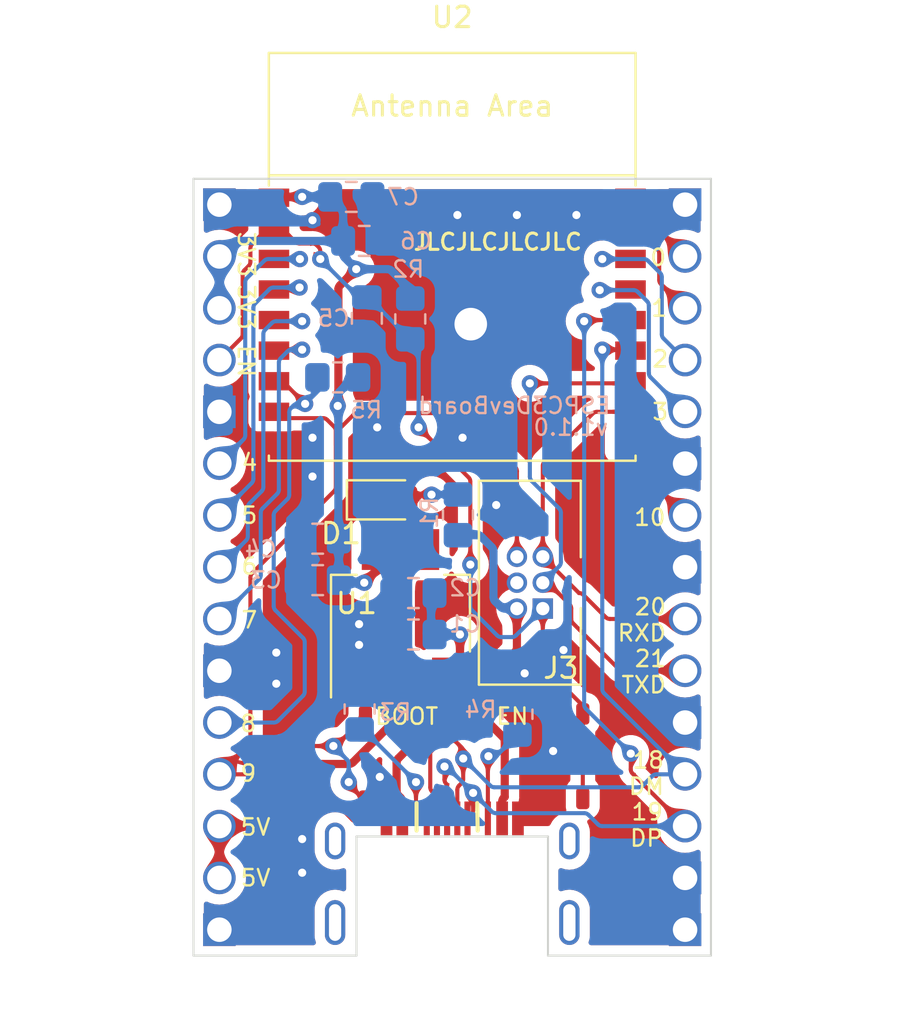
<source format=kicad_pcb>
(kicad_pcb (version 20221018) (generator pcbnew)
  (title_block (title "ESP32C3DevBoard") (rev "v1.1.0"))
  (layers (0 "F.Cu" signal) (31 "B.Cu" signal) (34 "B.Paste" user) (35 "F.Paste" user) (36 "B.SilkS" user "B.Silkscreen") (37 "F.SilkS" user "F.Silkscreen") (38 "B.Mask" user) (39 "F.Mask" user) (44 "Edge.Cuts" user))
  (net 0 "")
  (net 1 "+5V")
  (net 2 "GND")
  (net 3 "+3V3")
  (net 4 "EN")
  (net 5 "Net-(D1-A)")
  (net 6 "GPIO4")
  (net 7 "GPIO5")
  (net 8 "GPIO6")
  (net 9 "GPIO7")
  (net 10 "GPIO8")
  (net 11 "GPIO9")
  (net 12 "GPIO0")
  (net 13 "GPIO1")
  (net 14 "GPIO2")
  (net 15 "GPIO3")
  (net 16 "GPIO10")
  (net 17 "GPIO20")
  (net 18 "GPIO21")
  (net 19 "GPIO18")
  (net 20 "GPIO19")
  (net 21 "Net-(J4-CC1)")
  (net 22 "Net-(J4-CC2)")
  (footprint "esp32-dev-board:SKRPABE010" (layer "F.Cu") (at 89.154 76.581 90)
    (fp_text reference "SW1")
    (fp_text value "SW_Push")
  )
  (footprint "LED_SMD:LED_0805_2012Metric_Pad1.15x1.40mm_HandSolder" (layer "F.Cu") (at 80.509 64.008)
    (fp_text reference "D1")
    (fp_text value "LED")
  )
  (footprint "esp32-dev-board:BoxPinHeader_2x03_P1.27mm_Vertical" (layer "F.Cu") (at 87.63 68.072 180)
    (fp_text reference "J3")
    (fp_text value "ESPProg-UART")
  )
  (footprint "esp32-dev-board:ESP32-C3-WROOM-02-handsolder" (layer "F.Cu") (at 83.82 53.34)
    (fp_text reference "U2")
    (fp_text value "ESP32-C3-WROOM-02")
  )
  (footprint "esp32-dev-board:USB-C-12-Pin-MidMount-ali-v4" (layer "F.Cu") (at 83.82 79.629)
    (fp_text reference "J4" hide)
    (fp_text value "USB2.0_C")
  )
  (footprint "esp32-dev-board:ESP32-C3-DEVKITC-J2" (layer "F.Cu") (at 93.98 48.26)
    (fp_text reference "J2")
    (fp_text value "ESP32-C3-DEVKITC-02-J2")
  )
  (footprint "$74th:JLCJLCJLCJLC" (layer "F.Cu") (at 86.0552 51.3588)
    (fp_text reference "REF**" hide)
    (fp_text value "JLCJLCJLCJLC")
  )
  (footprint "esp32-dev-board:ESP32-C3-DEVKITC-J1" (layer "F.Cu") (at 71.12 48.26)
    (fp_text reference "J1")
    (fp_text value "ESP32-C3-DEVKITC-02-J1")
  )
  (footprint "esp32-dev-board:SKRPABE010" (layer "F.Cu") (at 78.486 76.708 90)
    (fp_text reference "SW2")
    (fp_text value "SW_Push")
  )
  (footprint "Package_TO_SOT_SMD:SOT-223-3_TabPin2" (layer "F.Cu") (at 81.28 69.596 90)
    (fp_text reference "U1")
    (fp_text value "AMS1117-3.3")
  )
  (footprint "esp32-dev-board:Register_0805_2012" (layer "B.Cu") (at 78.1 57.9 180)
    (fp_text reference "R5")
    (fp_text value "10k")
  )
  (footprint "esp32-dev-board:Capacitor_0805_2012" (layer "B.Cu") (at 81.915 70.612 180)
    (fp_text reference "C1")
    (fp_text value "10u")
  )
  (footprint "esp32-dev-board:Capacitor_0805_2012" (layer "B.Cu") (at 78.867 49.149)
    (fp_text reference "C7")
    (fp_text value "100n")
  )
  (footprint "esp32-dev-board:Capacitor_0805_2012" (layer "B.Cu") (at 79.502 51.308)
    (fp_text reference "C6")
    (fp_text value "10u")
  )
  (footprint "esp32-dev-board:Register_0805_2012" (layer "B.Cu") (at 81.661 55.234 -90)
    (fp_text reference "R2")
    (fp_text value "10k")
  )
  (footprint "esp32-dev-board:Capacitor_0805_2012" (layer "B.Cu") (at 79.629 55.107 -90)
    (fp_text reference "C5")
    (fp_text value "1u")
  )
  (footprint "esp32-dev-board:Register_0805_2012" (layer "B.Cu") (at 79.375 74.168 90)
    (fp_text reference "R3")
    (fp_text value "5.1k")
  )
  (footprint "esp32-dev-board:Register_0805_2012" (layer "B.Cu") (at 84.201 64.643 90)
    (fp_text reference "R1")
    (fp_text value "1k")
  )
  (footprint "esp32-dev-board:Register_0805_2012" (layer "B.Cu") (at 87.122 74.422 90)
    (fp_text reference "R4")
    (fp_text value "5.1k")
  )
  (footprint "esp32-dev-board:Capacitor_0805_2012" (layer "B.Cu") (at 77.216 65.913 180)
    (fp_text reference "C4")
    (fp_text value "10u")
  )
  (footprint "esp32-dev-board:Capacitor_0805_2012" (layer "B.Cu") (at 77.216 67.945 180)
    (fp_text reference "C3")
    (fp_text value "100n")
  )
  (footprint "esp32-dev-board:Capacitor_0805_2012" (layer "B.Cu") (at 81.915 68.58 180)
    (fp_text reference "C2")
    (fp_text value "100n")
  )
  (gr_line (start 96.52 86.36) (end 96.52 48.26) (stroke (width 0.1)) (layer "Edge.Cuts"))
  (gr_line (start 71.12 48.26) (end 71.12 86.36) (stroke (width 0.1)) (layer "Edge.Cuts"))
  (gr_line (start 88.519 80.518) (end 88.519 86.36) (stroke (width 0.1)) (layer "Edge.Cuts"))
  (gr_line (start 79.121 80.518) (end 88.519 80.518) (stroke (width 0.1)) (layer "Edge.Cuts"))
  (gr_line (start 96.52 48.26) (end 71.12 48.26) (stroke (width 0.1)) (layer "Edge.Cuts"))
  (gr_line (start 79.121 86.36) (end 79.121 80.518) (stroke (width 0.1)) (layer "Edge.Cuts"))
  (gr_line (start 71.12 86.36) (end 79.121 86.36) (stroke (width 0.1)) (layer "Edge.Cuts"))
  (gr_line (start 88.519 86.36) (end 96.52 86.36) (stroke (width 0.1)) (layer "Edge.Cuts"))
  (gr_text "ESPC3DevBoard" (at 82.0928 59.3852) (layer "B.SilkS") (effects (font (size 0.8 0.8) (thickness 0.12)) (justify right mirror)))
  (gr_text "v1.1.0" (at 87.7316 60.452) (layer "B.SilkS") (effects (font (size 0.8 0.8) (thickness 0.12)) (justify right mirror)))
  (gr_text "5" (at 73.406 64.77) (layer "F.SilkS") (effects (font (size 0.8 0.8) (thickness 0.12)) (justify left)))
  (gr_text "21\nTXD" (at 94.3864 72.4408) (layer "F.SilkS") (effects (font (size 0.8 0.8) (thickness 0.12)) (justify right)))
  (gr_text "3V3" (at 73.7108 51.9684 270) (layer "F.SilkS") (effects (font (size 0.8 0.8) (thickness 0.12))))
  (gr_text "20\nRXD" (at 94.3864 69.9008) (layer "F.SilkS") (effects (font (size 0.8 0.8) (thickness 0.12)) (justify right)))
  (gr_text "19\nDP" (at 94.234 79.9592) (layer "F.SilkS") (effects (font (size 0.8 0.8) (thickness 0.12)) (justify right)))
  (gr_text "5V" (at 74.168 82.55) (layer "F.SilkS") (effects (font (size 0.8 0.8) (thickness 0.12))))
  (gr_text "3V3" (at 73.7108 54.5592 270) (layer "F.SilkS") (effects (font (size 0.8 0.8) (thickness 0.12))))
  (gr_text "7" (at 73.406 69.9008) (layer "F.SilkS") (effects (font (size 0.8 0.8) (thickness 0.12)) (justify left)))
  (gr_text "3" (at 94.0308 59.69) (layer "F.SilkS") (effects (font (size 0.8 0.8) (thickness 0.12))))
  (gr_text "2" (at 94.0308 57.0992) (layer "F.SilkS") (effects (font (size 0.8 0.8) (thickness 0.12))))
  (gr_text "6" (at 73.406 67.2592) (layer "F.SilkS") (effects (font (size 0.8 0.8) (thickness 0.12)) (justify left)))
  (gr_text "18\nDM" (at 94.2848 77.4192) (layer "F.SilkS") (effects (font (size 0.8 0.8) (thickness 0.12)) (justify right)))
  (gr_text "BOOT" (at 79.9592 74.6252) (layer "F.SilkS") (effects (font (size 0.8 0.8) (thickness 0.12)) (justify left)))
  (gr_text "EN" (at 87.63 74.6252) (layer "F.SilkS") (effects (font (size 0.8 0.8) (thickness 0.12)) (justify right)))
  (gr_text "8" (at 73.8124 74.9808) (layer "F.SilkS") (effects (font (size 0.8 0.8) (thickness 0.12))))
  (gr_text "1" (at 93.98 54.61) (layer "F.SilkS") (effects (font (size 0.8 0.8) (thickness 0.12))))
  (gr_text "9" (at 73.3552 77.4192) (layer "F.SilkS") (effects (font (size 0.8 0.8) (thickness 0.12)) (justify left)))
  (gr_text "10" (at 93.5228 64.8716) (layer "F.SilkS") (effects (font (size 0.8 0.8) (thickness 0.12))))
  (gr_text "4" (at 73.406 62.1792) (layer "F.SilkS") (effects (font (size 0.8 0.8) (thickness 0.12)) (justify left)))
  (gr_text "EN" (at 73.7108 57.2008 270) (layer "F.SilkS") (effects (font (size 0.8 0.8) (thickness 0.12))))
  (gr_text "5V" (at 74.168 80.0608) (layer "F.SilkS") (effects (font (size 0.8 0.8) (thickness 0.12))))
  (gr_text "0" (at 93.9292 52.1208) (layer "F.SilkS") (effects (font (size 0.8 0.8) (thickness 0.12))))
  (segment (start 81.771264 74.182) (end 83.58 74.182) (width 0.4) (layer "F.Cu") (net 1))
  (segment (start 85.710868 72.658132) (end 86.907132 71.461868) (width 0.4) (layer "F.Cu") (net 1))
  (segment (start 81.177368 78.510368) (end 81.282132 78.615132) (width 0.4) (layer "F.Cu") (net 1))
  (segment (start 83.667868 72.415132) (end 84.113132 71.969868) (width 0.4) (layer "F.Cu") (net 1))
  (segment (start 72.39 82.55) (end 72.39 80.01) (width 0.4) (layer "F.Cu") (net 1))
  (segment (start 74.382868 79.922132) (end 77.255132 77.049868) (width 0.4) (layer "F.Cu") (net 1))
  (segment (start 72.39 80.01) (end 74.170736 80.01) (width 0.4) (layer "F.Cu") (net 1))
  (segment (start 81.37 79.629) (end 81.37 78.827264) (width 0.4) (layer "F.Cu") (net 1))
  (segment (start 83.58 74.182) (end 83.58 74.154) (width 0.4) (layer "F.Cu") (net 1))
  (segment (start 77.467264 76.962) (end 78.742736 76.962) (width 0.4) (layer "F.Cu") (net 1))
  (segment (start 81.177368 76.683632) (end 83.58 74.281) (width 0.4) (layer "F.Cu") (net 1))
  (segment (start 83.58 72.746) (end 85.498736 72.746) (width 0.4) (layer "F.Cu") (net 1))
  (segment (start 86.27 78.827264) (end 86.27 79.629) (width 0.4) (layer "F.Cu") (net 1))
  (segment (start 84.937868 74.269868) (end 86.310132 75.642132) (width 0.4) (layer "F.Cu") (net 1))
  (segment (start 83.58 74.281) (end 83.58 74.182) (width 0.4) (layer "F.Cu") (net 1))
  (segment (start 83.58 72.746) (end 83.58 72.627264) (width 0.4) (layer "F.Cu") (net 1))
  (segment (start 83.58 74.154) (end 83.58 72.746) (width 0.4) (layer "F.Cu") (net 1))
  (segment (start 86.398 78.575) (end 86.357868 78.615132) (width 0.4) (layer "F.Cu") (net 1))
  (segment (start 81.0895 76.895764) (end 81.0895 78.298236) (width 0.4) (layer "F.Cu") (net 1))
  (segment (start 84.725736 74.182) (end 83.58 74.182) (width 0.4) (layer "F.Cu") (net 1))
  (segment (start 78.954868 76.874132) (end 81.559132 74.269868) (width 0.4) (layer "F.Cu") (net 1))
  (segment (start 84.201 71.757736) (end 84.201 70.612) (width 0.4) (layer "F.Cu") (net 1))
  (segment (start 86.398 75.854264) (end 86.398 78.575) (width 0.4) (layer "F.Cu") (net 1))
  (segment (start 86.995 71.249736) (end 86.995 69.342) (width 0.4) (layer "F.Cu") (net 1))
  (via (at 84.201 70.612) (size 0.8) (drill 0.4) (layers "F.Cu" "B.Cu") (net 1))
  (arc (start 84.725736 74.182) (mid 84.840541 74.204836) (end 84.937868 74.269868) (width 0.4) (layer "F.Cu") (net 1))
  (arc (start 84.113132 71.969868) (mid 84.178164 71.872541) (end 84.201 71.757736) (width 0.4) (layer "F.Cu") (net 1))
  (arc (start 86.27 78.827264) (mid 86.292836 78.712459) (end 86.357868 78.615132) (width 0.4) (layer "F.Cu") (net 1))
  (arc (start 85.498736 72.746) (mid 85.613541 72.723164) (end 85.710868 72.658132) (width 0.4) (layer "F.Cu") (net 1))
  (arc (start 83.667868 72.415132) (mid 83.602836 72.512459) (end 83.58 72.627264) (width 0.4) (layer "F.Cu") (net 1))
  (arc (start 86.398 75.854264) (mid 86.375164 75.739459) (end 86.310132 75.642132) (width 0.4) (layer "F.Cu") (net 1))
  (arc (start 81.771264 74.182) (mid 81.656459 74.204836) (end 81.559132 74.269868) (width 0.4) (layer "F.Cu") (net 1))
  (arc (start 74.382868 79.922132) (mid 74.285541 79.987164) (end 74.170736 80.01) (width 0.4) (layer "F.Cu") (net 1))
  (arc (start 81.37 78.827264) (mid 81.347164 78.712459) (end 81.282132 78.615132) (width 0.4) (layer "F.Cu") (net 1))
  (arc (start 86.995 71.249736) (mid 86.972164 71.364541) (end 86.907132 71.461868) (width 0.4) (layer "F.Cu") (net 1))
  (arc (start 77.255132 77.049868) (mid 77.352459 76.984836) (end 77.467264 76.962) (width 0.4) (layer "F.Cu") (net 1))
  (arc (start 78.954868 76.874132) (mid 78.857541 76.939164) (end 78.742736 76.962) (width 0.4) (layer "F.Cu") (net 1))
  (arc (start 81.0895 78.298236) (mid 81.112336 78.413041) (end 81.177368 78.510368) (width 0.4) (layer "F.Cu") (net 1))
  (arc (start 81.177368 76.683632) (mid 81.112336 76.780959) (end 81.0895 76.895764) (width 0.4) (layer "F.Cu") (net 1))
  (segment (start 82.7825 70.866) (end 82.7825 68.834) (width 0.4) (layer "B.Cu") (net 1))
  (segment (start 85.845 68.774842) (end 85.845 66.538264) (width 0.4) (layer "B.Cu") (net 1))
  (segment (start 85.757132 66.326132) (end 85.261868 65.830868) (width 0.4) (layer "B.Cu") (net 1))
  (segment (start 85.049736 65.743) (end 84.101 65.743) (width 0.4) (layer "B.Cu") (net 1))
  (segment (start 86.995 69.342) (end 86.412158 69.342) (width 0.4) (layer "B.Cu") (net 1))
  (segment (start 84.201 70.612) (end 82.9525 70.612) (width 0.4) (layer "B.Cu") (net 1))
  (segment (start 86.200026 69.254132) (end 85.932868 68.986974) (width 0.4) (layer "B.Cu") (net 1))
  (arc (start 85.845 68.774842) (mid 85.867836 68.889647) (end 85.932868 68.986974) (width 0.4) (layer "B.Cu") (net 1))
  (arc (start 85.261868 65.830868) (mid 85.164541 65.765836) (end 85.049736 65.743) (width 0.4) (layer "B.Cu") (net 1))
  (arc (start 85.845 66.538264) (mid 85.822164 66.423459) (end 85.757132 66.326132) (width 0.4) (layer "B.Cu") (net 1))
  (arc (start 86.200026 69.254132) (mid 86.297353 69.319164) (end 86.412158 69.342) (width 0.4) (layer "B.Cu") (net 1))
  (segment (start 78.985132 79.620132) (end 78.235868 78.870868) (width 0.4) (layer "F.Cu") (net 2))
  (segment (start 80.286 79.195736) (end 80.286 77.619) (width 0.4) (layer "F.Cu") (net 2))
  (segment (start 80.595 79.629) (end 80.373868 79.407868) (width 0.4) (layer "F.Cu") (net 2))
  (segment (start 80.516 79.708) (end 79.197264 79.708) (width 0.4) (layer "F.Cu") (net 2))
  (segment (start 80.595 79.629) (end 80.516 79.708) (width 0.4) (layer "F.Cu") (net 2))
  (segment (start 78.023736 78.783) (end 77.411 78.783) (width 0.4) (layer "F.Cu") (net 2))
  (segment (start 80.286 77.619) (end 80.264 77.597) (width 0.4) (layer "F.Cu") (net 2))
  (via (at 75.184 71.501) (size 0.8) (drill 0.4) (layers "F.Cu" "B.Cu") (net 2))
  (via (at 75.184 73.025) (size 0.8) (drill 0.4) (layers "F.Cu" "B.Cu") (net 2))
  (via (at 79.248 70.104) (size 0.8) (drill 0.4) (layers "F.Cu" "B.Cu") (net 2))
  (via (at 76.454 82.296) (size 0.8) (drill 0.4) (layers "F.Cu" "B.Cu") (net 2))
  (via (at 85.979 64.262) (size 0.8) (drill 0.4) (layers "F.Cu" "B.Cu") (net 2))
  (via (at 87.376 72.517) (size 0.8) (drill 0.4) (layers "F.Cu" "B.Cu") (net 2))
  (via (at 88.773 76.327) (size 0.8) (drill 0.4) (layers "F.Cu" "B.Cu") (net 2))
  (via (at 76.454 80.645) (size 0.8) (drill 0.4) (layers "F.Cu" "B.Cu") (net 2))
  (via (at 89.281 71.374) (size 0.8) (drill 0.4) (layers "F.Cu" "B.Cu") (net 2))
  (via (at 89.916 50.038) (size 0.8) (drill 0.4) (layers "F.Cu" "B.Cu") (net 2))
  (via (at 76.962 60.96) (size 0.8) (drill 0.4) (layers "F.Cu" "B.Cu") (net 2))
  (via (at 79.248 71.12) (size 0.8) (drill 0.4) (layers "F.Cu" "B.Cu") (net 2))
  (via (at 76.962 50.292) (size 0.8) (drill 0.4) (layers "F.Cu" "B.Cu") (net 2))
  (via (at 80.264 77.597) (size 0.8) (drill 0.4) (layers "F.Cu" "B.Cu") (net 2))
  (via (at 84.328 60.96) (size 0.8) (drill 0.4) (layers "F.Cu" "B.Cu") (net 2))
  (via (at 76.962 62.865) (size 0.8) (drill 0.4) (layers "F.Cu" "B.Cu") (net 2))
  (via (at 86.995 50.038) (size 0.8) (drill 0.4) (layers "F.Cu" "B.Cu") (net 2))
  (via (at 80.137 60.452) (size 0.8) (drill 0.4) (layers "F.Cu" "B.Cu") (net 2))
  (via (at 84.074 50.038) (size 0.8) (drill 0.4) (layers "F.Cu" "B.Cu") (net 2))
  (arc (start 79.197264 79.708) (mid 79.082459 79.685164) (end 78.985132 79.620132) (width 0.4) (layer "F.Cu") (net 2))
  (arc (start 78.023736 78.783) (mid 78.138541 78.805836) (end 78.235868 78.870868) (width 0.4) (layer "F.Cu") (net 2))
  (arc (start 80.373868 79.407868) (mid 80.308836 79.310541) (end 80.286 79.195736) (width 0.4) (layer "F.Cu") (net 2))
  (segment (start 78.2 59.4) (end 78.232236 59.367764) (width 0.4) (layer "F.Cu") (net 3))
  (segment (start 76.454 49.149) (end 75.111 49.149) (width 0.4) (layer "F.Cu") (net 3))
  (segment (start 81.28 72.746) (end 81.28 66.446) (width 0.4) (layer "F.Cu") (net 3))
  (segment (start 81.040132 66.533868) (end 79.502 68.072) (width 0.4) (layer "F.Cu") (net 3))
  (segment (start 78.319868 53.479132) (end 79.1075 52.6915) (width 0.4) (layer "F.Cu") (net 3))
  (segment (start 81.28 66.446) (end 81.252264 66.446) (width 0.4) (layer "F.Cu") (net 3))
  (segment (start 78.232236 59.367764) (end 78.232236 53.651799) (width 0.4) (layer "F.Cu") (net 3))
  (segment (start 75.111 49.149) (end 75.07 49.19) (width 0.4) (layer "F.Cu") (net 3))
  (via (at 79.502 68.072) (size 0.8) (drill 0.4) (layers "F.Cu" "B.Cu") (net 3))
  (via (at 79.1075 52.6915) (size 0.8) (drill 0.4) (layers "F.Cu" "B.Cu") (net 3))
  (via (at 76.454 49.149) (size 0.8) (drill 0.4) (layers "F.Cu" "B.Cu") (net 3))
  (via (at 78.2 59.4) (size 0.8) (drill 0.4) (layers "F.Cu" "B.Cu") (net 3))
  (arc (start 78.232236 53.651799) (mid 78.262938 53.558577) (end 78.319868 53.479132) (width 0.4) (layer "F.Cu") (net 3))
  (arc (start 81.040132 66.533868) (mid 81.137459 66.468836) (end 81.252264 66.446) (width 0.4) (layer "F.Cu") (net 3))
  (segment (start 72.39 54.61) (end 72.39 52.07) (width 0.4) (layer "B.Cu") (net 3))
  (segment (start 78.2 59.4) (end 78.232 59.432) (width 0.4) (layer "B.Cu") (net 3))
  (segment (start 73.064132 51.395868) (end 72.39 52.07) (width 0.4) (layer "B.Cu") (net 3))
  (segment (start 78.4645 51.308) (end 78.4645 49.908264) (width 0.4) (layer "B.Cu") (net 3))
  (segment (start 78.232 59.432) (end 78.232 65.8915) (width 0.4) (layer "B.Cu") (net 3))
  (segment (start 78.287868 58.712132) (end 79.2 57.8) (width 0.4) (layer "B.Cu") (net 3))
  (segment (start 78.376632 49.696132) (end 77.8295 49.149) (width 0.4) (layer "B.Cu") (net 3))
  (segment (start 79.502 68.072) (end 78.504764 68.072) (width 0.4) (layer "B.Cu") (net 3))
  (segment (start 76.454 49.149) (end 77.8295 49.149) (width 0.4) (layer "B.Cu") (net 3))
  (segment (start 78.2 59.4) (end 78.2 58.924264) (width 0.4) (layer "B.Cu") (net 3))
  (segment (start 81.761 54.134) (end 81.761 53.818264) (width 0.4) (layer "B.Cu") (net 3))
  (segment (start 78.2535 67.945) (end 78.2535 65.913) (width 0.4) (layer "B.Cu") (net 3))
  (segment (start 78.4645 51.924236) (end 78.4645 51.308) (width 0.4) (layer "B.Cu") (net 3))
  (segment (start 78.232 65.8915) (end 78.2535 65.913) (width 0.4) (layer "B.Cu") (net 3))
  (segment (start 79.1075 52.6915) (end 78.552368 52.136368) (width 0.4) (layer "B.Cu") (net 3))
  (segment (start 81.673132 53.606132) (end 80.846368 52.779368) (width 0.4) (layer "B.Cu") (net 3))
  (segment (start 80.634236 52.6915) (end 79.1075 52.6915) (width 0.4) (layer "B.Cu") (net 3))
  (segment (start 78.292632 67.984132) (end 78.2535 67.945) (width 0.4) (layer "B.Cu") (net 3))
  (segment (start 78.4645 51.308) (end 73.276264 51.308) (width 0.4) (layer "B.Cu") (net 3))
  (arc (start 80.634236 52.6915) (mid 80.749041 52.714336) (end 80.846368 52.779368) (width 0.4) (layer "B.Cu") (net 3))
  (arc (start 81.761 53.818264) (mid 81.738164 53.703459) (end 81.673132 53.606132) (width 0.4) (layer "B.Cu") (net 3))
  (arc (start 78.4645 49.908264) (mid 78.441664 49.793459) (end 78.376632 49.696132) (width 0.4) (layer "B.Cu") (net 3))
  (arc (start 78.287868 58.712132) (mid 78.222836 58.809459) (end 78.2 58.924264) (width 0.4) (layer "B.Cu") (net 3))
  (arc (start 78.504764 68.072) (mid 78.389959 68.049164) (end 78.292632 67.984132) (width 0.4) (layer "B.Cu") (net 3))
  (arc (start 73.276264 51.308) (mid 73.161459 51.330836) (end 73.064132 51.395868) (width 0.4) (layer "B.Cu") (net 3))
  (arc (start 78.552368 52.136368) (mid 78.487336 52.039041) (end 78.4645 51.924236) (width 0.4) (layer "B.Cu") (net 3))
  (segment (start 75.07 50.69) (end 75.330736 50.69) (width 0.2) (layer "F.Cu") (net 4))
  (segment (start 90.229 74.506) (end 90.229 74.224264) (width 0.2) (layer "F.Cu") (net 4))
  (segment (start 72.39 57.15) (end 73.445132 56.094868) (width 0.2) (layer "F.Cu") (net 4))
  (segment (start 75.542868 50.777868) (end 76.112132 51.347132) (width 0.2) (layer "F.Cu") (net 4))
  (segment (start 73.533 55.882736) (end 73.533 52.956264) (width 0.2) (layer "F.Cu") (net 4))
  (segment (start 74.001868 51.458132) (end 74.682132 50.777868) (width 0.2) (layer "F.Cu") (net 4))
  (segment (start 90.229 78.656) (end 90.229 74.506) (width 0.2) (layer "F.Cu") (net 4))
  (segment (start 77.343 51.813264) (end 77.343 52.197) (width 0.2) (layer "F.Cu") (net 4))
  (segment (start 74.894264 50.69) (end 75.07 50.69) (width 0.2) (layer "F.Cu") (net 4))
  (segment (start 90.141132 74.012132) (end 88.352868 72.223868) (width 0.2) (layer "F.Cu") (net 4))
  (segment (start 84.709 67.183) (end 84.709 63.116264) (width 0.2) (layer "F.Cu") (net 4))
  (segment (start 77.176868 51.522868) (end 77.255132 51.601132) (width 0.2) (layer "F.Cu") (net 4))
  (segment (start 84.621132 62.904132) (end 82.169 60.452) (width 0.2) (layer "F.Cu") (net 4))
  (segment (start 73.620868 52.744132) (end 73.826132 52.538868) (width 0.2) (layer "F.Cu") (net 4))
  (segment (start 73.914 52.326736) (end 73.914 51.670264) (width 0.2) (layer "F.Cu") (net 4))
  (segment (start 76.324264 51.435) (end 76.964736 51.435) (width 0.2) (layer "F.Cu") (net 4))
  (segment (start 88.265 72.011736) (end 88.265 69.342) (width 0.2) (layer "F.Cu") (net 4))
  (via (at 82.169 60.452) (size 0.8) (drill 0.4) (layers "F.Cu" "B.Cu") (net 4))
  (via (at 84.709 67.183) (size 0.8) (drill 0.4) (layers "F.Cu" "B.Cu") (net 4))
  (via (at 77.343 52.197) (size 0.8) (drill 0.4) (layers "F.Cu" "B.Cu") (net 4))
  (arc (start 75.542868 50.777868) (mid 75.445541 50.712836) (end 75.330736 50.69) (width 0.2) (layer "F.Cu") (net 4))
  (arc (start 84.709 63.116264) (mid 84.686164 63.001459) (end 84.621132 62.904132) (width 0.2) (layer "F.Cu") (net 4))
  (arc (start 73.826132 52.538868) (mid 73.891164 52.441541) (end 73.914 52.326736) (width 0.2) (layer "F.Cu") (net 4))
  (arc (start 73.445132 56.094868) (mid 73.510164 55.997541) (end 73.533 55.882736) (width 0.2) (layer "F.Cu") (net 4))
  (arc (start 77.255132 51.601132) (mid 77.320164 51.698459) (end 77.343 51.813264) (width 0.2) (layer "F.Cu") (net 4))
  (arc (start 74.894264 50.69) (mid 74.779459 50.712836) (end 74.682132 50.777868) (width 0.2) (layer "F.Cu") (net 4))
  (arc (start 90.141132 74.012132) (mid 90.206164 74.109459) (end 90.229 74.224264) (width 0.2) (layer "F.Cu") (net 4))
  (arc (start 73.533 52.956264) (mid 73.555836 52.841459) (end 73.620868 52.744132) (width 0.2) (layer "F.Cu") (net 4))
  (arc (start 74.001868 51.458132) (mid 73.936836 51.555459) (end 73.914 51.670264) (width 0.2) (layer "F.Cu") (net 4))
  (arc (start 88.352868 72.223868) (mid 88.287836 72.126541) (end 88.265 72.011736) (width 0.2) (layer "F.Cu") (net 4))
  (arc (start 77.176868 51.522868) (mid 77.079541 51.457836) (end 76.964736 51.435) (width 0.2) (layer "F.Cu") (net 4))
  (arc (start 76.112132 51.347132) (mid 76.209459 51.412164) (end 76.324264 51.435) (width 0.2) (layer "F.Cu") (net 4))
  (segment (start 79.127632 53.981632) (end 77.343 52.197) (width 0.2) (layer "B.Cu") (net 4))
  (segment (start 82.169 60.452) (end 82.169 56.666264) (width 0.2) (layer "B.Cu") (net 4))
  (segment (start 79.6965 54.0695) (end 81.761 56.134) (width 0.2) (layer "B.Cu") (net 4))
  (segment (start 79.629 54.0695) (end 79.6965 54.0695) (width 0.2) (layer "B.Cu") (net 4))
  (segment (start 79.629 54.0695) (end 79.339764 54.0695) (width 0.2) (layer "B.Cu") (net 4))
  (segment (start 86.743736 70.739) (end 86.230264 70.739) (width 0.2) (layer "B.Cu") (net 4))
  (segment (start 82.081132 56.454132) (end 81.761 56.134) (width 0.2) (layer "B.Cu") (net 4))
  (segment (start 86.018132 70.651132) (end 84.796868 69.429868) (width 0.2) (layer "B.Cu") (net 4))
  (segment (start 84.709 69.217736) (end 84.709 67.183) (width 0.2) (layer "B.Cu") (net 4))
  (segment (start 88.265 69.342) (end 86.955868 70.651132) (width 0.2) (layer "B.Cu") (net 4))
  (arc (start 84.709 69.217736) (mid 84.731836 69.332541) (end 84.796868 69.429868) (width 0.2) (layer "B.Cu") (net 4))
  (arc (start 82.081132 56.454132) (mid 82.146164 56.551459) (end 82.169 56.666264) (width 0.2) (layer "B.Cu") (net 4))
  (arc (start 86.743736 70.739) (mid 86.858541 70.716164) (end 86.955868 70.651132) (width 0.2) (layer "B.Cu") (net 4))
  (arc (start 86.230264 70.739) (mid 86.115459 70.716164) (end 86.018132 70.651132) (width 0.2) (layer "B.Cu") (net 4))
  (arc (start 79.339764 54.0695) (mid 79.224959 54.046664) (end 79.127632 53.981632) (width 0.2) (layer "B.Cu") (net 4))
  (segment (start 82.804 63.754) (end 81.534 63.754) (width 0.2) (layer "F.Cu") (net 5))
  (via (at 82.804 63.754) (size 0.8) (drill 0.4) (layers "F.Cu" "B.Cu") (net 5))
  (segment (start 84.101 63.743) (end 82.815 63.743) (width 0.2) (layer "B.Cu") (net 5))
  (segment (start 82.815 63.743) (end 82.804 63.754) (width 0.2) (layer "B.Cu") (net 5))
  (segment (start 76.336497 52.19) (end 75.07 52.19) (width 0.2) (layer "F.Cu") (net 6))
  (segment (start 76.343497 52.197) (end 76.336497 52.19) (width 0.2) (layer "F.Cu") (net 6))
  (via (at 76.343497 52.197) (size 0.8) (drill 0.4) (layers "F.Cu" "B.Cu") (net 6))
  (segment (start 72.39 62.23) (end 73.572132 61.047868) (width 0.2) (layer "B.Cu") (net 6))
  (segment (start 73.747868 53.125132) (end 74.588132 52.284868) (width 0.2) (layer "B.Cu") (net 6))
  (segment (start 73.66 60.835736) (end 73.66 53.337264) (width 0.2) (layer "B.Cu") (net 6))
  (segment (start 74.800264 52.197) (end 76.343497 52.197) (width 0.2) (layer "B.Cu") (net 6))
  (arc (start 73.66 60.835736) (mid 73.637164 60.950541) (end 73.572132 61.047868) (width 0.2) (layer "B.Cu") (net 6))
  (arc (start 73.66 53.337264) (mid 73.682836 53.222459) (end 73.747868 53.125132) (width 0.2) (layer "B.Cu") (net 6))
  (arc (start 74.800264 52.197) (mid 74.685459 52.219836) (end 74.588132 52.284868) (width 0.2) (layer "B.Cu") (net 6))
  (segment (start 76.327 53.594) (end 76.318868 53.602132) (width 0.2) (layer "F.Cu") (net 7))
  (segment (start 76.106736 53.69) (end 75.07 53.69) (width 0.2) (layer "F.Cu") (net 7))
  (via (at 76.327 53.594) (size 0.8) (drill 0.4) (layers "F.Cu" "B.Cu") (net 7))
  (arc (start 76.106736 53.69) (mid 76.221541 53.667164) (end 76.318868 53.602132) (width 0.2) (layer "F.Cu") (net 7))
  (segment (start 74.842132 53.681868) (end 74.147868 54.376132) (width 0.2) (layer "B.Cu") (net 7))
  (segment (start 76.327 53.594) (end 75.054264 53.594) (width 0.2) (layer "B.Cu") (net 7))
  (segment (start 73.972132 63.187868) (end 72.39 64.77) (width 0.2) (layer "B.Cu") (net 7))
  (segment (start 74.06 54.588264) (end 74.06 62.975736) (width 0.2) (layer "B.Cu") (net 7))
  (arc (start 74.06 54.588264) (mid 74.082836 54.473459) (end 74.147868 54.376132) (width 0.2) (layer "B.Cu") (net 7))
  (arc (start 74.06 62.975736) (mid 74.037164 63.090541) (end 73.972132 63.187868) (width 0.2) (layer "B.Cu") (net 7))
  (arc (start 75.054264 53.594) (mid 74.939459 53.616836) (end 74.842132 53.681868) (width 0.2) (layer "B.Cu") (net 7))
  (segment (start 75.125 55.245) (end 75.07 55.19) (width 0.2) (layer "F.Cu") (net 8))
  (segment (start 76.454 55.245) (end 75.125 55.245) (width 0.2) (layer "F.Cu") (net 8))
  (via (at 76.454 55.245) (size 0.8) (drill 0.4) (layers "F.Cu" "B.Cu") (net 8))
  (segment (start 74.636868 55.665132) (end 74.969132 55.332868) (width 0.2) (layer "B.Cu") (net 8))
  (segment (start 74.549 63.375736) (end 74.549 55.877264) (width 0.2) (layer "B.Cu") (net 8))
  (segment (start 73.787 65.788736) (end 73.787 64.386264) (width 0.2) (layer "B.Cu") (net 8))
  (segment (start 75.181264 55.245) (end 76.454 55.245) (width 0.2) (layer "B.Cu") (net 8))
  (segment (start 72.39 67.31) (end 73.699132 66.000868) (width 0.2) (layer "B.Cu") (net 8))
  (segment (start 73.874868 64.174132) (end 74.461132 63.587868) (width 0.2) (layer "B.Cu") (net 8))
  (arc (start 73.874868 64.174132) (mid 73.809836 64.271459) (end 73.787 64.386264) (width 0.2) (layer "B.Cu") (net 8))
  (arc (start 73.699132 66.000868) (mid 73.764164 65.903541) (end 73.787 65.788736) (width 0.2) (layer "B.Cu") (net 8))
  (arc (start 74.549 55.877264) (mid 74.571836 55.762459) (end 74.636868 55.665132) (width 0.2) (layer "B.Cu") (net 8))
  (arc (start 74.461132 63.587868) (mid 74.526164 63.490541) (end 74.549 63.375736) (width 0.2) (layer "B.Cu") (net 8))
  (arc (start 75.181264 55.245) (mid 75.066459 55.267836) (end 74.969132 55.332868) (width 0.2) (layer "B.Cu") (net 8))
  (segment (start 76.454 56.642) (end 75.118 56.642) (width 0.2) (layer "F.Cu") (net 9))
  (segment (start 75.118 56.642) (end 75.07 56.69) (width 0.2) (layer "F.Cu") (net 9))
  (via (at 76.454 56.642) (size 0.8) (drill 0.4) (layers "F.Cu" "B.Cu") (net 9))
  (segment (start 72.39 69.85) (end 74.334132 67.905868) (width 0.2) (layer "B.Cu") (net 9))
  (segment (start 75.943264 56.642) (end 76.454 56.642) (width 0.2) (layer "B.Cu") (net 9))
  (segment (start 75.311 63.502736) (end 75.311 57.274264) (width 0.2) (layer "B.Cu") (net 9))
  (segment (start 74.422 67.693736) (end 74.422 64.640264) (width 0.2) (layer "B.Cu") (net 9))
  (segment (start 75.692 56.769) (end 75.731132 56.729868) (width 0.2) (layer "B.Cu") (net 9))
  (segment (start 75.398868 57.062132) (end 75.692 56.769) (width 0.2) (layer "B.Cu") (net 9))
  (segment (start 74.509868 64.428132) (end 75.223132 63.714868) (width 0.2) (layer "B.Cu") (net 9))
  (arc (start 75.398868 57.062132) (mid 75.333836 57.159459) (end 75.311 57.274264) (width 0.2) (layer "B.Cu") (net 9))
  (arc (start 75.223132 63.714868) (mid 75.288164 63.617541) (end 75.311 63.502736) (width 0.2) (layer "B.Cu") (net 9))
  (arc (start 74.334132 67.905868) (mid 74.399164 67.808541) (end 74.422 67.693736) (width 0.2) (layer "B.Cu") (net 9))
  (arc (start 74.509868 64.428132) (mid 74.444836 64.525459) (end 74.422 64.640264) (width 0.2) (layer "B.Cu") (net 9))
  (arc (start 75.731132 56.729868) (mid 75.828459 56.664836) (end 75.943264 56.642) (width 0.2) (layer "B.Cu") (net 9))
  (segment (start 76.6 59.3005) (end 75.577368 58.277868) (width 0.2) (layer "F.Cu") (net 10))
  (segment (start 75.365236 58.19) (end 75.07 58.19) (width 0.2) (layer "F.Cu") (net 10))
  (via (at 76.6 59.3005) (size 0.8) (drill 0.4) (layers "F.Cu" "B.Cu") (net 10))
  (arc (start 75.577368 58.277868) (mid 75.480041 58.212836) (end 75.365236 58.19) (width 0.2) (layer "F.Cu") (net 10))
  (segment (start 76.581 70.990264) (end 76.581 73.408736) (width 0.2) (layer "B.Cu") (net 10))
  (segment (start 75.144868 69.429868) (end 76.493132 70.778132) (width 0.2) (layer "B.Cu") (net 10))
  (segment (start 75.057 64.767264) (end 75.057 69.217736) (width 0.2) (layer "B.Cu") (net 10))
  (segment (start 76.6 59.3005) (end 77.112132 58.788368) (width 0.2) (layer "B.Cu") (net 10))
  (segment (start 76.493132 73.620868) (end 75.271868 74.842132) (width 0.2) (layer "B.Cu") (net 10))
  (segment (start 77.2 58.576236) (end 77.2 57.8) (width 0.2) (layer "B.Cu") (net 10))
  (segment (start 76.6 59.3005) (end 76.234301 59.3005) (width 0.2) (layer "B.Cu") (net 10))
  (segment (start 76.022169 59.388368) (end 75.865845 59.544692) (width 0.2) (layer "B.Cu") (net 10))
  (segment (start 75.819 59.713845) (end 75.819 63.756736) (width 0.2) (layer "B.Cu") (net 10))
  (segment (start 75.731132 63.968868) (end 75.144868 64.555132) (width 0.2) (layer "B.Cu") (net 10))
  (segment (start 75.059736 74.93) (end 72.39 74.93) (width 0.2) (layer "B.Cu") (net 10))
  (arc (start 75.057 69.217736) (mid 75.079836 69.332541) (end 75.144868 69.429868) (width 0.2) (layer "B.Cu") (net 10))
  (arc (start 75.819 63.756736) (mid 75.796164 63.871541) (end 75.731132 63.968868) (width 0.2) (layer "B.Cu") (net 10))
  (arc (start 75.144868 64.555132) (mid 75.079836 64.652459) (end 75.057 64.767264) (width 0.2) (layer "B.Cu") (net 10))
  (arc (start 76.234301 59.3005) (mid 76.119496 59.323336) (end 76.022169 59.388368) (width 0.2) (layer "B.Cu") (net 10))
  (arc (start 75.271868 74.842132) (mid 75.174541 74.907164) (end 75.059736 74.93) (width 0.2) (layer "B.Cu") (net 10))
  (arc (start 77.112132 58.788368) (mid 77.177164 58.691041) (end 77.2 58.576236) (width 0.2) (layer "B.Cu") (net 10))
  (arc (start 75.865845 59.544692) (mid 75.831918 59.626759) (end 75.819 59.713845) (width 0.2) (layer "B.Cu") (net 10))
  (arc (start 76.581 73.408736) (mid 76.558164 73.523541) (end 76.493132 73.620868) (width 0.2) (layer "B.Cu") (net 10))
  (arc (start 76.493132 70.778132) (mid 76.558164 70.875459) (end 76.581 70.990264) (width 0.2) (layer "B.Cu") (net 10))
  (segment (start 78.105 63.375736) (end 78.105 61.295) (width 0.2) (layer "F.Cu") (net 11))
  (segment (start 74.128868 77.382132) (end 75.342132 76.168868) (width 0.2) (layer "F.Cu") (net 11))
  (segment (start 78.200868 75.993132) (end 79.561 74.633) (width 0.2) (layer "F.Cu") (net 11))
  (segment (start 78.105 60.705) (end 78.969643 59.840357) (width 0.2) (layer "F.Cu") (net 11))
  (segment (start 72.39 77.47) (end 73.916736 77.47) (width 0.2) (layer "F.Cu") (net 11))
  (segment (start 72.39 77.47) (end 73.826132 76.033868) (width 0.2) (layer "F.Cu") (net 11))
  (segment (start 78.017132 60.417132) (end 77.687868 60.087868) (width 0.2) (layer "F.Cu") (net 11))
  (segment (start 84.354093 59.840357) (end 86.907132 62.393396) (width 0.2) (layer "F.Cu") (net 11))
  (segment (start 78.74 77.962) (end 79.561 78.783) (width 0.2) (layer "F.Cu") (net 11))
  (segment (start 78.105 60.705) (end 78.105 60.495) (width 0.2) (layer "F.Cu") (net 11))
  (segment (start 73.914 75.821736) (end 73.914 67.815264) (width 0.2) (layer "F.Cu") (net 11))
  (segment (start 77.986 76.081) (end 77.988736 76.081) (width 0.2) (layer "F.Cu") (net 11))
  (segment (start 74.001868 67.603132) (end 78.017132 63.587868) (width 0.2) (layer "F.Cu") (net 11))
  (segment (start 79.181775 59.752489) (end 84.141961 59.752489) (width 0.2) (layer "F.Cu") (net 11))
  (segment (start 78.105 61.295) (end 78.105 60.705) (width 0.2) (layer "F.Cu") (net 11))
  (segment (start 77.475736 60) (end 75.504264 60) (width 0.2) (layer "F.Cu") (net 11))
  (segment (start 78.74 77.851) (end 78.74 77.962) (width 0.2) (layer "F.Cu") (net 11))
  (segment (start 78.105 61.295) (end 78.105 60.629264) (width 0.2) (layer "F.Cu") (net 11))
  (segment (start 75.292132 59.912132) (end 75.07 59.69) (width 0.2) (layer "F.Cu") (net 11))
  (segment (start 75.554264 76.081) (end 77.986 76.081) (width 0.2) (layer "F.Cu") (net 11))
  (segment (start 86.995 62.605528) (end 86.995 66.802) (width 0.2) (layer "F.Cu") (net 11))
  (via (at 77.986 76.081) (size 0.8) (drill 0.4) (layers "F.Cu" "B.Cu") (net 11))
  (via (at 78.74 77.851) (size 0.8) (drill 0.4) (layers "F.Cu" "B.Cu") (net 11))
  (arc (start 73.914 75.821736) (mid 73.891164 75.936541) (end 73.826132 76.033868) (width 0.2) (layer "F.Cu") (net 11))
  (arc (start 78.105 63.375736) (mid 78.082164 63.490541) (end 78.017132 63.587868) (width 0.2) (layer "F.Cu") (net 11))
  (arc (start 78.017132 60.417132) (mid 78.082164 60.514459) (end 78.105 60.629264) (width 0.2) (layer "F.Cu") (net 11))
  (arc (start 79.181775 59.752489) (mid 79.06697 59.775325) (end 78.969643 59.840357) (width 0.2) (layer "F.Cu") (net 11))
  (arc (start 78.200868 75.993132) (mid 78.103541 76.058164) (end 77.988736 76.081) (width 0.2) (layer "F.Cu") (net 11))
  (arc (start 86.995 62.605528) (mid 86.972164 62.490723) (end 86.907132 62.393396) (width 0.2) (layer "F.Cu") (net 11))
  (arc (start 73.914 67.815264) (mid 73.936836 67.700459) (end 74.001868 67.603132) (width 0.2) (layer "F.Cu") (net 11))
  (arc (start 75.342132 76.168868) (mid 75.439459 76.103836) (end 75.554264 76.081) (width 0.2) (layer "F.Cu") (net 11))
  (arc (start 75.292132 59.912132) (mid 75.389459 59.977164) (end 75.504264 60) (width 0.2) (layer "F.Cu") (net 11))
  (arc (start 84.354093 59.840357) (mid 84.256766 59.775325) (end 84.141961 59.752489) (width 0.2) (layer "F.Cu") (net 11))
  (arc (start 74.128868 77.382132) (mid 74.031541 77.447164) (end 73.916736 77.47) (width 0.2) (layer "F.Cu") (net 11))
  (arc (start 77.687868 60.087868) (mid 77.590541 60.022836) (end 77.475736 60) (width 0.2) (layer "F.Cu") (net 11))
  (segment (start 78.74 77.851) (end 78.74 76.959264) (width 0.2) (layer "B.Cu") (net 11))
  (segment (start 78.652132 76.747132) (end 77.986 76.081) (width 0.2) (layer "B.Cu") (net 11))
  (arc (start 78.652132 76.747132) (mid 78.717164 76.844459) (end 78.74 76.959264) (width 0.2) (layer "B.Cu") (net 11))
  (segment (start 93.98 50.424264) (end 93.98 50.675736) (width 0.2) (layer "F.Cu") (net 12))
  (segment (start 92.57 49.19) (end 92.745736 49.19) (width 0.2) (layer "F.Cu") (net 12))
  (segment (start 94.067868 50.887868) (end 95.25 52.07) (width 0.2) (layer "F.Cu") (net 12))
  (segment (start 92.957868 49.277868) (end 93.892132 50.212132) (width 0.2) (layer "F.Cu") (net 12))
  (arc (start 92.745736 49.19) (mid 92.860541 49.212836) (end 92.957868 49.277868) (width 0.2) (layer "F.Cu") (net 12))
  (arc (start 93.98 50.424264) (mid 93.957164 50.309459) (end 93.892132 50.212132) (width 0.2) (layer "F.Cu") (net 12))
  (arc (start 94.067868 50.887868) (mid 94.002836 50.790541) (end 93.98 50.675736) (width 0.2) (layer "F.Cu") (net 12))
  (segment (start 93.98 51.924264) (end 93.98 53.215736) (width 0.2) (layer "F.Cu") (net 13))
  (segment (start 94.067868 53.427868) (end 95.25 54.61) (width 0.2) (layer "F.Cu") (net 13))
  (segment (start 92.957868 50.777868) (end 93.892132 51.712132) (width 0.2) (layer "F.Cu") (net 13))
  (segment (start 92.57 50.69) (end 92.745736 50.69) (width 0.2) (layer "F.Cu") (net 13))
  (arc (start 93.892132 51.712132) (mid 93.957164 51.809459) (end 93.98 51.924264) (width 0.2) (layer "F.Cu") (net 13))
  (arc (start 92.745736 50.69) (mid 92.860541 50.712836) (end 92.957868 50.777868) (width 0.2) (layer "F.Cu") (net 13))
  (arc (start 94.067868 53.427868) (mid 94.002836 53.330541) (end 93.98 53.215736) (width 0.2) (layer "F.Cu") (net 13))
  (segment (start 92.563 52.197) (end 92.57 52.19) (width 0.2) (layer "F.Cu") (net 14))
  (segment (start 91.186 52.197) (end 92.563 52.197) (width 0.2) (layer "F.Cu") (net 14))
  (via (at 91.186 52.197) (size 0.8) (drill 0.4) (layers "F.Cu" "B.Cu") (net 14))
  (segment (start 95.25 57.15) (end 94.194868 56.094868) (width 0.2) (layer "B.Cu") (net 14))
  (segment (start 93.432868 52.284868) (end 94.019132 52.871132) (width 0.2) (layer "B.Cu") (net 14))
  (segment (start 93.220736 52.197) (end 91.186 52.197) (width 0.2) (layer "B.Cu") (net 14))
  (segment (start 94.107 55.882736) (end 94.107 53.083264) (width 0.2) (layer "B.Cu") (net 14))
  (arc (start 94.107 55.882736) (mid 94.129836 55.997541) (end 94.194868 56.094868) (width 0.2) (layer "B.Cu") (net 14))
  (arc (start 93.220736 52.197) (mid 93.335541 52.219836) (end 93.432868 52.284868) (width 0.2) (layer "B.Cu") (net 14))
  (arc (start 94.107 53.083264) (mid 94.084164 52.968459) (end 94.019132 52.871132) (width 0.2) (layer "B.Cu") (net 14))
  (segment (start 91.059 53.721) (end 92.539 53.721) (width 0.2) (layer "F.Cu") (net 15))
  (segment (start 92.539 53.721) (end 92.57 53.69) (width 0.2) (layer "F.Cu") (net 15))
  (via (at 91.059 53.721) (size 0.8) (drill 0.4) (layers "F.Cu" "B.Cu") (net 15))
  (segment (start 95.25 59.69) (end 93.559868 57.999868) (width 0.2) (layer "B.Cu") (net 15))
  (segment (start 93.384132 54.268132) (end 92.964 53.848) (width 0.2) (layer "B.Cu") (net 15))
  (segment (start 92.964 53.848) (end 92.924868 53.808868) (width 0.2) (layer "B.Cu") (net 15))
  (segment (start 92.712736 53.721) (end 91.059 53.721) (width 0.2) (layer "B.Cu") (net 15))
  (segment (start 93.472 57.787736) (end 93.472 54.480264) (width 0.2) (layer "B.Cu") (net 15))
  (arc (start 93.472 54.480264) (mid 93.449164 54.365459) (end 93.384132 54.268132) (width 0.2) (layer "B.Cu") (net 15))
  (arc (start 92.924868 53.808868) (mid 92.827541 53.743836) (end 92.712736 53.721) (width 0.2) (layer "B.Cu") (net 15))
  (arc (start 93.472 57.787736) (mid 93.494836 57.902541) (end 93.559868 57.999868) (width 0.2) (layer "B.Cu") (net 15))
  (segment (start 92.57 61.965736) (end 92.57 61.19) (width 0.2) (layer "F.Cu") (net 16))
  (segment (start 95.25 64.77) (end 92.657868 62.177868) (width 0.2) (layer "F.Cu") (net 16))
  (arc (start 92.657868 62.177868) (mid 92.592836 62.080541) (end 92.57 61.965736) (width 0.2) (layer "F.Cu") (net 16))
  (segment (start 91.352132 69.762132) (end 90.257868 68.667868) (width 0.2) (layer "F.Cu") (net 17))
  (segment (start 88.265 66.802) (end 88.265 62.354264) (width 0.2) (layer "F.Cu") (net 17))
  (segment (start 95.25 69.85) (end 91.564264 69.85) (width 0.2) (layer "F.Cu") (net 17))
  (segment (start 88.352868 62.142132) (end 90.717132 59.777868) (width 0.2) (layer "F.Cu") (net 17))
  (segment (start 90.043 68.58) (end 88.265 66.802) (width 0.2) (layer "F.Cu") (net 17))
  (segment (start 90.929264 59.69) (end 92.57 59.69) (width 0.2) (layer "F.Cu") (net 17))
  (segment (start 90.045736 68.58) (end 90.043 68.58) (width 0.2) (layer "F.Cu") (net 17))
  (arc (start 91.564264 69.85) (mid 91.449459 69.827164) (end 91.352132 69.762132) (width 0.2) (layer "F.Cu") (net 17))
  (arc (start 90.929264 59.69) (mid 90.814459 59.712836) (end 90.717132 59.777868) (width 0.2) (layer "F.Cu") (net 17))
  (arc (start 88.352868 62.142132) (mid 88.287836 62.239459) (end 88.265 62.354264) (width 0.2) (layer "F.Cu") (net 17))
  (arc (start 90.045736 68.58) (mid 90.160541 68.602836) (end 90.257868 68.667868) (width 0.2) (layer "F.Cu") (net 17))
  (segment (start 95.25 72.39) (end 92.199264 72.39) (width 0.2) (layer "F.Cu") (net 18))
  (segment (start 92.554868 58.205132) (end 92.57 58.19) (width 0.2) (layer "F.Cu") (net 18))
  (segment (start 87.63 58.293) (end 92.342736 58.293) (width 0.2) (layer "F.Cu") (net 18))
  (segment (start 89.574132 69.127132) (end 88.606868 68.159868) (width 0.2) (layer "F.Cu") (net 18))
  (segment (start 89.662 69.852736) (end 89.662 69.339264) (width 0.2) (layer "F.Cu") (net 18))
  (segment (start 88.394736 68.072) (end 88.265 68.072) (width 0.2) (layer "F.Cu") (net 18))
  (segment (start 91.987132 72.302132) (end 89.749868 70.064868) (width 0.2) (layer "F.Cu") (net 18))
  (via (at 87.63 58.293) (size 0.8) (drill 0.4) (layers "F.Cu" "B.Cu") (net 18))
  (arc (start 88.394736 68.072) (mid 88.509541 68.094836) (end 88.606868 68.159868) (width 0.2) (layer "F.Cu") (net 18))
  (arc (start 89.662 69.339264) (mid 89.639164 69.224459) (end 89.574132 69.127132) (width 0.2) (layer "F.Cu") (net 18))
  (arc (start 91.987132 72.302132) (mid 92.084459 72.367164) (end 92.199264 72.39) (width 0.2) (layer "F.Cu") (net 18))
  (arc (start 89.749868 70.064868) (mid 89.684836 69.967541) (end 89.662 69.852736) (width 0.2) (layer "F.Cu") (net 18))
  (arc (start 92.342736 58.293) (mid 92.457541 58.270164) (end 92.554868 58.205132) (width 0.2) (layer "F.Cu") (net 18))
  (segment (start 89.154 67.058736) (end 89.154 64.640264) (width 0.2) (layer "B.Cu") (net 18))
  (segment (start 87.717868 63.079868) (end 89.066132 64.428132) (width 0.2) (layer "B.Cu") (net 18))
  (segment (start 87.63 62.867736) (end 87.63 58.293) (width 0.2) (layer "B.Cu") (net 18))
  (segment (start 88.265 68.072) (end 89.066132 67.270868) (width 0.2) (layer "B.Cu") (net 18))
  (arc (start 89.154 64.640264) (mid 89.131164 64.525459) (end 89.066132 64.428132) (width 0.2) (layer "B.Cu") (net 18))
  (arc (start 87.63 62.867736) (mid 87.652836 62.982541) (end 87.717868 63.079868) (width 0.2) (layer "B.Cu") (net 18))
  (arc (start 89.066132 67.270868) (mid 89.131164 67.173541) (end 89.154 67.058736) (width 0.2) (layer "B.Cu") (net 18))
  (segment (start 84.271918 76.143918) (end 84.034868 75.906868) (width 0.2) (layer "F.Cu") (net 19))
  (segment (start 84.157868 78.021132) (end 84.271918 77.907082) (width 0.2) (layer "F.Cu") (net 19))
  (segment (start 82.804 76.327) (end 83.224132 75.906868) (width 0.2) (layer "F.Cu") (net 19))
  (segment (start 82.982132 78.466132) (end 82.829868 78.313868) (width 0.2) (layer "F.Cu") (net 19))
  (segment (start 84.359786 76.694339) (end 84.359786 77.69495) (width 0.2) (layer "F.Cu") (net 19))
  (segment (start 82.742 78.101736) (end 82.742 76.389) (width 0.2) (layer "F.Cu") (net 19))
  (segment (start 83.822736 75.819) (end 83.436264 75.819) (width 0.2) (layer "F.Cu") (net 19))
  (segment (start 91.186 56.642) (end 92.522 56.642) (width 0.2) (layer "F.Cu") (net 19))
  (segment (start 92.522 56.642) (end 92.57 56.69) (width 0.2) (layer "F.Cu") (net 19))
  (segment (start 84.07 78.233264) (end 84.07 79.629) (width 0.2) (layer "F.Cu") (net 19))
  (segment (start 83.07 79.629) (end 83.07 78.678264) (width 0.2) (layer "F.Cu") (net 19))
  (segment (start 82.742 76.389) (end 82.804 76.327) (width 0.2) (layer "F.Cu") (net 19))
  (segment (start 84.359786 76.694339) (end 84.359786 76.35605) (width 0.2) (layer "F.Cu") (net 19))
  (via (at 91.186 56.642) (size 0.8) (drill 0.4) (layers "F.Cu" "B.Cu") (net 19))
  (via (at 84.359786 76.694339) (size 0.8) (drill 0.4) (layers "F.Cu" "B.Cu") (net 19))
  (arc (start 83.436264 75.819) (mid 83.321459 75.841836) (end 83.224132 75.906868) (width 0.2) (layer "F.Cu") (net 19))
  (arc (start 82.982132 78.466132) (mid 83.047164 78.563459) (end 83.07 78.678264) (width 0.2) (layer "F.Cu") (net 19))
  (arc (start 83.822736 75.819) (mid 83.937541 75.841836) (end 84.034868 75.906868) (width 0.2) (layer "F.Cu") (net 19))
  (arc (start 82.742 78.101736) (mid 82.764836 78.216541) (end 82.829868 78.313868) (width 0.2) (layer "F.Cu") (net 19))
  (arc (start 84.271918 76.143918) (mid 84.33695 76.241245) (end 84.359786 76.35605) (width 0.2) (layer "F.Cu") (net 19))
  (arc (start 84.271918 77.907082) (mid 84.33695 77.809755) (end 84.359786 77.69495) (width 0.2) (layer "F.Cu") (net 19))
  (arc (start 84.157868 78.021132) (mid 84.092836 78.118459) (end 84.07 78.233264) (width 0.2) (layer "F.Cu") (net 19))
  (segment (start 91.186 56.642) (end 91.186 73.281736) (width 0.2) (layer "B.Cu") (net 19))
  (segment (start 93.178868 78.017132) (end 93.638132 77.557868) (width 0.2) (layer "B.Cu") (net 19))
  (segment (start 84.359786 76.694339) (end 85.682579 78.017132) (width 0.2) (layer "B.Cu") (net 19))
  (segment (start 91.273868 73.493868) (end 95.25 77.47) (width 0.2) (layer "B.Cu") (net 19))
  (segment (start 85.894711 78.105) (end 92.966736 78.105) (width 0.2) (layer "B.Cu") (net 19))
  (segment (start 93.850264 77.47) (end 95.25 77.47) (width 0.2) (layer "B.Cu") (net 19))
  (arc (start 85.682579 78.017132) (mid 85.779906 78.082164) (end 85.894711 78.105) (width 0.2) (layer "B.Cu") (net 19))
  (arc (start 91.273868 73.493868) (mid 91.208836 73.396541) (end 91.186 73.281736) (width 0.2) (layer "B.Cu") (net 19))
  (arc (start 93.638132 77.557868) (mid 93.735459 77.492836) (end 93.850264 77.47) (width 0.2) (layer "B.Cu") (net 19))
  (arc (start 93.178868 78.017132) (mid 93.081541 78.082164) (end 92.966736 78.105) (width 0.2) (layer "B.Cu") (net 19))
  (segment (start 84.844997 78.381261) (end 84.844997 79.229739) (width 0.2) (layer "F.Cu") (net 20))
  (segment (start 92.583 77.218736) (end 92.583 76.454) (width 0.2) (layer "F.Cu") (net 20))
  (segment (start 83.439 77.726736) (end 83.439 77.0915) (width 0.2) (layer "F.Cu") (net 20))
  (segment (start 83.57 79.629) (end 83.57 77.982) (width 0.2) (layer "F.Cu") (net 20))
  (segment (start 90.352 55.19) (end 92.57 55.19) (width 0.2) (layer "F.Cu") (net 20))
  (segment (start 83.57 77.982) (end 83.526868 77.938868) (width 0.2) (layer "F.Cu") (net 20))
  (segment (start 90.297 55.245) (end 90.352 55.19) (width 0.2) (layer "F.Cu") (net 20))
  (segment (start 95.25 80.01) (end 92.670868 77.430868) (width 0.2) (layer "F.Cu") (net 20))
  (segment (start 83.439 77.0915) (end 83.4415 77.089) (width 0.2) (layer "F.Cu") (net 20))
  (segment (start 84.757129 79.441871) (end 84.57 79.629) (width 0.2) (layer "F.Cu") (net 20))
  (via (at 92.583 76.454) (size 0.8) (drill 0.4) (layers "F.Cu" "B.Cu") (net 20))
  (via (at 90.297 55.245) (size 0.8) (drill 0.4) (layers "F.Cu" "B.Cu") (net 20))
  (via (at 83.4415 77.089) (size 0.8) (drill 0.4) (layers "F.Cu" "B.Cu") (net 20))
  (via (at 84.844997 78.381261) (size 0.8) (drill 0.4) (layers "F.Cu" "B.Cu") (net 20))
  (arc (start 83.439 77.726736) (mid 83.461836 77.841541) (end 83.526868 77.938868) (width 0.2) (layer "F.Cu") (net 20))
  (arc (start 92.583 77.218736) (mid 92.605836 77.333541) (end 92.670868 77.430868) (width 0.2) (layer "F.Cu") (net 20))
  (arc (start 84.757129 79.441871) (mid 84.822161 79.344544) (end 84.844997 79.229739) (width 0.2) (layer "F.Cu") (net 20))
  (segment (start 95.25 80.01) (end 91.183264 80.01) (width 0.2) (layer "B.Cu") (net 20))
  (segment (start 85.750868 79.287132) (end 84.844997 78.381261) (width 0.2) (layer "B.Cu") (net 20))
  (segment (start 92.583 76.454) (end 90.384868 74.255868) (width 0.2) (layer "B.Cu") (net 20))
  (segment (start 83.552736 77.089) (end 84.844997 78.381261) (width 0.2) (layer "B.Cu") (net 20))
  (segment (start 90.297 74.043736) (end 90.297 55.245) (width 0.2) (layer "B.Cu") (net 20))
  (segment (start 90.971132 79.922132) (end 90.511868 79.462868) (width 0.2) (layer "B.Cu") (net 20))
  (segment (start 90.299736 79.375) (end 85.963 79.375) (width 0.2) (layer "B.Cu") (net 20))
  (segment (start 83.4415 77.089) (end 83.552736 77.089) (width 0.2) (layer "B.Cu") (net 20))
  (arc (start 91.183264 80.01) (mid 91.068459 79.987164) (end 90.971132 79.922132) (width 0.2) (layer "B.Cu") (net 20))
  (arc (start 90.299736 79.375) (mid 90.414541 79.397836) (end 90.511868 79.462868) (width 0.2) (layer "B.Cu") (net 20))
  (arc (start 90.384868 74.255868) (mid 90.319836 74.158541) (end 90.297 74.043736) (width 0.2) (layer "B.Cu") (net 20))
  (arc (start 85.750868 79.287132) (mid 85.848195 79.352164) (end 85.963 79.375) (width 0.2) (layer "B.Cu") (net 20))
  (segment (start 82.042 78.996736) (end 82.042 77.851) (width 0.2) (layer "F.Cu") (net 21))
  (segment (start 82.57 79.629) (end 82.55 79.629) (width 0.2) (layer "F.Cu") (net 21))
  (segment (start 82.129868 79.208868) (end 82.55 79.629) (width 0.2) (layer "F.Cu") (net 21))
  (via (at 82.042 77.851) (size 0.8) (drill 0.4) (layers "F.Cu" "B.Cu") (net 21))
  (arc (start 82.042 78.996736) (mid 82.064836 79.111541) (end 82.129868 79.208868) (width 0.2) (layer "F.Cu") (net 21))
  (segment (start 79.334736 75.268) (end 79.275 75.268) (width 0.2) (layer "B.Cu") (net 21))
  (segment (start 82.042 77.851) (end 79.546868 75.355868) (width 0.2) (layer "B.Cu") (net 21))
  (arc (start 79.334736 75.268) (mid 79.449541 75.290836) (end 79.546868 75.355868) (width 0.2) (layer "B.Cu") (net 21))
  (segment (start 85.57 76.609) (end 85.57 79.629) (width 0.2) (layer "F.Cu") (net 22))
  (segment (start 85.598 76.581) (end 85.57 76.609) (width 0.2) (layer "F.Cu") (net 22))
  (via (at 85.598 76.581) (size 0.8) (drill 0.4) (layers "F.Cu" "B.Cu") (net 22))
  (segment (start 86.050868 76.493132) (end 87.022 75.522) (width 0.2) (layer "B.Cu") (net 22))
  (segment (start 85.598 76.581) (end 85.838736 76.581) (width 0.2) (layer "B.Cu") (net 22))
  (arc (start 85.838736 76.581) (mid 85.953541 76.558164) (end 86.050868 76.493132) (width 0.2) (layer "B.Cu") (net 22))
  (zone (net 1) (net_name "+5V") (layer "F.Cu") (priority 16962) (connect_pads yes (clearance 0)) (min_thickness 0.0254) (fill yes (thermal_gap 0.508) (thermal_bridge_width 0.508))
    (polygon (pts (xy 81.17 79.0615) (xy 81.170117 79.124439) (xy 81.170156 79.180193) (xy 81.169646 79.229896) (xy 81.168119 79.274683) (xy 81.165103 79.315687) (xy 81.160128 79.354044) (xy 81.152726 79.390887) (xy 81.142425 79.427352) (xy 81.128756 79.464572) (xy 81.11125 79.503682) (xy 81.37 79.77275) (xy 81.62875 79.503682) (xy 81.611243 79.464572) (xy 81.597574 79.427352) (xy 81.587273 79.390887) (xy 81.579871 79.354044) (xy 81.574896 79.315687) (xy 81.57188 79.274683) (xy 81.570353 79.229896) (xy 81.569843 79.180193) (xy 81.569882 79.124439) (xy 81.57 79.0615)))
  )
  (zone (net 4) (net_name "EN") (layer "F.Cu") (priority 16962) (connect_pads yes (clearance 0)) (min_thickness 0.0254) (fill yes (thermal_gap 0.508) (thermal_bridge_width 0.508))
    (polygon (pts (xy 89.971865 73.984286) (xy 90.007191 74.026117) (xy 90.028327 74.065874) (xy 90.03727 74.104212) (xy 90.036017 74.141788) (xy 90.026565 74.179256) (xy 90.01091 74.217273) (xy 89.991049 74.256494) (xy 89.96898 74.297575) (xy 89.946699 74.341171) (xy 89.926203 74.387938) (xy 90.241865 74.667989) (xy 90.458809 74.276191) (xy 90.413687 74.228611) (xy 90.37731 74.185561) (xy 90.347279 74.145696) (xy 90.321195 74.107671) (xy 90.296661 74.070141) (xy 90.271277 74.031763) (xy 90.242646 73.991191) (xy 90.208369 73.94708) (xy 90.166049 73.898086) (xy 90.113286 73.842865)))
  )
  (zone (net 1) (net_name "+5V") (layer "F.Cu") (priority 16962) (connect_pads yes (clearance 0)) (min_thickness 0.0254) (fill yes (thermal_gap 0.508) (thermal_bridge_width 0.508))
    (polygon (pts (xy 83.78 74.182) (xy 83.780197 74.074678) (xy 83.78078 73.969663) (xy 83.781735 73.869048) (xy 83.783049 73.774926) (xy 83.784709 73.689388) (xy 83.786702 73.614526) (xy 83.789014 73.552434) (xy 83.791632 73.505204) (xy 83.794542 73.474928) (xy 83.797733 73.463699) (xy 83.58 72.371) (xy 83.362267 73.463699) (xy 83.365457 73.474928) (xy 83.368367 73.505204) (xy 83.370985 73.552434) (xy 83.373297 73.614526) (xy 83.37529 73.689388) (xy 83.37695 73.774926) (xy 83.378264 73.869048) (xy 83.379219 73.969663) (xy 83.379802 74.074678) (xy 83.38 74.182)))
  )
  (zone (net 15) (net_name "GPIO3") (layer "F.Cu") (priority 16962) (connect_pads yes (clearance 0)) (min_thickness 0.0254) (fill yes (thermal_gap 0.508) (thermal_bridge_width 0.508))
    (polygon (pts (xy 91.669 53.821) (xy 91.776565 53.825566) (xy 91.865815 53.83851) (xy 91.940762 53.858697) (xy 92.005421 53.884992) (xy 92.063805 53.91626) (xy 92.119927 53.951368) (xy 92.177803 53.98918) (xy 92.241445 54.028561) (xy 92.314867 54.068378) (xy 92.402084 54.107497) (xy 92.79447 53.674571) (xy 92.346539 53.299405) (xy 92.268767 53.347841) (xy 92.203155 53.395163) (xy 92.145978 53.440431) (xy 92.09351 53.482708) (xy 92.042026 53.521054) (xy 91.987802 53.554533) (xy 91.927112 53.582205) (xy 91.856232 53.603132) (xy 91.771436 53.616376) (xy 91.669 53.621)))
  )
  (zone (net 19) (net_name "GPIO18") (layer "F.Cu") (priority 16962) (connect_pads yes (clearance 0)) (min_thickness 0.0254) (fill yes (thermal_gap 0.508) (thermal_bridge_width 0.508))
    (polygon (pts (xy 84.028405 76.041826) (xy 84.074226 76.095824) (xy 84.101907 76.146939) (xy 84.114039 76.196115) (xy 84.113212 76.244296) (xy 84.102016 76.292426) (xy 84.083041 76.34145) (xy 84.058877 76.39231) (xy 84.032114 76.445951) (xy 84.005343 76.503318) (xy 83.981154 76.565354) (xy 84.384263 76.892835) (xy 84.642628 76.411497) (xy 84.584194 76.351991) (xy 84.535166 76.300053) (xy 84.492944 76.253543) (xy 84.454933 76.210324) (xy 84.418535 76.168259) (xy 84.381151 76.125209) (xy 84.340186 76.079036) (xy 84.293042 76.027603) (xy 84.237121 75.968772) (xy 84.169826 75.900405)))
  )
  (zone (net 11) (net_name "GPIO9") (layer "F.Cu") (priority 16962) (connect_pads yes (clearance 0)) (min_thickness 0.0254) (fill yes (thermal_gap 0.508) (thermal_bridge_width 0.508))
    (polygon (pts (xy 79.319827 78.400406) (xy 79.261377 78.336451) (xy 79.218521 78.277655) (xy 79.188751 78.222368) (xy 79.169559 78.168943) (xy 79.158437 78.115732) (xy 79.152876 78.061089) (xy 79.150369 78.003364) (xy 79.148408 77.94091) (xy 79.144485 77.872079) (xy 79.136092 77.795225) (xy 78.628575 77.684915) (xy 78.538185 78.196355) (xy 78.615305 78.237733) (xy 78.684592 78.268668) (xy 78.747891 78.292507) (xy 78.807048 78.312596) (xy 78.86391 78.332283) (xy 78.920322 78.354915) (xy 78.978132 78.383838) (xy 79.039185 78.4224) (xy 79.105327 78.473947) (xy 79.178406 78.541827)))
  )
  (zone (net 21) (net_name "Net-(J4-CC1)") (layer "F.Cu") (priority 16962) (connect_pads yes (clearance 0)) (min_thickness 0.0254) (fill yes (thermal_gap 0.508) (thermal_bridge_width 0.508))
    (polygon (pts (xy 82.27423 79.494651) (xy 82.299413 79.519685) (xy 82.321587 79.541646) (xy 82.341109 79.561235) (xy 82.358334 79.579155) (xy 82.373618 79.596108) (xy 82.387318 79.612797) (xy 82.39979 79.629924) (xy 82.41139 79.648193) (xy 82.422474 79.668306) (xy 82.433398 79.690966) (xy 82.627656 79.676965) (xy 82.606074 79.483403) (xy 82.583901 79.477242) (xy 82.564007 79.470238) (xy 82.545798 79.462136) (xy 82.528679 79.452681) (xy 82.512058 79.441617) (xy 82.495341 79.428689) (xy 82.477936 79.413642) (xy 82.459248 79.39622) (xy 82.438684 79.376167) (xy 82.415651 79.35323)))
  )
  (zone (net 3) (net_name "+3V3") (layer "F.Cu") (priority 16962) (connect_pads yes (clearance 0)) (min_thickness 0.0254) (fill yes (thermal_gap 0.508) (thermal_bridge_width 0.508))
    (polygon (pts (xy 79.919192 67.371965) (xy 79.855675 67.43338) (xy 79.798866 67.483815) (xy 79.746971 67.524954) (xy 79.698199 67.558481) (xy 79.650755 67.586081) (xy 79.602848 67.60944) (xy 79.552685 67.630242) (xy 79.498473 67.650172) (xy 79.438418 67.670914) (xy 79.37073 67.694154) (xy 79.360579 68.213421) (xy 79.879846 68.20327) (xy 79.903085 68.135581) (xy 79.923827 68.075526) (xy 79.943757 68.021314) (xy 79.964559 67.971151) (xy 79.987918 67.923244) (xy 80.015518 67.8758) (xy 80.049045 67.827028) (xy 80.090184 67.775133) (xy 80.140619 67.718324) (xy 80.202035 67.654808)))
  )
  (zone (net 7) (net_name "GPIO5") (layer "F.Cu") (priority 16962) (connect_pads yes (clearance 0)) (min_thickness 0.0254) (fill yes (thermal_gap 0.508) (thermal_bridge_width 0.508))
    (polygon (pts (xy 75.536736 53.79) (xy 75.637247 53.793679) (xy 75.721232 53.803948) (xy 75.792404 53.819657) (xy 75.854476 53.839654) (xy 75.911159 53.862789) (xy 75.966166 53.887909) (xy 76.02321 53.913864) (xy 76.086002 53.939502) (xy 76.158256 53.963673) (xy 76.243684 53.985226) (xy 76.52121 53.546227) (xy 76.0717 53.286069) (xy 76.015151 53.33593) (xy 75.96678 53.383022) (xy 75.923775 53.426762) (xy 75.883323 53.466565) (xy 75.842612 53.501847) (xy 75.79883 53.532024) (xy 75.749163 53.556512) (xy 75.6908 53.574727) (xy 75.620928 53.586084) (xy 75.536736 53.59)))
  )
  (zone (net 10) (net_name "GPIO8") (layer "F.Cu") (priority 16962) (connect_pads yes (clearance 0)) (min_thickness 0.0254) (fill yes (thermal_gap 0.508) (thermal_bridge_width 0.508))
    (polygon (pts (xy 75.934018 58.493097) (xy 75.854564 58.411529) (xy 75.789436 58.340665) (xy 75.735334 58.27811) (xy 75.688958 58.22147) (xy 75.64701 58.168352) (xy 75.60619 58.116361) (xy 75.563198 58.063105) (xy 75.514735 58.006188) (xy 75.457501 57.943219) (xy 75.388198 57.871802) (xy 74.854385 58.125696) (xy 75.142221 58.634166) (xy 75.222191 58.616915) (xy 75.295192 58.594663) (xy 75.362592 58.570726) (xy 75.425762 58.548419) (xy 75.486069 58.531058) (xy 75.544884 58.52196) (xy 75.603575 58.524441) (xy 75.663511 58.541817) (xy 75.726062 58.577404) (xy 75.792597 58.634518)))
  )
  (zone (net 17) (net_name "GPIO20") (layer "F.Cu") (priority 16962) (connect_pads yes (clearance 0)) (min_thickness 0.0254) (fill yes (thermal_gap 0.508) (thermal_bridge_width 0.508))
    (polygon (pts (xy 91.68 59.79) (xy 91.783491 59.794653) (xy 91.869149 59.807901) (xy 91.94082 59.828673) (xy 92.002349 59.855903) (xy 92.05758 59.888519) (xy 92.110359 59.925454) (xy 92.16453 59.965639) (xy 92.223939 60.008004) (xy 92.29243 60.05148) (xy 92.37385 60.095) (xy 92.795 59.69) (xy 92.37385 59.285) (xy 92.29243 59.328519) (xy 92.223939 59.371995) (xy 92.16453 59.41436) (xy 92.110359 59.454545) (xy 92.05758 59.49148) (xy 92.002349 59.524096) (xy 91.94082 59.551326) (xy 91.869149 59.572098) (xy 91.783491 59.585346) (xy 91.68 59.59)))
  )
  (zone (net 20) (net_name "GPIO19") (layer "F.Cu") (priority 16962) (connect_pads yes (clearance 0)) (min_thickness 0.0254) (fill yes (thermal_gap 0.508) (thermal_bridge_width 0.508))
    (polygon (pts (xy 91.68 55.29) (xy 91.783491 55.294653) (xy 91.869149 55.307901) (xy 91.94082 55.328673) (xy 92.002349 55.355903) (xy 92.05758 55.388519) (xy 92.110359 55.425454) (xy 92.16453 55.465639) (xy 92.223939 55.508004) (xy 92.29243 55.55148) (xy 92.37385 55.595) (xy 92.795 55.19) (xy 92.37385 54.785) (xy 92.29243 54.828519) (xy 92.223939 54.871995) (xy 92.16453 54.91436) (xy 92.110359 54.954545) (xy 92.05758 54.99148) (xy 92.002349 55.024096) (xy 91.94082 55.051326) (xy 91.869149 55.072098) (xy 91.783491 55.085346) (xy 91.68 55.09)))
  )
  (zone (net 11) (net_name "GPIO9") (layer "F.Cu") (priority 16962) (connect_pads yes (clearance 0)) (min_thickness 0.0254) (fill yes (thermal_gap 0.508) (thermal_bridge_width 0.508))
    (polygon (pts (xy 77.196 76.181) (xy 77.287398 76.184871) (xy 77.363318 76.195921) (xy 77.427078 76.213302) (xy 77.481995 76.236165) (xy 77.531389 76.263663) (xy 77.578578 76.294948) (xy 77.626879 76.329172) (xy 77.679612 76.365487) (xy 77.740094 76.403045) (xy 77.811645 76.441) (xy 78.186 76.081) (xy 77.811645 75.721) (xy 77.740094 75.758954) (xy 77.679612 75.796512) (xy 77.626879 75.832827) (xy 77.578578 75.867051) (xy 77.531389 75.898336) (xy 77.481995 75.925834) (xy 77.427078 75.948697) (xy 77.363318 75.966078) (xy 77.287398 75.977128) (xy 77.196 75.981)))
  )
  (zone (net 11) (net_name "GPIO9") (layer "F.Cu") (priority 16962) (connect_pads yes (clearance 0)) (min_thickness 0.0254) (fill yes (thermal_gap 0.508) (thermal_bridge_width 0.508))
    (polygon (pts (xy 73.443588 76.27499) (xy 73.303202 76.401052) (xy 73.174057 76.489695) (xy 73.05267 76.548106) (xy 72.935555 76.583475) (xy 72.819228 76.602988) (xy 72.700205 76.613834) (xy 72.575001 76.623201) (xy 72.440131 76.638276) (xy 72.292112 76.666249) (xy 72.12746 76.714307) (xy 72.107158 77.752842) (xy 73.145693 77.73254) (xy 73.19375 77.567887) (xy 73.221723 77.419868) (xy 73.236798 77.284998) (xy 73.246165 77.159794) (xy 73.257011 77.040771) (xy 73.276524 76.924444) (xy 73.311893 76.807329) (xy 73.370304 76.685942) (xy 73.458947 76.556797) (xy 73.58501 76.416412)))
  )
  (zone (net 20) (net_name "GPIO19") (layer "F.Cu") (priority 16962) (connect_pads yes (clearance 0)) (min_thickness 0.0254) (fill yes (thermal_gap 0.508) (thermal_bridge_width 0.508))
    (polygon (pts (xy 83.47 79.339) (xy 83.469956 79.370976) (xy 83.469689 79.399132) (xy 83.468994 79.424109) (xy 83.467668 79.446544) (xy 83.465505 79.467079) (xy 83.462302 79.486352) (xy 83.457854 79.505002) (xy 83.451957 79.523671) (xy 83.444407 79.542995) (xy 83.435 79.563617) (xy 83.57 79.704) (xy 83.705 79.563617) (xy 83.695592 79.542995) (xy 83.688042 79.523671) (xy 83.682145 79.505002) (xy 83.677697 79.486352) (xy 83.674494 79.467079) (xy 83.672331 79.446544) (xy 83.671005 79.424109) (xy 83.67031 79.399132) (xy 83.670043 79.370976) (xy 83.67 79.339)))
  )
  (zone (net 1) (net_name "+5V") (layer "F.Cu") (priority 16962) (connect_pads yes (clearance 0)) (min_thickness 0.0254) (fill yes (thermal_gap 0.508) (thermal_bridge_width 0.508))
    (polygon (pts (xy 73.98 79.81) (xy 73.795899 79.802303) (xy 73.642897 79.780323) (xy 73.51433 79.745724) (xy 73.403532 79.70017) (xy 73.30384 79.645326) (xy 73.20859 79.582855) (xy 73.111116 79.514423) (xy 73.004754 79.441693) (xy 72.88284 79.366331) (xy 72.738711 79.29) (xy 71.99 80.01) (xy 72.738711 80.73) (xy 72.88284 80.653668) (xy 73.004754 80.578306) (xy 73.111116 80.505576) (xy 73.20859 80.437144) (xy 73.30384 80.374673) (xy 73.403532 80.319829) (xy 73.51433 80.274275) (xy 73.642897 80.239676) (xy 73.795899 80.217696) (xy 73.98 80.21)))
  )
  (zone (net 13) (net_name "GPIO1") (layer "F.Cu") (priority 16962) (connect_pads yes (clearance 0)) (min_thickness 0.0254) (fill yes (thermal_gap 0.508) (thermal_bridge_width 0.508))
    (polygon (pts (xy 94.05499 53.556412) (xy 94.181052 53.696797) (xy 94.269695 53.825942) (xy 94.328106 53.947329) (xy 94.363475 54.064444) (xy 94.382988 54.180771) (xy 94.393834 54.299794) (xy 94.403201 54.424998) (xy 94.418276 54.559868) (xy 94.446249 54.707887) (xy 94.494307 54.87254) (xy 95.532842 54.892842) (xy 95.51254 53.854307) (xy 95.347887 53.806249) (xy 95.199868 53.778276) (xy 95.064998 53.763201) (xy 94.939794 53.753834) (xy 94.820771 53.742988) (xy 94.704444 53.723475) (xy 94.587329 53.688106) (xy 94.465942 53.629695) (xy 94.336797 53.541052) (xy 94.196412 53.41499)))
  )
  (zone (net 17) (net_name "GPIO20") (layer "F.Cu") (priority 16962) (connect_pads yes (clearance 0)) (min_thickness 0.0254) (fill yes (thermal_gap 0.508) (thermal_bridge_width 0.508))
    (polygon (pts (xy 88.165 65.812) (xy 88.159564 65.927599) (xy 88.144118 66.023006) (xy 88.119952 66.102595) (xy 88.088356 66.170736) (xy 88.05062 66.231802) (xy 88.008034 66.290167) (xy 87.961889 66.350202) (xy 87.913475 66.416281) (xy 87.864082 66.492774) (xy 87.815 66.584056) (xy 88.265 67.052) (xy 88.715 66.584056) (xy 88.665917 66.492774) (xy 88.616524 66.416281) (xy 88.56811 66.350202) (xy 88.521965 66.290167) (xy 88.479379 66.231802) (xy 88.441643 66.170736) (xy 88.410047 66.102595) (xy 88.385881 66.023006) (xy 88.370435 65.927599) (xy 88.365 65.812)))
  )
  (zone (net 12) (net_name "GPIO0") (layer "F.Cu") (priority 16962) (connect_pads yes (clearance 0)) (min_thickness 0.0254) (fill yes (thermal_gap 0.508) (thermal_bridge_width 0.508))
    (polygon (pts (xy 94.05499 51.016412) (xy 94.181052 51.156797) (xy 94.269695 51.285942) (xy 94.328106 51.407329) (xy 94.363475 51.524444) (xy 94.382988 51.640771) (xy 94.393834 51.759794) (xy 94.403201 51.884998) (xy 94.418276 52.019868) (xy 94.446249 52.167887) (xy 94.494307 52.33254) (xy 95.532842 52.352842) (xy 95.51254 51.314307) (xy 95.347887 51.266249) (xy 95.199868 51.238276) (xy 95.064998 51.223201) (xy 94.939794 51.213834) (xy 94.820771 51.202988) (xy 94.704444 51.183475) (xy 94.587329 51.148106) (xy 94.465942 51.089695) (xy 94.336797 51.001052) (xy 94.196412 50.87499)))
  )
  (zone (net 22) (net_name "Net-(J4-CC2)") (layer "F.Cu") (priority 16962) (connect_pads yes (clearance 0)) (min_thickness 0.0254) (fill yes (thermal_gap 0.508) (thermal_bridge_width 0.508))
    (polygon (pts (xy 85.47 79.339) (xy 85.469956 79.370976) (xy 85.469689 79.399132) (xy 85.468994 79.424109) (xy 85.467668 79.446544) (xy 85.465505 79.467079) (xy 85.462302 79.486352) (xy 85.457854 79.505002) (xy 85.451957 79.523671) (xy 85.444407 79.542995) (xy 85.435 79.563617) (xy 85.57 79.704) (xy 85.705 79.563617) (xy 85.695592 79.542995) (xy 85.688042 79.523671) (xy 85.682145 79.505002) (xy 85.677697 79.486352) (xy 85.674494 79.467079) (xy 85.672331 79.446544) (xy 85.671005 79.424109) (xy 85.67031 79.399132) (xy 85.670043 79.370976) (xy 85.67 79.339)))
  )
  (zone (net 3) (net_name "+3V3") (layer "F.Cu") (priority 16962) (connect_pads yes (clearance 0)) (min_thickness 0.0254) (fill yes (thermal_gap 0.508) (thermal_bridge_width 0.508))
    (polygon (pts (xy 81.48 68.436) (xy 81.490823 68.203511) (xy 81.521595 68.011541) (xy 81.569766 67.851319) (xy 81.632786 67.714073) (xy 81.708107 67.591031) (xy 81.793179 67.473423) (xy 81.885454 67.352476) (xy 81.982381 67.219419) (xy 82.081413 67.06548) (xy 82.18 66.881889) (xy 81.28 65.946) (xy 80.38 66.881889) (xy 80.478586 67.06548) (xy 80.577618 67.219419) (xy 80.674545 67.352476) (xy 80.76682 67.473423) (xy 80.851892 67.591031) (xy 80.927213 67.714073) (xy 80.990233 67.851319) (xy 81.038404 68.011541) (xy 81.069176 68.203511) (xy 81.08 68.436)))
  )
  (zone (net 16) (net_name "GPIO10") (layer "F.Cu") (priority 16962) (connect_pads yes (clearance 0)) (min_thickness 0.0254) (fill yes (thermal_gap 0.508) (thermal_bridge_width 0.508))
    (polygon (pts (xy 94.05499 63.716412) (xy 94.181052 63.856797) (xy 94.269695 63.985942) (xy 94.328106 64.107329) (xy 94.363475 64.224444) (xy 94.382988 64.340771) (xy 94.393834 64.459794) (xy 94.403201 64.584998) (xy 94.418276 64.719868) (xy 94.446249 64.867887) (xy 94.494307 65.03254) (xy 95.532842 65.052842) (xy 95.51254 64.014307) (xy 95.347887 63.966249) (xy 95.199868 63.938276) (xy 95.064998 63.923201) (xy 94.939794 63.913834) (xy 94.820771 63.902988) (xy 94.704444 63.883475) (xy 94.587329 63.848106) (xy 94.465942 63.789695) (xy 94.336797 63.701052) (xy 94.196412 63.57499)))
  )
  (zone (net 21) (net_name "Net-(J4-CC1)") (layer "F.Cu") (priority 16962) (connect_pads yes (clearance 0)) (min_thickness 0.0254) (fill yes (thermal_gap 0.508) (thermal_bridge_width 0.508))
    (polygon (pts (xy 82.142 78.641) (xy 82.145871 78.549601) (xy 82.156921 78.473681) (xy 82.174302 78.409921) (xy 82.197165 78.355004) (xy 82.224663 78.30561) (xy 82.255948 78.258421) (xy 82.290172 78.21012) (xy 82.326487 78.157387) (xy 82.364045 78.096905) (xy 82.402 78.025355) (xy 82.042 77.651) (xy 81.682 78.025355) (xy 81.719954 78.096905) (xy 81.757512 78.157387) (xy 81.793827 78.21012) (xy 81.828051 78.258421) (xy 81.859336 78.30561) (xy 81.886834 78.355004) (xy 81.909697 78.409921) (xy 81.927078 78.473681) (xy 81.938128 78.549601) (xy 81.942 78.641)))
  )
  (zone (net 11) (net_name "GPIO9") (layer "F.Cu") (priority 16962) (connect_pads yes (clearance 0)) (min_thickness 0.0254) (fill yes (thermal_gap 0.508) (thermal_bridge_width 0.508))
    (polygon (pts (xy 86.895 65.812) (xy 86.889564 65.927599) (xy 86.874118 66.023006) (xy 86.849952 66.102595) (xy 86.818356 66.170736) (xy 86.78062 66.231802) (xy 86.738034 66.290167) (xy 86.691889 66.350202) (xy 86.643475 66.416281) (xy 86.594082 66.492774) (xy 86.545 66.584056) (xy 86.995 67.052) (xy 87.445 66.584056) (xy 87.395917 66.492774) (xy 87.346524 66.416281) (xy 87.29811 66.350202) (xy 87.251965 66.290167) (xy 87.209379 66.231802) (xy 87.171643 66.170736) (xy 87.140047 66.102595) (xy 87.115881 66.023006) (xy 87.100435 65.927599) (xy 87.095 65.812)))
  )
  (zone (net 19) (net_name "GPIO18") (layer "F.Cu") (priority 16962) (connect_pads yes (clearance 0)) (min_thickness 0.0254) (fill yes (thermal_gap 0.508) (thermal_bridge_width 0.508))
    (polygon (pts (xy 91.976 56.542) (xy 91.884601 56.538128) (xy 91.808681 56.527078) (xy 91.744921 56.509697) (xy 91.690004 56.486834) (xy 91.64061 56.459336) (xy 91.593421 56.428051) (xy 91.54512 56.393827) (xy 91.492387 56.357512) (xy 91.431905 56.319954) (xy 91.360355 56.282) (xy 90.986 56.642) (xy 91.360355 57.002) (xy 91.431905 56.964045) (xy 91.492387 56.926487) (xy 91.54512 56.890172) (xy 91.593421 56.855948) (xy 91.64061 56.824663) (xy 91.690004 56.797165) (xy 91.744921 56.774302) (xy 91.808681 56.756921) (xy 91.884601 56.745871) (xy 91.976 56.742)))
  )
  (zone (net 1) (net_name "+5V") (layer "F.Cu") (priority 16962) (connect_pads yes (clearance 0)) (min_thickness 0.0254) (fill yes (thermal_gap 0.508) (thermal_bridge_width 0.508))
    (polygon (pts (xy 72.19 80.96) (xy 72.182303 81.1441) (xy 72.160323 81.297102) (xy 72.125724 81.425669) (xy 72.08017 81.536467) (xy 72.025326 81.636159) (xy 71.962855 81.731409) (xy 71.894423 81.828883) (xy 71.821693 81.935245) (xy 71.746331 82.057159) (xy 71.67 82.201289) (xy 72.39 82.95) (xy 73.11 82.201289) (xy 73.033668 82.057159) (xy 72.958306 81.935245) (xy 72.885576 81.828883) (xy 72.817144 81.731409) (xy 72.754673 81.636159) (xy 72.699829 81.536467) (xy 72.654275 81.425669) (xy 72.619676 81.297102) (xy 72.597696 81.1441) (xy 72.59 80.96)))
  )
  (zone (net 8) (net_name "GPIO6") (layer "F.Cu") (priority 16962) (connect_pads yes (clearance 0)) (min_thickness 0.0254) (fill yes (thermal_gap 0.508) (thermal_bridge_width 0.508))
    (polygon (pts (xy 75.975 55.145) (xy 75.873777 55.140374) (xy 75.789991 55.127072) (xy 75.720023 55.105952) (xy 75.660258 55.077875) (xy 75.607077 55.043701) (xy 75.556863 55.004289) (xy 75.505999 54.960499) (xy 75.450868 54.913192) (xy 75.387852 54.863228) (xy 75.313335 54.811466) (xy 74.846627 55.162999) (xy 75.21613 55.615612) (xy 75.307182 55.580333) (xy 75.383875 55.543693) (xy 75.45033 55.506887) (xy 75.510667 55.47111) (xy 75.569008 55.437557) (xy 75.629473 55.407424) (xy 75.696184 55.381906) (xy 75.773261 55.3622) (xy 75.864826 55.349499) (xy 75.975 55.345)))
  )
  (zone (net 9) (net_name "GPIO7") (layer "F.Cu") (priority 16962) (connect_pads yes (clearance 0)) (min_thickness 0.0254) (fill yes (thermal_gap 0.508) (thermal_bridge_width 0.508))
    (polygon (pts (xy 75.664 56.742) (xy 75.755398 56.745871) (xy 75.831318 56.756921) (xy 75.895078 56.774302) (xy 75.949995 56.797165) (xy 75.999389 56.824663) (xy 76.046578 56.855948) (xy 76.094879 56.890172) (xy 76.147612 56.926487) (xy 76.208094 56.964045) (xy 76.279645 57.002) (xy 76.654 56.642) (xy 76.279645 56.282) (xy 76.208094 56.319954) (xy 76.147612 56.357512) (xy 76.094879 56.393827) (xy 76.046578 56.428051) (xy 75.999389 56.459336) (xy 75.949995 56.486834) (xy 75.895078 56.509697) (xy 75.831318 56.527078) (xy 75.755398 56.538128) (xy 75.664 56.542)))
  )
  (zone (net 3) (net_name "+3V3") (layer "F.Cu") (priority 16962) (connect_pads yes (clearance 0)) (min_thickness 0.0254) (fill yes (thermal_gap 0.508) (thermal_bridge_width 0.508))
    (polygon (pts (xy 78.032236 58.597764) (xy 78.030695 58.684705) (xy 78.025971 58.759482) (xy 78.017908 58.824409) (xy 78.006354 58.8818) (xy 77.991155 58.933967) (xy 77.972155 58.983226) (xy 77.949202 59.031889) (xy 77.922141 59.08227) (xy 77.890818 59.136683) (xy 77.85508 59.197443) (xy 78.184023 59.59936) (xy 78.572778 59.254961) (xy 78.545156 59.184753) (xy 78.520731 59.122668) (xy 78.499434 59.066032) (xy 78.481198 59.012175) (xy 78.465954 58.958425) (xy 78.453634 58.902109) (xy 78.44417 58.840557) (xy 78.437494 58.771096) (xy 78.433539 58.691056) (xy 78.432236 58.597764)))
  )
  (zone (net 5) (net_name "Net-(D1-A)") (layer "F.Cu") (priority 16962) (connect_pads yes (clearance 0)) (min_thickness 0.0254) (fill yes (thermal_gap 0.508) (thermal_bridge_width 0.508))
    (polygon (pts (xy 82.014 63.854) (xy 82.105398 63.857871) (xy 82.181318 63.868921) (xy 82.245078 63.886302) (xy 82.299995 63.909165) (xy 82.349389 63.936663) (xy 82.396578 63.967948) (xy 82.444879 64.002172) (xy 82.497612 64.038487) (xy 82.558094 64.076045) (xy 82.629645 64.114) (xy 83.004 63.754) (xy 82.629645 63.394) (xy 82.558094 63.431954) (xy 82.497612 63.469512) (xy 82.444879 63.505827) (xy 82.396578 63.540051) (xy 82.349389 63.571336) (xy 82.299995 63.598834) (xy 82.245078 63.621697) (xy 82.181318 63.639078) (xy 82.105398 63.650128) (xy 82.014 63.654)))
  )
  (zone (net 1) (net_name "+5V") (layer "F.Cu") (priority 16962) (connect_pads yes (clearance 0)) (min_thickness 0.0254) (fill yes (thermal_gap 0.508) (thermal_bridge_width 0.508))
    (polygon (pts (xy 84.001 71.433054) (xy 83.988496 71.574938) (xy 83.952891 71.684721) (xy 83.897042 71.768274) (xy 83.823805 71.83147) (xy 83.736038 71.880182) (xy 83.636599 71.920284) (xy 83.528345 71.957647) (xy 83.414133 71.998144) (xy 83.29682 72.04765) (xy 83.179264 72.112036) (xy 83.382055 73.0645) (xy 84.33 72.746) (xy 84.331988 72.589017) (xy 84.337384 72.454538) (xy 84.345335 72.336266) (xy 84.354992 72.227901) (xy 84.3655 72.123145) (xy 84.376008 72.0157) (xy 84.385664 71.899267) (xy 84.393616 71.767547) (xy 84.399012 71.614242) (xy 84.401 71.433054)))
  )
  (zone (net 16) (net_name "GPIO10") (layer "F.Cu") (priority 16962) (connect_pads yes (clearance 0)) (min_thickness 0.0254) (fill yes (thermal_gap 0.508) (thermal_bridge_width 0.508))
    (polygon (pts (xy 92.855851 62.165234) (xy 92.759626 62.144991) (xy 92.702928 62.103176) (xy 92.679946 62.043073) (xy 92.684869 61.967966) (xy 92.711886 61.881138) (xy 92.755186 61.785876) (xy 92.808959 61.685461) (xy 92.867392 61.583179) (xy 92.924676 61.482314) (xy 92.975 61.38615) (xy 92.57 60.965) (xy 92.538172 61.638872) (xy 92.619169 61.664336) (xy 92.663377 61.721) (xy 92.68037 61.801091) (xy 92.679726 61.896835) (xy 92.671019 62.00046) (xy 92.663826 62.104192) (xy 92.667723 62.200258) (xy 92.692284 62.280885) (xy 92.747087 62.338301) (xy 92.841707 62.364732)))
  )
  (zone (net 11) (net_name "GPIO9") (layer "F.Cu") (priority 16962) (connect_pads yes (clearance 0)) (min_thickness 0.0254) (fill yes (thermal_gap 0.508) (thermal_bridge_width 0.508))
    (polygon (pts (xy 74.008188 76.992136) (xy 74.126195 77.063891) (xy 74.146285 77.104364) (xy 74.084764 77.117288) (xy 73.957938 77.106396) (xy 73.782113 77.075422) (xy 73.573594 77.0281) (xy 73.348689 76.968163) (xy 73.123703 76.899345) (xy 72.914941 76.825379) (xy 72.738711 76.75) (xy 71.99 77.47) (xy 72.755806 76.758533) (xy 72.680859 76.702212) (xy 72.749566 76.689263) (xy 72.925502 76.708579) (xy 73.17224 76.749054) (xy 73.453353 76.79958) (xy 73.732416 76.849052) (xy 73.973002 76.886363) (xy 74.138685 76.900408) (xy 74.193039 76.880078) (xy 74.099638 76.81427)))
  )
  (zone (net 20) (net_name "GPIO19") (layer "F.Cu") (priority 16962) (connect_pads yes (clearance 0)) (min_thickness 0.0254) (fill yes (thermal_gap 0.508) (thermal_bridge_width 0.508))
    (polygon (pts (xy 83.691951 77.921123) (xy 83.613096 77.890755) (xy 83.567039 77.847743) (xy 83.548956 77.793898) (xy 83.554021 77.731029) (xy 83.577412 77.660945) (xy 83.614302 77.585456) (xy 83.659869 77.506372) (xy 83.709287 77.425502) (xy 83.757733 77.344656) (xy 83.800382 77.265645) (xy 83.442773 76.889005) (xy 83.347408 77.477775) (xy 83.418525 77.510827) (xy 83.459328 77.563698) (xy 83.477738 77.631515) (xy 83.481673 77.709408) (xy 83.479057 77.792503) (xy 83.477808 77.875929) (xy 83.485848 77.954815) (xy 83.511097 78.024288) (xy 83.561475 78.079476) (xy 83.644905 78.115509)))
  )
  (zone (net 12) (net_name "GPIO0") (layer "F.Cu") (priority 16962) (connect_pads yes (clearance 0)) (min_thickness 0.0254) (fill yes (thermal_gap 0.508) (thermal_bridge_width 0.508))
    (polygon (pts (xy 93.396273 49.574852) (xy 93.314739 49.487859) (xy 93.251324 49.409625) (xy 93.201793 49.338257) (xy 93.161912 49.27186) (xy 93.127449 49.20854) (xy 93.094168 49.146403) (xy 93.057836 49.083555) (xy 93.01422 49.018101) (xy 92.959085 48.948148) (xy 92.888198 48.871802) (xy 92.355339 49.122581) (xy 92.635782 49.635165) (xy 92.712551 49.621812) (xy 92.782315 49.607137) (xy 92.846462 49.593425) (xy 92.906379 49.58296) (xy 92.963457 49.578026) (xy 93.019084 49.580908) (xy 93.074648 49.593889) (xy 93.131538 49.619254) (xy 93.191143 49.659287) (xy 93.254852 49.716273)))
  )
  (zone (net 1) (net_name "+5V") (layer "F.Cu") (priority 16962) (connect_pads yes (clearance 0)) (min_thickness 0.0254) (fill yes (thermal_gap 0.508) (thermal_bridge_width 0.508))
    (polygon (pts (xy 85.07 72.546) (xy 84.897971 72.539084) (xy 84.754695 72.519301) (xy 84.634032 72.488093) (xy 84.529844 72.446904) (xy 84.435992 72.397177) (xy 84.346337 72.340356) (xy 84.254741 72.277885) (xy 84.155064 72.211206) (xy 84.041169 72.141763) (xy 83.906917 72.071) (xy 83.205 72.746) (xy 83.906917 73.421) (xy 84.041169 73.350236) (xy 84.155064 73.280793) (xy 84.254741 73.214114) (xy 84.346337 73.151643) (xy 84.435992 73.094822) (xy 84.529844 73.045095) (xy 84.634032 73.003906) (xy 84.754695 72.972698) (xy 84.897971 72.952915) (xy 85.07 72.946)))
  )
  (zone (net 22) (net_name "Net-(J4-CC2)") (layer "F.Cu") (priority 16962) (connect_pads yes (clearance 0)) (min_thickness 0.0254) (fill yes (thermal_gap 0.508) (thermal_bridge_width 0.508))
    (polygon (pts (xy 85.67 77.389) (xy 85.673821 77.297484) (xy 85.684811 77.221383) (xy 85.702257 77.157464) (xy 85.725444 77.102494) (xy 85.75366 77.053241) (xy 85.786193 77.006473) (xy 85.822327 76.958957) (xy 85.861352 76.90746) (xy 85.902552 76.84875) (xy 85.945217 76.779594) (xy 85.611693 76.38147) (xy 85.226908 76.730298) (xy 85.26131 76.807853) (xy 85.295797 76.873491) (xy 85.329496 76.930706) (xy 85.361535 76.982993) (xy 85.391039 77.03385) (xy 85.417137 77.08677) (xy 85.438955 77.145249) (xy 85.45562 77.212784) (xy 85.466259 77.292869) (xy 85.47 77.389)))
  )
  (zone (net 4) (net_name "EN") (layer "F.Cu") (priority 16962) (connect_pads yes (clearance 0)) (min_thickness 0.0254) (fill yes (thermal_gap 0.508) (thermal_bridge_width 0.508))
    (polygon (pts (xy 74.385148 51.216273) (xy 74.448856 51.159287) (xy 74.508461 51.119254) (xy 74.565351 51.093889) (xy 74.620915 51.080908) (xy 74.676542 51.078026) (xy 74.73362 51.08296) (xy 74.793537 51.093425) (xy 74.857684 51.107137) (xy 74.927448 51.121812) (xy 75.004218 51.135165) (xy 75.284661 50.622581) (xy 74.751802 50.371802) (xy 74.680914 50.448148) (xy 74.625779 50.518101) (xy 74.582163 50.583555) (xy 74.545831 50.646403) (xy 74.51255 50.70854) (xy 74.478087 50.77186) (xy 74.438206 50.838257) (xy 74.388675 50.909625) (xy 74.32526 50.987859) (xy 74.243727 51.074852)))
  )
  (zone (net 3) (net_name "+3V3") (layer "F.Cu") (priority 16962) (connect_pads yes (clearance 0)) (min_thickness 0.0254) (fill yes (thermal_gap 0.508) (thermal_bridge_width 0.508))
    (polygon (pts (xy 79.929975 67.926868) (xy 80.097231 67.774903) (xy 80.250804 67.665163) (xy 80.395016 67.590255) (xy 80.534189 67.542785) (xy 80.672648 67.515363) (xy 80.814715 67.500596) (xy 80.964714 67.491092) (xy 81.126967 67.479459) (xy 81.305798 67.458304) (xy 81.50553 67.420236) (xy 81.669253 66.132182) (xy 80.375784 66.018925) (xy 80.29152 66.218631) (xy 80.232669 66.398032) (xy 80.190652 66.561643) (xy 80.156888 66.713978) (xy 80.122796 66.859552) (xy 80.079798 67.00288) (xy 80.019312 67.148477) (xy 79.932759 67.300857) (xy 79.811559 67.464534) (xy 79.647132 67.644025)))
  )
  (zone (net 1) (net_name "+5V") (layer "F.Cu") (priority 16962) (connect_pads yes (clearance 0)) (min_thickness 0.0254) (fill yes (thermal_gap 0.508) (thermal_bridge_width 0.508))
    (polygon (pts (xy 87.195 70.332) (xy 87.19802 70.219998) (xy 87.20685 70.125108) (xy 87.221143 70.043811) (xy 87.240551 69.972591) (xy 87.264729 69.907931) (xy 87.293327 69.846315) (xy 87.326001 69.784224) (xy 87.362402 69.718144) (xy 87.402184 69.644556) (xy 87.445 69.559944) (xy 86.995 69.092) (xy 86.545 69.559944) (xy 86.587815 69.644556) (xy 86.627597 69.718144) (xy 86.663998 69.784224) (xy 86.696672 69.846315) (xy 86.72527 69.907931) (xy 86.749448 69.972591) (xy 86.768856 70.043811) (xy 86.783149 70.125108) (xy 86.791979 70.219998) (xy 86.795 70.332)))
  )
  (zone (net 20) (net_name "GPIO19") (layer "F.Cu") (priority 16962) (connect_pads yes (clearance 0)) (min_thickness 0.0254) (fill yes (thermal_gap 0.508) (thermal_bridge_width 0.508))
    (polygon (pts (xy 84.736907 79.286047) (xy 84.723389 79.325197) (xy 84.707838 79.358131) (xy 84.690342 79.385594) (xy 84.670988 79.408332) (xy 84.649865 79.427091) (xy 84.62706 79.442617) (xy 84.60266 79.455655) (xy 84.576754 79.466953) (xy 84.549429 79.477255) (xy 84.520774 79.487308) (xy 84.516967 79.682033) (xy 84.713932 79.67123) (xy 84.727862 79.635049) (xy 84.745835 79.604457) (xy 84.766966 79.577631) (xy 84.790366 79.552751) (xy 84.815151 79.527995) (xy 84.840434 79.501544) (xy 84.865328 79.471574) (xy 84.888947 79.436267) (xy 84.910405 79.3938) (xy 84.928815 79.342353)))
  )
  (zone (net 20) (net_name "GPIO19") (layer "F.Cu") (priority 16962) (connect_pads yes (clearance 0)) (min_thickness 0.0254) (fill yes (thermal_gap 0.508) (thermal_bridge_width 0.508))
    (polygon (pts (xy 94.05499 78.956412) (xy 94.181052 79.096797) (xy 94.269695 79.225942) (xy 94.328106 79.347329) (xy 94.363475 79.464444) (xy 94.382988 79.580771) (xy 94.393834 79.699794) (xy 94.403201 79.824998) (xy 94.418276 79.959868) (xy 94.446249 80.107887) (xy 94.494307 80.27254) (xy 95.532842 80.292842) (xy 95.51254 79.254307) (xy 95.347887 79.206249) (xy 95.199868 79.178276) (xy 95.064998 79.163201) (xy 94.939794 79.153834) (xy 94.820771 79.142988) (xy 94.704444 79.123475) (xy 94.587329 79.088106) (xy 94.465942 79.029695) (xy 94.336797 78.941052) (xy 94.196412 78.81499)))
  )
  (zone (net 3) (net_name "+3V3") (layer "F.Cu") (priority 16962) (connect_pads yes (clearance 0)) (min_thickness 0.0254) (fill yes (thermal_gap 0.508) (thermal_bridge_width 0.508))
    (polygon (pts (xy 81.08 71.256) (xy 81.073084 71.428028) (xy 81.053301 71.571304) (xy 81.022093 71.691967) (xy 80.980904 71.796155) (xy 80.931177 71.890007) (xy 80.874356 71.979662) (xy 80.811885 72.071258) (xy 80.745206 72.170935) (xy 80.675763 72.28483) (xy 80.605 72.419083) (xy 81.28 73.121) (xy 81.955 72.419083) (xy 81.884236 72.28483) (xy 81.814793 72.170935) (xy 81.748114 72.071258) (xy 81.685643 71.979662) (xy 81.628822 71.890007) (xy 81.579095 71.796155) (xy 81.537906 71.691967) (xy 81.506698 71.571304) (xy 81.486915 71.428028) (xy 81.48 71.256)))
  )
  (zone (net 11) (net_name "GPIO9") (layer "F.Cu") (priority 16962) (connect_pads yes (clearance 0)) (min_thickness 0.0254) (fill yes (thermal_gap 0.508) (thermal_bridge_width 0.508))
    (polygon (pts (xy 79.034206 78.397627) (xy 79.084615 78.451822) (xy 79.122964 78.501055) (xy 79.151405 78.546771) (xy 79.172092 78.590414) (xy 79.18718 78.63343) (xy 79.198822 78.677262) (xy 79.209171 78.723356) (xy 79.220381 78.773157) (xy 79.234606 78.828109) (xy 79.254 78.889657) (xy 79.675904 78.897904) (xy 79.667657 78.476) (xy 79.606109 78.456606) (xy 79.551157 78.442381) (xy 79.501356 78.431171) (xy 79.455262 78.420822) (xy 79.41143 78.40918) (xy 79.368414 78.394092) (xy 79.324771 78.373405) (xy 79.279055 78.344964) (xy 79.229822 78.306615) (xy 79.175627 78.256206)))
  )
  (zone (net 19) (net_name "GPIO18") (layer "F.Cu") (priority 16962) (connect_pads yes (clearance 0)) (min_thickness 0.0254) (fill yes (thermal_gap 0.508) (thermal_bridge_width 0.508))
    (polygon (pts (xy 91.672 56.742) (xy 91.772736 56.746641) (xy 91.856071 56.759967) (xy 91.925634 56.781084) (xy 91.985053 56.809095) (xy 92.037959 56.843105) (xy 92.087981 56.882218) (xy 92.138749 56.92554) (xy 92.193891 56.972174) (xy 92.257038 57.021225) (xy 92.33182 57.071798) (xy 92.793719 56.713969) (xy 92.418112 56.266409) (xy 92.328686 56.30255) (xy 92.253425 56.339988) (xy 92.188251 56.377522) (xy 92.129088 56.413949) (xy 92.071857 56.448069) (xy 92.012482 56.47868) (xy 91.946886 56.50458) (xy 91.870991 56.524568) (xy 91.780722 56.537441) (xy 91.672 56.542)))
  )
  (zone (net 6) (net_name "GPIO4") (layer "F.Cu") (priority 16962) (connect_pads yes (clearance 0)) (min_thickness 0.0254) (fill yes (thermal_gap 0.508) (thermal_bridge_width 0.508))
    (polygon (pts (xy 75.546497 52.29) (xy 75.638213 52.293845) (xy 75.714435 52.304844) (xy 75.778466 52.322194) (xy 75.833608 52.345089) (xy 75.883167 52.372725) (xy 75.930445 52.404298) (xy 75.978746 52.439003) (xy 76.031373 52.476037) (xy 76.091631 52.514593) (xy 76.162822 52.55387) (xy 76.543465 52.200525) (xy 76.175515 51.833983) (xy 76.10217 51.871183) (xy 76.040137 51.908066) (xy 75.986042 51.943784) (xy 75.936516 51.97749) (xy 75.888187 52.008336) (xy 75.837683 52.035475) (xy 75.781633 52.058058) (xy 75.716667 52.075238) (xy 75.639411 52.086168) (xy 75.546497 52.09)))
  )
  (zone (net 4) (net_name "EN") (layer "F.Cu") (priority 16962) (connect_pads yes (clearance 0)) (min_thickness 0.0254) (fill yes (thermal_gap 0.508) (thermal_bridge_width 0.508))
    (polygon (pts (xy 76.860551 51.564279) (xy 76.916699 51.541397) (xy 76.960599 51.546121) (xy 76.993121 51.573963) (xy 77.015139 51.620437) (xy 77.027522 51.681053) (xy 77.031143 51.751324) (xy 77.026874 51.826762) (xy 77.015586 51.90288) (xy 76.998151 51.97519) (xy 76.97544 52.039204) (xy 77.352099 52.396792) (xy 77.134628 51.855561) (xy 77.077247 51.871179) (xy 77.034942 51.84434) (xy 77.003687 51.785815) (xy 76.979461 51.706374) (xy 76.958238 51.616784) (xy 76.935996 51.527817) (xy 76.908711 51.450241) (xy 76.87236 51.394827) (xy 76.822919 51.372343) (xy 76.756365 51.393561)))
  )
  (zone (net 14) (net_name "GPIO2") (layer "F.Cu") (priority 16962) (connect_pads yes (clearance 0)) (min_thickness 0.0254) (fill yes (thermal_gap 0.508) (thermal_bridge_width 0.508))
    (polygon (pts (xy 91.976 52.097) (xy 91.884601 52.093128) (xy 91.808681 52.082078) (xy 91.744921 52.064697) (xy 91.690004 52.041834) (xy 91.64061 52.014336) (xy 91.593421 51.983051) (xy 91.54512 51.948827) (xy 91.492387 51.912512) (xy 91.431905 51.874954) (xy 91.360355 51.837) (xy 90.986 52.197) (xy 91.360355 52.557) (xy 91.431905 52.519045) (xy 91.492387 52.481487) (xy 91.54512 52.445172) (xy 91.593421 52.410948) (xy 91.64061 52.379663) (xy 91.690004 52.352165) (xy 91.744921 52.329302) (xy 91.808681 52.311921) (xy 91.884601 52.300871) (xy 91.976 52.297)))
  )
  (zone (net 19) (net_name "GPIO18") (layer "F.Cu") (priority 16962) (connect_pads yes (clearance 0)) (min_thickness 0.0254) (fill yes (thermal_gap 0.508) (thermal_bridge_width 0.508))
    (polygon (pts (xy 83.97 79.339) (xy 83.969956 79.370976) (xy 83.969689 79.399132) (xy 83.968994 79.424109) (xy 83.967668 79.446544) (xy 83.965505 79.467079) (xy 83.962302 79.486352) (xy 83.957854 79.505002) (xy 83.951957 79.523671) (xy 83.944407 79.542995) (xy 83.935 79.563617) (xy 84.07 79.704) (xy 84.205 79.563617) (xy 84.195592 79.542995) (xy 84.188042 79.523671) (xy 84.182145 79.505002) (xy 84.177697 79.486352) (xy 84.174494 79.467079) (xy 84.172331 79.446544) (xy 84.171005 79.424109) (xy 84.17031 79.399132) (xy 84.170043 79.370976) (xy 84.17 79.339)))
  )
  (zone (net 20) (net_name "GPIO19") (layer "F.Cu") (priority 16962) (connect_pads yes (clearance 0)) (min_thickness 0.0254) (fill yes (thermal_gap 0.508) (thermal_bridge_width 0.508))
    (polygon (pts (xy 84.944997 79.171261) (xy 84.948868 79.079862) (xy 84.959918 79.003942) (xy 84.977299 78.940182) (xy 85.000162 78.885265) (xy 85.02766 78.835871) (xy 85.058945 78.788682) (xy 85.093169 78.740381) (xy 85.129484 78.687648) (xy 85.167042 78.627166) (xy 85.204997 78.555616) (xy 84.844997 78.181261) (xy 84.484997 78.555616) (xy 84.522951 78.627166) (xy 84.560509 78.687648) (xy 84.596824 78.740381) (xy 84.631048 78.788682) (xy 84.662333 78.835871) (xy 84.689831 78.885265) (xy 84.712694 78.940182) (xy 84.730075 79.003942) (xy 84.741125 79.079862) (xy 84.744997 79.171261)))
  )
  (zone (net 1) (net_name "+5V") (layer "F.Cu") (priority 16962) (connect_pads yes (clearance 0)) (min_thickness 0.0254) (fill yes (thermal_gap 0.508) (thermal_bridge_width 0.508))
    (polygon (pts (xy 84.401 71.402) (xy 84.402485 71.313659) (xy 84.406992 71.237825) (xy 84.414598 71.172041) (xy 84.425378 71.113846) (xy 84.43941 71.060782) (xy 84.456768 71.010389) (xy 84.47753 70.960209) (xy 84.501771 70.907783) (xy 84.529569 70.850651) (xy 84.561 70.786355) (xy 84.201 70.412) (xy 83.841 70.786355) (xy 83.87243 70.850651) (xy 83.900228 70.907783) (xy 83.924469 70.960209) (xy 83.945231 71.010389) (xy 83.962589 71.060782) (xy 83.976621 71.113846) (xy 83.987401 71.172041) (xy 83.995007 71.237825) (xy 83.999514 71.313659) (xy 84.001 71.402)))
  )
  (zone (net 4) (net_name "EN") (layer "F.Cu") (priority 16962) (connect_pads yes (clearance 0)) (min_thickness 0.0254) (fill yes (thermal_gap 0.508) (thermal_bridge_width 0.508))
    (polygon (pts (xy 90.129 78.011) (xy 90.126323 78.084966) (xy 90.118626 78.146896) (xy 90.106411 78.199333) (xy 90.090179 78.244822) (xy 90.070431 78.285907) (xy 90.047668 78.325133) (xy 90.022393 78.365045) (xy 89.995105 78.408186) (xy 89.966307 78.457101) (xy 89.9365 78.514336) (xy 90.229 78.8185) (xy 90.5215 78.514336) (xy 90.491692 78.457101) (xy 90.462894 78.408186) (xy 90.435606 78.365045) (xy 90.410331 78.325133) (xy 90.387568 78.285907) (xy 90.36782 78.244822) (xy 90.351588 78.199333) (xy 90.339373 78.146896) (xy 90.331676 78.084966) (xy 90.329 78.011)))
  )
  (zone (net 4) (net_name "EN") (layer "F.Cu") (priority 16962) (connect_pads yes (clearance 0)) (min_thickness 0.0254) (fill yes (thermal_gap 0.508) (thermal_bridge_width 0.508))
    (polygon (pts (xy 88.365 70.332) (xy 88.370435 70.2164) (xy 88.385881 70.120993) (xy 88.410047 70.041404) (xy 88.441643 69.973263) (xy 88.479379 69.912197) (xy 88.521965 69.853832) (xy 88.56811 69.793797) (xy 88.616524 69.727718) (xy 88.665917 69.651225) (xy 88.715 69.559944) (xy 88.265 69.092) (xy 87.815 69.559944) (xy 87.864082 69.651225) (xy 87.913475 69.727718) (xy 87.961889 69.793797) (xy 88.008034 69.853832) (xy 88.05062 69.912197) (xy 88.088356 69.973263) (xy 88.119952 70.041404) (xy 88.144118 70.120993) (xy 88.159564 70.2164) (xy 88.165 70.332)))
  )
  (zone (net 20) (net_name "GPIO19") (layer "F.Cu") (priority 16962) (connect_pads yes (clearance 0)) (min_thickness 0.0254) (fill yes (thermal_gap 0.508) (thermal_bridge_width 0.508))
    (polygon (pts (xy 91.102 55.09) (xy 91.003803 55.086301) (xy 90.921902 55.07585) (xy 90.852695 55.059609) (xy 90.792584 55.038544) (xy 90.737968 55.013617) (xy 90.685247 54.985793) (xy 90.630822 54.956037) (xy 90.571093 54.925312) (xy 90.502461 54.894582) (xy 90.421325 54.864812) (xy 90.09882 55.271913) (xy 90.518214 55.578263) (xy 90.58289 55.532276) (xy 90.637939 55.488368) (xy 90.686447 55.447189) (xy 90.731498 55.409389) (xy 90.776178 55.37562) (xy 90.823572 55.346532) (xy 90.876766 55.322775) (xy 90.938845 55.305) (xy 91.012894 55.293858) (xy 91.102 55.29)))
  )
  (zone (net 4) (net_name "EN") (layer "F.Cu") (priority 16962) (connect_pads yes (clearance 0)) (min_thickness 0.0254) (fill yes (thermal_gap 0.508) (thermal_bridge_width 0.508))
    (polygon (pts (xy 84.609 66.393) (xy 84.605128 66.484398) (xy 84.594078 66.560318) (xy 84.576697 66.624078) (xy 84.553834 66.678995) (xy 84.526336 66.728389) (xy 84.495051 66.775578) (xy 84.460827 66.823879) (xy 84.424512 66.876612) (xy 84.386954 66.937094) (xy 84.349 67.008645) (xy 84.709 67.383) (xy 85.069 67.008645) (xy 85.031045 66.937094) (xy 84.993487 66.876612) (xy 84.957172 66.823879) (xy 84.922948 66.775578) (xy 84.891663 66.728389) (xy 84.864165 66.678995) (xy 84.841302 66.624078) (xy 84.823921 66.560318) (xy 84.812871 66.484398) (xy 84.809 66.393)))
  )
  (zone (net 3) (net_name "+3V3") (layer "F.Cu") (priority 16962) (connect_pads yes (clearance 0)) (min_thickness 0.0254) (fill yes (thermal_gap 0.508) (thermal_bridge_width 0.508))
    (polygon (pts (xy 75.971 48.949) (xy 75.865319 48.946939) (xy 75.775272 48.940871) (xy 75.697616 48.930971) (xy 75.629111 48.917411) (xy 75.566514 48.900364) (xy 75.506583 48.880005) (xy 75.446075 48.856506) (xy 75.38175 48.830041) (xy 75.310364 48.800782) (xy 75.228677 48.768905) (xy 74.845925 49.21037) (xy 75.302011 49.575578) (xy 75.371503 49.532952) (xy 75.432965 49.49468) (xy 75.489192 49.460792) (xy 75.542978 49.431321) (xy 75.59712 49.406298) (xy 75.654413 49.385755) (xy 75.717652 49.369721) (xy 75.789632 49.35823) (xy 75.87315 49.351312) (xy 75.971 49.349)))
  )
  (zone (net 1) (net_name "+5V") (layer "F.Cu") (priority 16962) (connect_pads yes (clearance 0)) (min_thickness 0.0254) (fill yes (thermal_gap 0.508) (thermal_bridge_width 0.508))
    (polygon (pts (xy 72.59 81.6) (xy 72.597696 81.415899) (xy 72.619676 81.262897) (xy 72.654275 81.13433) (xy 72.699829 81.023532) (xy 72.754673 80.92384) (xy 72.817144 80.82859) (xy 72.885576 80.731116) (xy 72.958306 80.624754) (xy 73.033668 80.50284) (xy 73.11 80.358711) (xy 72.39 79.61) (xy 71.67 80.358711) (xy 71.746331 80.50284) (xy 71.821693 80.624754) (xy 71.894423 80.731116) (xy 71.962855 80.82859) (xy 72.025326 80.92384) (xy 72.08017 81.023532) (xy 72.125724 81.13433) (xy 72.160323 81.262897) (xy 72.182303 81.415899) (xy 72.19 81.6)))
  )
  (zone (net 19) (net_name "GPIO18") (layer "F.Cu") (priority 16962) (connect_pads yes (clearance 0)) (min_thickness 0.0254) (fill yes (thermal_gap 0.508) (thermal_bridge_width 0.508))
    (polygon (pts (xy 82.97 79.339) (xy 82.969956 79.370976) (xy 82.969689 79.399132) (xy 82.968994 79.424109) (xy 82.967668 79.446544) (xy 82.965505 79.467079) (xy 82.962302 79.486352) (xy 82.957854 79.505002) (xy 82.951957 79.523671) (xy 82.944407 79.542995) (xy 82.935 79.563617) (xy 83.07 79.704) (xy 83.205 79.563617) (xy 83.195592 79.542995) (xy 83.188042 79.523671) (xy 83.182145 79.505002) (xy 83.177697 79.486352) (xy 83.174494 79.467079) (xy 83.172331 79.446544) (xy 83.171005 79.424109) (xy 83.17031 79.399132) (xy 83.170043 79.370976) (xy 83.17 79.339)))
  )
  (zone (net 20) (net_name "GPIO19") (layer "F.Cu") (priority 16962) (connect_pads yes (clearance 0)) (min_thickness 0.0254) (fill yes (thermal_gap 0.508) (thermal_bridge_width 0.508))
    (polygon (pts (xy 92.835951 77.413123) (xy 92.741377 77.376852) (xy 92.684918 77.325388) (xy 92.661055 77.260912) (xy 92.664267 77.185602) (xy 92.689034 77.10164) (xy 92.729837 77.011206) (xy 92.781155 76.91648) (xy 92.837468 76.819643) (xy 92.893256 76.722874) (xy 92.943 76.628355) (xy 92.583 76.254) (xy 92.488908 76.842775) (xy 92.570602 76.881926) (xy 92.61464 76.945186) (xy 92.630834 77.026623) (xy 92.628998 77.120308) (xy 92.618945 77.22031) (xy 92.610489 77.320699) (xy 92.613444 77.415543) (xy 92.637622 77.498913) (xy 92.692838 77.564879) (xy 92.788905 77.607509)))
  )
  (zone (net 11) (net_name "GPIO9") (layer "F.Cu") (priority 16962) (connect_pads yes (clearance 0)) (min_thickness 0.0254) (fill yes (thermal_gap 0.508) (thermal_bridge_width 0.508))
    (polygon (pts (xy 79.175627 75.159794) (xy 79.229822 75.109384) (xy 79.279055 75.071035) (xy 79.324771 75.042594) (xy 79.368414 75.021907) (xy 79.41143 75.006819) (xy 79.455262 74.995177) (xy 79.501356 74.984828) (xy 79.551157 74.973618) (xy 79.606109 74.959393) (xy 79.667657 74.94) (xy 79.675904 74.518096) (xy 79.254 74.526343) (xy 79.234606 74.58789) (xy 79.220381 74.642842) (xy 79.209171 74.692643) (xy 79.198822 74.738737) (xy 79.18718 74.782569) (xy 79.172092 74.825585) (xy 79.151405 74.869228) (xy 79.122964 74.914944) (xy 79.084615 74.964177) (xy 79.034206 75.018373)))
  )
  (zone (net 17) (net_name "GPIO20") (layer "F.Cu") (priority 16962) (connect_pads yes (clearance 0)) (min_thickness 0.0254) (fill yes (thermal_gap 0.508) (thermal_bridge_width 0.508))
    (polygon (pts (xy 89.035746 67.431324) (xy 88.957848 67.345739) (xy 88.901307 67.267354) (xy 88.862117 67.193989) (xy 88.836276 67.123465) (xy 88.819779 67.053601) (xy 88.808621 66.982218) (xy 88.798799 66.907138) (xy 88.786309 66.826179) (xy 88.767147 66.737164) (xy 88.737308 66.637913) (xy 88.088224 66.625224) (xy 88.100913 67.274308) (xy 88.200164 67.304147) (xy 88.289179 67.323309) (xy 88.370138 67.335799) (xy 88.445218 67.345621) (xy 88.516601 67.356779) (xy 88.586465 67.373276) (xy 88.656989 67.399117) (xy 88.730354 67.438307) (xy 88.808739 67.494848) (xy 88.894324 67.572746)))
  )
  (zone (net 7) (net_name "GPIO5") (layer "F.Cu") (priority 16962) (connect_pads yes (clearance 0)) (min_thickness 0.0254) (fill yes (thermal_gap 0.508) (thermal_bridge_width 0.508))
    (polygon (pts (xy 75.96 53.59) (xy 75.856508 53.585346) (xy 75.77085 53.572098) (xy 75.699179 53.551326) (xy 75.63765 53.524096) (xy 75.582419 53.49148) (xy 75.52964 53.454545) (xy 75.475469 53.41436) (xy 75.41606 53.371995) (xy 75.347569 53.328519) (xy 75.26615 53.285) (xy 74.845 53.69) (xy 75.26615 54.095) (xy 75.347569 54.05148) (xy 75.41606 54.008004) (xy 75.475469 53.965639) (xy 75.52964 53.925454) (xy 75.582419 53.888519) (xy 75.63765 53.855903) (xy 75.699179 53.828673) (xy 75.77085 53.807901) (xy 75.856508 53.794653) (xy 75.96 53.79)))
  )
  (zone (net 19) (net_name "GPIO18") (layer "F.Cu") (priority 16962) (connect_pads yes (clearance 0)) (min_thickness 0.0254) (fill yes (thermal_gap 0.508) (thermal_bridge_width 0.508))
    (polygon (pts (xy 84.459786 77.484339) (xy 84.463657 77.39294) (xy 84.474707 77.31702) (xy 84.492088 77.25326) (xy 84.514951 77.198343) (xy 84.542449 77.148949) (xy 84.573734 77.10176) (xy 84.607958 77.053459) (xy 84.644273 77.000726) (xy 84.681831 76.940244) (xy 84.719786 76.868694) (xy 84.359786 76.494339) (xy 83.999786 76.868694) (xy 84.03774 76.940244) (xy 84.075298 77.000726) (xy 84.111613 77.053459) (xy 84.145837 77.10176) (xy 84.177122 77.148949) (xy 84.20462 77.198343) (xy 84.227483 77.25326) (xy 84.244864 77.31702) (xy 84.255914 77.39294) (xy 84.259786 77.484339)))
  )
  (zone (net 18) (net_name "GPIO21") (layer "F.Cu") (priority 16962) (connect_pads yes (clearance 0)) (min_thickness 0.0254) (fill yes (thermal_gap 0.508) (thermal_bridge_width 0.508))
    (polygon (pts (xy 88.42 58.193) (xy 88.328601 58.189128) (xy 88.252681 58.178078) (xy 88.188921 58.160697) (xy 88.134004 58.137834) (xy 88.08461 58.110336) (xy 88.037421 58.079051) (xy 87.98912 58.044827) (xy 87.936387 58.008512) (xy 87.875905 57.970954) (xy 87.804355 57.933) (xy 87.43 58.293) (xy 87.804355 58.653) (xy 87.875905 58.615045) (xy 87.936387 58.577487) (xy 87.98912 58.541172) (xy 88.037421 58.506948) (xy 88.08461 58.475663) (xy 88.134004 58.448165) (xy 88.188921 58.425302) (xy 88.252681 58.407921) (xy 88.328601 58.396871) (xy 88.42 58.393)))
  )
  (zone (net 15) (net_name "GPIO3") (layer "F.Cu") (priority 16962) (connect_pads yes (clearance 0)) (min_thickness 0.0254) (fill yes (thermal_gap 0.508) (thermal_bridge_width 0.508))
    (polygon (pts (xy 91.849 53.621) (xy 91.757601 53.617128) (xy 91.681681 53.606078) (xy 91.617921 53.588697) (xy 91.563004 53.565834) (xy 91.51361 53.538336) (xy 91.466421 53.507051) (xy 91.41812 53.472827) (xy 91.365387 53.436512) (xy 91.304905 53.398954) (xy 91.233355 53.361) (xy 90.859 53.721) (xy 91.233355 54.081) (xy 91.304905 54.043045) (xy 91.365387 54.005487) (xy 91.41812 53.969172) (xy 91.466421 53.934948) (xy 91.51361 53.903663) (xy 91.563004 53.876165) (xy 91.617921 53.853302) (xy 91.681681 53.835921) (xy 91.757601 53.824871) (xy 91.849 53.821)))
  )
  (zone (net 5) (net_name "Net-(D1-A)") (layer "F.Cu") (priority 16962) (connect_pads yes (clearance 0)) (min_thickness 0.0254) (fill yes (thermal_gap 0.508) (thermal_bridge_width 0.508))
    (polygon (pts (xy 82.629 63.654) (xy 82.475869 63.647812) (xy 82.347769 63.631016) (xy 82.238949 63.606264) (xy 82.143657 63.576208) (xy 82.056144 63.5435) (xy 81.97066 63.510792) (xy 81.881454 63.480736) (xy 81.782775 63.455984) (xy 81.668874 63.439188) (xy 81.534 63.433001) (xy 81.275671 64.134183) (xy 81.986336 64.362987) (xy 82.047313 64.279863) (xy 82.099234 64.201217) (xy 82.14577 64.128055) (xy 82.19059 64.061383) (xy 82.237364 64.002209) (xy 82.289763 63.951537) (xy 82.351455 63.910373) (xy 82.426112 63.879725) (xy 82.517404 63.860599) (xy 82.629 63.854)))
  )
  (zone (net 18) (net_name "GPIO21") (layer "F.Cu") (priority 16962) (connect_pads yes (clearance 0)) (min_thickness 0.0254) (fill yes (thermal_gap 0.508) (thermal_bridge_width 0.508))
    (polygon (pts (xy 91.672736 58.393) (xy 91.786501 58.39742) (xy 91.881309 58.409766) (xy 91.961429 58.428659) (xy 92.031131 58.452726) (xy 92.094687 58.480588) (xy 92.156368 58.510871) (xy 92.220442 58.542199) (xy 92.291182 58.573195) (xy 92.372858 58.602483) (xy 92.469741 58.628689) (xy 92.789261 58.139507) (xy 92.287965 57.83935) (xy 92.221772 57.896342) (xy 92.165525 57.950543) (xy 92.115884 58.001198) (xy 92.069508 58.04755) (xy 92.023056 58.088845) (xy 91.973188 58.124325) (xy 91.916562 58.153237) (xy 91.849839 58.174823) (xy 91.769677 58.18833) (xy 91.672736 58.193)))
  )
  (zone (net 4) (net_name "EN") (layer "F.Cu") (priority 16962) (connect_pads yes (clearance 0)) (min_thickness 0.0254) (fill yes (thermal_gap 0.508) (thermal_bridge_width 0.508))
    (polygon (pts (xy 90.329 75.151) (xy 90.331676 75.077033) (xy 90.339373 75.015103) (xy 90.351588 74.962666) (xy 90.36782 74.917177) (xy 90.387568 74.876092) (xy 90.410331 74.836866) (xy 90.435606 74.796954) (xy 90.462894 74.753813) (xy 90.491692 74.704898) (xy 90.5215 74.647664) (xy 90.229 74.3435) (xy 89.9365 74.647664) (xy 89.966307 74.704898) (xy 89.995105 74.753813) (xy 90.022393 74.796954) (xy 90.047668 74.836866) (xy 90.070431 74.876092) (xy 90.090179 74.917177) (xy 90.106411 74.962666) (xy 90.118626 75.015103) (xy 90.126323 75.077033) (xy 90.129 75.151)))
  )
  (zone (net 8) (net_name "GPIO6") (layer "F.Cu") (priority 16962) (connect_pads yes (clearance 0)) (min_thickness 0.0254) (fill yes (thermal_gap 0.508) (thermal_bridge_width 0.508))
    (polygon (pts (xy 75.664 55.345) (xy 75.755398 55.348871) (xy 75.831318 55.359921) (xy 75.895078 55.377302) (xy 75.949995 55.400165) (xy 75.999389 55.427663) (xy 76.046578 55.458948) (xy 76.094879 55.493172) (xy 76.147612 55.529487) (xy 76.208094 55.567045) (xy 76.279645 55.605) (xy 76.654 55.245) (xy 76.279645 54.885) (xy 76.208094 54.922954) (xy 76.147612 54.960512) (xy 76.094879 54.996827) (xy 76.046578 55.031051) (xy 75.999389 55.062336) (xy 75.949995 55.089834) (xy 75.895078 55.112697) (xy 75.831318 55.130078) (xy 75.755398 55.141128) (xy 75.664 55.145)))
  )
  (zone (net 13) (net_name "GPIO1") (layer "F.Cu") (priority 16962) (connect_pads yes (clearance 0)) (min_thickness 0.0254) (fill yes (thermal_gap 0.508) (thermal_bridge_width 0.508))
    (polygon (pts (xy 93.396273 51.074852) (xy 93.314739 50.987859) (xy 93.251324 50.909625) (xy 93.201793 50.838257) (xy 93.161912 50.77186) (xy 93.127449 50.70854) (xy 93.094168 50.646403) (xy 93.057836 50.583555) (xy 93.01422 50.518101) (xy 92.959085 50.448148) (xy 92.888198 50.371802) (xy 92.355339 50.622581) (xy 92.635782 51.135165) (xy 92.712551 51.121812) (xy 92.782315 51.107137) (xy 92.846462 51.093425) (xy 92.906379 51.08296) (xy 92.963457 51.078026) (xy 93.019084 51.080908) (xy 93.074648 51.093889) (xy 93.131538 51.119254) (xy 93.191143 51.159287) (xy 93.254852 51.216273)))
  )
  (zone (net 3) (net_name "+3V3") (layer "F.Cu") (priority 16962) (connect_pads yes (clearance 0)) (min_thickness 0.0254) (fill yes (thermal_gap 0.508) (thermal_bridge_width 0.508))
    (polygon (pts (xy 75.664 49.349) (xy 75.75234 49.350485) (xy 75.828174 49.354992) (xy 75.893958 49.362598) (xy 75.952153 49.373378) (xy 76.005217 49.38741) (xy 76.05561 49.404768) (xy 76.10579 49.42553) (xy 76.158216 49.449771) (xy 76.215348 49.477569) (xy 76.279645 49.509) (xy 76.654 49.149) (xy 76.279645 48.789) (xy 76.215348 48.82043) (xy 76.158216 48.848228) (xy 76.10579 48.872469) (xy 76.05561 48.893231) (xy 76.005217 48.910589) (xy 75.952153 48.924621) (xy 75.893958 48.935401) (xy 75.828174 48.943007) (xy 75.75234 48.947514) (xy 75.664 48.949)))
  )
  (zone (net 14) (net_name "GPIO2") (layer "F.Cu") (priority 16962) (connect_pads yes (clearance 0)) (min_thickness 0.0254) (fill yes (thermal_gap 0.508) (thermal_bridge_width 0.508))
    (polygon (pts (xy 91.673 52.297) (xy 91.77799 52.301615) (xy 91.864973 52.314747) (xy 91.937847 52.335326) (xy 92.000508 52.362282) (xy 92.056852 52.394545) (xy 92.110777 52.431045) (xy 92.166179 52.470713) (xy 92.226955 52.512478) (xy 92.297002 52.555271) (xy 92.380216 52.598021) (xy 92.794972 52.186477) (xy 92.367533 51.788121) (xy 92.286473 51.832979) (xy 92.218208 51.877465) (xy 92.158906 51.920553) (xy 92.104738 51.96122) (xy 92.051872 51.99844) (xy 91.996477 52.03119) (xy 91.934723 52.058445) (xy 91.862779 52.079181) (xy 91.776815 52.092374) (xy 91.673 52.097)))
  )
  (zone (net 18) (net_name "GPIO21") (layer "F.Cu") (priority 16962) (connect_pads yes (clearance 0)) (min_thickness 0.0254) (fill yes (thermal_gap 0.508) (thermal_bridge_width 0.508))
    (polygon (pts (xy 89.15134 68.562918) (xy 89.062461 68.466803) (xy 88.995139 68.379617) (xy 88.944506 68.299257) (xy 88.905695 68.223619) (xy 88.873838 68.1506) (xy 88.844068 68.078096) (xy 88.811515 68.004005) (xy 88.771314 67.926222) (xy 88.718596 67.842645) (xy 88.648494 67.751171) (xy 88.037046 67.969351) (xy 88.278957 68.571805) (xy 88.371278 68.566219) (xy 88.454517 68.55689) (xy 88.530477 68.546791) (xy 88.600962 68.538895) (xy 88.667775 68.536177) (xy 88.732722 68.541611) (xy 88.797605 68.55817) (xy 88.86423 68.588828) (xy 88.934399 68.63656) (xy 89.009918 68.70434)))
  )
  (zone (net 4) (net_name "EN") (layer "F.Cu") (priority 16962) (connect_pads yes (clearance 0)) (min_thickness 0.0254) (fill yes (thermal_gap 0.508) (thermal_bridge_width 0.508))
    (polygon (pts (xy 82.798324 60.939903) (xy 82.736433 60.872536) (xy 82.690563 60.811039) (xy 82.657768 60.753665) (xy 82.635102 60.698666) (xy 82.619619 60.644295) (xy 82.608374 60.588806) (xy 82.59842 60.530452) (xy 82.586811 60.467486) (xy 82.570601 60.398161) (xy 82.546846 60.32073) (xy 82.027579 60.310579) (xy 82.03773 60.829846) (xy 82.115161 60.853601) (xy 82.184486 60.869811) (xy 82.247452 60.88142) (xy 82.305806 60.891374) (xy 82.361295 60.902619) (xy 82.415666 60.918102) (xy 82.470665 60.940768) (xy 82.528039 60.973563) (xy 82.589536 61.019433) (xy 82.656903 61.081324)))
  )
  (zone (net 11) (net_name "GPIO9") (layer "F.Cu") (priority 16962) (connect_pads yes (clearance 0)) (min_thickness 0.0254) (fill yes (thermal_gap 0.508) (thermal_bridge_width 0.508))
    (polygon (pts (xy 78.540279 75.5123) (xy 78.477298 75.569754) (xy 78.419297 75.611734) (xy 78.364672 75.640681) (xy 78.311816 75.659036) (xy 78.259125 75.66924) (xy 78.204994 75.673734) (xy 78.147817 75.674959) (xy 78.08599 75.675356) (xy 78.017908 75.677367) (xy 77.941966 75.683432) (xy 77.816692 76.187463) (xy 78.325234 76.292942) (xy 78.369063 76.216669) (xy 78.401994 76.148018) (xy 78.427432 76.085159) (xy 78.448781 76.026263) (xy 78.469447 75.969502) (xy 78.492835 75.913048) (xy 78.522349 75.855071) (xy 78.561394 75.793743) (xy 78.613376 75.727236) (xy 78.6817 75.653721)))
  )
  (zone (net 3) (net_name "+3V3") (layer "F.Cu") (priority 16962) (connect_pads yes (clearance 0)) (min_thickness 0.0254) (fill yes (thermal_gap 0.508) (thermal_bridge_width 0.508))
    (polygon (pts (xy 78.690308 53.391535) (xy 78.753824 53.330119) (xy 78.810633 53.279684) (xy 78.862528 53.238545) (xy 78.9113 53.205018) (xy 78.958744 53.177418) (xy 79.006651 53.154059) (xy 79.056814 53.133257) (xy 79.111026 53.113327) (xy 79.171081 53.092585) (xy 79.23877 53.069346) (xy 79.248921 52.550079) (xy 78.729654 52.56023) (xy 78.706414 52.627918) (xy 78.685672 52.687973) (xy 78.665742 52.742185) (xy 78.64494 52.792348) (xy 78.621581 52.840255) (xy 78.593981 52.887699) (xy 78.560454 52.936471) (xy 78.519315 52.988366) (xy 78.46888 53.045175) (xy 78.407465 53.108692)))
  )
  (zone (net 11) (net_name "GPIO9") (layer "F.Cu") (priority 16962) (connect_pads yes (clearance 0)) (min_thickness 0.0254) (fill yes (thermal_gap 0.508) (thermal_bridge_width 0.508))
    (polygon (pts (xy 75.888644 59.9) (xy 75.80247 59.893338) (xy 75.734179 59.874265) (xy 75.680533 59.844145) (xy 75.638297 59.804341) (xy 75.604233 59.756221) (xy 75.575107 59.701147) (xy 75.547681 59.640486) (xy 75.518719 59.575602) (xy 75.484984 59.50786) (xy 75.443242 59.438625) (xy 74.875535 59.576827) (xy 75.07 60.14) (xy 75.168637 60.13888) (xy 75.252931 60.13584) (xy 75.326863 60.131359) (xy 75.394413 60.12592) (xy 75.459563 60.12) (xy 75.526293 60.11408) (xy 75.598586 60.10864) (xy 75.680421 60.10416) (xy 75.77578 60.10112) (xy 75.888644 60.1)))
  )
  (zone (net 4) (net_name "EN") (layer "F.Cu") (priority 16962) (connect_pads yes (clearance 0)) (min_thickness 0.0254) (fill yes (thermal_gap 0.508) (thermal_bridge_width 0.508))
    (polygon (pts (xy 75.927803 51.021381) (xy 75.847752 50.938476) (xy 75.782898 50.865839) (xy 75.729758 50.801158) (xy 75.68485 50.742121) (xy 75.644691 50.686415) (xy 75.605798 50.631728) (xy 75.564689 50.575748) (xy 75.517881 50.516162) (xy 75.461893 50.45066) (xy 75.393242 50.376928) (xy 74.858669 50.612774) (xy 75.115227 51.137721) (xy 75.198358 51.124865) (xy 75.274034 51.10624) (xy 75.343716 51.085289) (xy 75.408864 51.065457) (xy 75.470941 51.050187) (xy 75.531406 51.042923) (xy 75.591722 51.047109) (xy 75.653349 51.066188) (xy 75.717748 51.103605) (xy 75.786381 51.162803)))
  )
  (zone (net 9) (net_name "GPIO7") (layer "F.Cu") (priority 16962) (connect_pads yes (clearance 0)) (min_thickness 0.0254) (fill yes (thermal_gap 0.508) (thermal_bridge_width 0.508))
    (polygon (pts (xy 75.968 56.542) (xy 75.859277 56.537441) (xy 75.769008 56.524568) (xy 75.693113 56.50458) (xy 75.627517 56.47868) (xy 75.568142 56.448069) (xy 75.510911 56.413949) (xy 75.451748 56.377522) (xy 75.386574 56.339988) (xy 75.311313 56.30255) (xy 75.221888 56.266409) (xy 74.846281 56.713969) (xy 75.30818 57.071798) (xy 75.382961 57.021225) (xy 75.446108 56.972174) (xy 75.50125 56.92554) (xy 75.552018 56.882218) (xy 75.60204 56.843105) (xy 75.654946 56.809095) (xy 75.714365 56.781084) (xy 75.783928 56.759967) (xy 75.867263 56.746641) (xy 75.968 56.742)))
  )
  (zone (net 10) (net_name "GPIO8") (layer "F.Cu") (priority 16962) (connect_pads yes (clearance 0)) (min_thickness 0.0254) (fill yes (thermal_gap 0.508) (thermal_bridge_width 0.508))
    (polygon (pts (xy 75.970676 58.812597) (xy 76.032566 58.879963) (xy 76.078436 58.94146) (xy 76.111231 58.998834) (xy 76.133897 59.053833) (xy 76.14938 59.108204) (xy 76.160625 59.163693) (xy 76.170579 59.222047) (xy 76.182188 59.285013) (xy 76.198398 59.354338) (xy 76.222154 59.43177) (xy 76.741421 59.441921) (xy 76.73127 58.922654) (xy 76.653838 58.898898) (xy 76.584513 58.882688) (xy 76.521547 58.871079) (xy 76.463193 58.861125) (xy 76.407704 58.84988) (xy 76.353333 58.834397) (xy 76.298334 58.811731) (xy 76.24096 58.778936) (xy 76.179463 58.733066) (xy 76.112097 58.671176)))
  )
  (zone (net 17) (net_name "GPIO20") (layer "F.Cu") (priority 16962) (connect_pads yes (clearance 0)) (min_thickness 0.0254) (fill yes (thermal_gap 0.508) (thermal_bridge_width 0.508))
    (polygon (pts (xy 93.66 69.95) (xy 93.848407 69.960128) (xy 94.002406 69.988767) (xy 94.129544 70.033298) (xy 94.237366 70.091101) (xy 94.333419 70.159559) (xy 94.425251 70.236052) (xy 94.520407 70.317962) (xy 94.626434 70.402669) (xy 94.750879 70.487554) (xy 94.901289 70.57) (xy 95.65 69.85) (xy 94.901289 69.13) (xy 94.750879 69.212445) (xy 94.626434 69.29733) (xy 94.520407 69.382037) (xy 94.425251 69.463947) (xy 94.333419 69.54044) (xy 94.237366 69.608898) (xy 94.129544 69.666701) (xy 94.002406 69.711232) (xy 93.848407 69.739871) (xy 93.66 69.75)))
  )
  (zone (net 18) (net_name "GPIO21") (layer "F.Cu") (priority 16962) (connect_pads yes (clearance 0)) (min_thickness 0.0254) (fill yes (thermal_gap 0.508) (thermal_bridge_width 0.508))
    (polygon (pts (xy 93.66 72.49) (xy 93.848407 72.500128) (xy 94.002406 72.528767) (xy 94.129544 72.573298) (xy 94.237366 72.631101) (xy 94.333419 72.699559) (xy 94.425251 72.776052) (xy 94.520407 72.857962) (xy 94.626434 72.942669) (xy 94.750879 73.027554) (xy 94.901289 73.11) (xy 95.65 72.39) (xy 94.901289 71.67) (xy 94.750879 71.752445) (xy 94.626434 71.83733) (xy 94.520407 71.922037) (xy 94.425251 72.003947) (xy 94.333419 72.08044) (xy 94.237366 72.148898) (xy 94.129544 72.206701) (xy 94.002406 72.251232) (xy 93.848407 72.279871) (xy 93.66 72.29)))
  )
  (zone (net 6) (net_name "GPIO4") (layer "F.Cu") (priority 16962) (connect_pads yes (clearance 0)) (min_thickness 0.0254) (fill yes (thermal_gap 0.508) (thermal_bridge_width 0.508))
    (polygon (pts (xy 75.96 52.09) (xy 75.856508 52.085346) (xy 75.77085 52.072098) (xy 75.699179 52.051326) (xy 75.63765 52.024096) (xy 75.582419 51.99148) (xy 75.52964 51.954545) (xy 75.475469 51.91436) (xy 75.41606 51.871995) (xy 75.347569 51.828519) (xy 75.26615 51.785) (xy 74.845 52.19) (xy 75.26615 52.595) (xy 75.347569 52.55148) (xy 75.41606 52.508004) (xy 75.475469 52.465639) (xy 75.52964 52.425454) (xy 75.582419 52.388519) (xy 75.63765 52.355903) (xy 75.699179 52.328673) (xy 75.77085 52.307901) (xy 75.856508 52.294653) (xy 75.96 52.29)))
  )
  (zone (net 1) (net_name "+5V") (layer "F.Cu") (priority 16962) (connect_pads yes (clearance 0)) (min_thickness 0.0254) (fill yes (thermal_gap 0.508) (thermal_bridge_width 0.508))
    (polygon (pts (xy 86.07 79.0615) (xy 86.070117 79.124439) (xy 86.070156 79.180193) (xy 86.069646 79.229896) (xy 86.068119 79.274683) (xy 86.065103 79.315687) (xy 86.060128 79.354044) (xy 86.052726 79.390887) (xy 86.042425 79.427352) (xy 86.028756 79.464572) (xy 86.01125 79.503682) (xy 86.27 79.77275) (xy 86.52875 79.503682) (xy 86.511243 79.464572) (xy 86.497574 79.427352) (xy 86.487273 79.390887) (xy 86.479871 79.354044) (xy 86.474896 79.315687) (xy 86.47188 79.274683) (xy 86.470353 79.229896) (xy 86.469843 79.180193) (xy 86.469882 79.124439) (xy 86.47 79.0615)))
  )
  (zone (net 2) (net_name "GND") (layers "F&B.Cu") (connect_pads yes (clearance 0.508)) (min_thickness 0.254) (fill yes (thermal_gap 0.508) (thermal_bridge_width 0.508))
    (polygon (pts (xy 96.52 86.36) (xy 71.12 86.36) (xy 71.12 48.26) (xy 96.52 48.26)))
  )
  (zone (net 11) (net_name "GPIO9") (layer "B.Cu") (priority 16962) (connect_pads yes (clearance 0)) (min_thickness 0.0254) (fill yes (thermal_gap 0.508) (thermal_bridge_width 0.508))
    (polygon (pts (xy 78.64 77.061) (xy 78.636128 77.152398) (xy 78.625078 77.228318) (xy 78.607697 77.292078) (xy 78.584834 77.346995) (xy 78.557336 77.396389) (xy 78.526051 77.443578) (xy 78.491827 77.491879) (xy 78.455512 77.544612) (xy 78.417954 77.605094) (xy 78.38 77.676645) (xy 78.74 78.051) (xy 79.1 77.676645) (xy 79.062045 77.605094) (xy 79.024487 77.544612) (xy 78.988172 77.491879) (xy 78.953948 77.443578) (xy 78.922663 77.396389) (xy 78.895165 77.346995) (xy 78.872302 77.292078) (xy 78.854921 77.228318) (xy 78.843871 77.152398) (xy 78.84 77.061)))
  )
  (zone (net 5) (net_name "Net-(D1-A)") (layer "B.Cu") (priority 16962) (connect_pads yes (clearance 0)) (min_thickness 0.0254) (fill yes (thermal_gap 0.508) (thermal_bridge_width 0.508))
    (polygon (pts (xy 83.605 63.643) (xy 83.511226 63.639193) (xy 83.433213 63.628338) (xy 83.367561 63.611281) (xy 83.310869 63.588869) (xy 83.259735 63.561948) (xy 83.210759 63.531366) (xy 83.16054 63.497969) (xy 83.105678 63.462603) (xy 83.04277 63.426116) (xy 82.968418 63.389355) (xy 82.604076 63.759484) (xy 82.988161 64.109083) (xy 83.059158 64.069064) (xy 83.119298 64.029944) (xy 83.171876 63.992503) (xy 83.220187 63.957522) (xy 83.267527 63.925781) (xy 83.317191 63.898061) (xy 83.372475 63.875143) (xy 83.436674 63.857806) (xy 83.513084 63.846831) (xy 83.605 63.843)))
  )
  (zone (net 4) (net_name "EN") (layer "B.Cu") (priority 16962) (connect_pads yes (clearance 0)) (min_thickness 0.0254) (fill yes (thermal_gap 0.508) (thermal_bridge_width 0.508))
    (polygon (pts (xy 87.635676 70.112746) (xy 87.72126 70.034848) (xy 87.799645 69.978307) (xy 87.87301 69.939117) (xy 87.943534 69.913276) (xy 88.013398 69.896779) (xy 88.084781 69.885621) (xy 88.159861 69.875799) (xy 88.24082 69.863309) (xy 88.329835 69.844147) (xy 88.429087 69.814308) (xy 88.441776 69.165224) (xy 87.792692 69.177913) (xy 87.762852 69.277164) (xy 87.74369 69.366179) (xy 87.7312 69.447138) (xy 87.721378 69.522218) (xy 87.71022 69.593601) (xy 87.693723 69.663465) (xy 87.667882 69.733989) (xy 87.628692 69.807354) (xy 87.572151 69.885739) (xy 87.494254 69.971324)))
  )
  (zone (net 4) (net_name "EN") (layer "B.Cu") (priority 16962) (connect_pads yes (clearance 0)) (min_thickness 0.0254) (fill yes (thermal_gap 0.508) (thermal_bridge_width 0.508))
    (polygon (pts (xy 82.069 59.662) (xy 82.065128 59.753398) (xy 82.054078 59.829318) (xy 82.036697 59.893078) (xy 82.013834 59.947995) (xy 81.986336 59.997389) (xy 81.955051 60.044578) (xy 81.920827 60.092879) (xy 81.884512 60.145612) (xy 81.846954 60.206094) (xy 81.809 60.277645) (xy 82.169 60.652) (xy 82.529 60.277645) (xy 82.491045 60.206094) (xy 82.453487 60.145612) (xy 82.417172 60.092879) (xy 82.382948 60.044578) (xy 82.351663 59.997389) (xy 82.324165 59.947995) (xy 82.301302 59.893078) (xy 82.283921 59.829318) (xy 82.272871 59.753398) (xy 82.269 59.662)))
  )
  (zone (net 3) (net_name "+3V3") (layer "B.Cu") (priority 16962) (connect_pads yes (clearance 0)) (min_thickness 0.0254) (fill yes (thermal_gap 0.508) (thermal_bridge_width 0.508))
    (polygon (pts (xy 78.032 64.734) (xy 78.027732 64.870727) (xy 78.015422 64.985788) (xy 77.995806 65.083764) (xy 77.96962 65.169241) (xy 77.937601 65.246801) (xy 77.900485 65.321029) (xy 77.859011 65.396508) (xy 77.813913 65.477822) (xy 77.76593 65.569555) (xy 77.715797 65.676291) (xy 78.26417 66.206556) (xy 78.772598 65.637878) (xy 78.716435 65.537635) (xy 78.663495 65.451218) (xy 78.614411 65.374263) (xy 78.569816 65.302407) (xy 78.530345 65.231287) (xy 78.496629 65.156538) (xy 78.469304 65.073799) (xy 78.449002 64.978704) (xy 78.436356 64.866893) (xy 78.432 64.734)))
  )
  (zone (net 3) (net_name "+3V3") (layer "B.Cu") (priority 16962) (connect_pads yes (clearance 0)) (min_thickness 0.0254) (fill yes (thermal_gap 0.508) (thermal_bridge_width 0.508))
    (polygon (pts (xy 78.499965 58.782878) (xy 78.575171 58.714384) (xy 78.644902 58.664185) (xy 78.71092 58.6296) (xy 78.774993 58.607953) (xy 78.838883 58.596564) (xy 78.904356 58.592755) (xy 78.973178 58.593847) (xy 79.047112 58.597162) (xy 79.127923 58.600022) (xy 79.217378 58.599748) (xy 79.466099 57.861468) (xy 78.718662 57.641792) (xy 78.652818 57.73869) (xy 78.603388 57.827454) (xy 78.565524 57.910211) (xy 78.534378 57.989088) (xy 78.505102 58.066214) (xy 78.47285 58.143716) (xy 78.432773 58.223721) (xy 78.380024 58.308357) (xy 78.309756 58.399753) (xy 78.217122 58.500035)))
  )
  (zone (net 1) (net_name "+5V") (layer "B.Cu") (priority 16962) (connect_pads yes (clearance 0)) (min_thickness 0.0254) (fill yes (thermal_gap 0.508) (thermal_bridge_width 0.508))
    (polygon (pts (xy 82.9825 69.7315) (xy 82.98714 69.613789) (xy 83.000786 69.514675) (xy 83.023028 69.430713) (xy 83.053454 69.358457) (xy 83.091652 69.294461) (xy 83.137212 69.235279) (xy 83.189723 69.177466) (xy 83.248773 69.117576) (xy 83.313951 69.052163) (xy 83.384847 68.977783) (xy 83.037274 68.298749) (xy 82.372343 68.672595) (xy 82.395766 68.797559) (xy 82.421914 68.904554) (xy 82.449566 68.998728) (xy 82.477498 69.085231) (xy 82.504487 69.169212) (xy 82.529311 69.255819) (xy 82.550747 69.350203) (xy 82.567572 69.457511) (xy 82.578564 69.582894) (xy 82.5825 69.7315)))
  )
  (zone (net 15) (net_name "GPIO3") (layer "B.Cu") (priority 16962) (connect_pads yes (clearance 0)) (min_thickness 0.0254) (fill yes (thermal_gap 0.508) (thermal_bridge_width 0.508))
    (polygon (pts (xy 94.05499 58.636412) (xy 94.181052 58.776797) (xy 94.269695 58.905942) (xy 94.328106 59.027329) (xy 94.363475 59.144444) (xy 94.382988 59.260771) (xy 94.393834 59.379794) (xy 94.403201 59.504998) (xy 94.418276 59.639868) (xy 94.446249 59.787887) (xy 94.494307 59.95254) (xy 95.532842 59.972842) (xy 95.51254 58.934307) (xy 95.347887 58.886249) (xy 95.199868 58.858276) (xy 95.064998 58.843201) (xy 94.939794 58.833834) (xy 94.820771 58.822988) (xy 94.704444 58.803475) (xy 94.587329 58.768106) (xy 94.465942 58.709695) (xy 94.336797 58.621052) (xy 94.196412 58.49499)))
  )
  (zone (net 6) (net_name "GPIO4") (layer "B.Cu") (priority 16962) (connect_pads yes (clearance 0)) (min_thickness 0.0254) (fill yes (thermal_gap 0.508) (thermal_bridge_width 0.508))
    (polygon (pts (xy 73.443588 61.03499) (xy 73.303202 61.161052) (xy 73.174057 61.249695) (xy 73.05267 61.308106) (xy 72.935555 61.343475) (xy 72.819228 61.362988) (xy 72.700205 61.373834) (xy 72.575001 61.383201) (xy 72.440131 61.398276) (xy 72.292112 61.426249) (xy 72.12746 61.474307) (xy 72.107158 62.512842) (xy 73.145693 62.49254) (xy 73.19375 62.327887) (xy 73.221723 62.179868) (xy 73.236798 62.044998) (xy 73.246165 61.919794) (xy 73.257011 61.800771) (xy 73.276524 61.684444) (xy 73.311893 61.567329) (xy 73.370304 61.445942) (xy 73.458947 61.316797) (xy 73.58501 61.176412)))
  )
  (zone (net 8) (net_name "GPIO6") (layer "B.Cu") (priority 16962) (connect_pads yes (clearance 0)) (min_thickness 0.0254) (fill yes (thermal_gap 0.508) (thermal_bridge_width 0.508))
    (polygon (pts (xy 75.664 55.345) (xy 75.755398 55.348871) (xy 75.831318 55.359921) (xy 75.895078 55.377302) (xy 75.949995 55.400165) (xy 75.999389 55.427663) (xy 76.046578 55.458948) (xy 76.094879 55.493172) (xy 76.147612 55.529487) (xy 76.208094 55.567045) (xy 76.279645 55.605) (xy 76.654 55.245) (xy 76.279645 54.885) (xy 76.208094 54.922954) (xy 76.147612 54.960512) (xy 76.094879 54.996827) (xy 76.046578 55.031051) (xy 75.999389 55.062336) (xy 75.949995 55.089834) (xy 75.895078 55.112697) (xy 75.831318 55.130078) (xy 75.755398 55.141128) (xy 75.664 55.145)))
  )
  (zone (net 1) (net_name "+5V") (layer "B.Cu") (priority 16962) (connect_pads yes (clearance 0)) (min_thickness 0.0254) (fill yes (thermal_gap 0.508) (thermal_bridge_width 0.508))
    (polygon (pts (xy 83.411 70.812) (xy 83.49934 70.813485) (xy 83.575174 70.817992) (xy 83.640958 70.825598) (xy 83.699153 70.836378) (xy 83.752217 70.85041) (xy 83.80261 70.867768) (xy 83.85279 70.88853) (xy 83.905216 70.912771) (xy 83.962348 70.940569) (xy 84.026645 70.972) (xy 84.401 70.612) (xy 84.026645 70.252) (xy 83.962348 70.28343) (xy 83.905216 70.311228) (xy 83.85279 70.335469) (xy 83.80261 70.356231) (xy 83.752217 70.373589) (xy 83.699153 70.387621) (xy 83.640958 70.398401) (xy 83.575174 70.406007) (xy 83.49934 70.410514) (xy 83.411 70.412)))
  )
  (zone (net 4) (net_name "EN") (layer "B.Cu") (priority 16962) (connect_pads yes (clearance 0)) (min_thickness 0.0254) (fill yes (thermal_gap 0.508) (thermal_bridge_width 0.508))
    (polygon (pts (xy 78.570787 53.566208) (xy 78.675702 53.678849) (xy 78.756393 53.780511) (xy 78.818557 53.873579) (xy 78.867892 53.96044) (xy 78.910096 54.043481) (xy 78.950867 54.12509) (xy 78.995902 54.207651) (xy 79.0509 54.293553) (xy 79.121558 54.385182) (xy 79.213575 54.484925) (xy 79.912075 54.147967) (xy 79.523462 53.491558) (xy 79.42295 53.513084) (xy 79.331502 53.536933) (xy 79.247335 53.559885) (xy 79.168665 53.578716) (xy 79.093709 53.590207) (xy 79.020682 53.591135) (xy 78.947802 53.578278) (xy 78.873286 53.548416) (xy 78.795349 53.498326) (xy 78.712208 53.424787)))
  )
  (zone (net 3) (net_name "+3V3") (layer "B.Cu") (priority 16962) (connect_pads yes (clearance 0)) (min_thickness 0.0254) (fill yes (thermal_gap 0.508) (thermal_bridge_width 0.508))
    (polygon (pts (xy 78.209128 58.50803) (xy 78.148077 58.57796) (xy 78.105397 58.644745) (xy 78.076852 58.708812) (xy 78.058208 58.770589) (xy 78.045231 58.830505) (xy 78.033687 58.888989) (xy 78.019342 58.946467) (xy 77.997961 59.003369) (xy 77.965311 59.060123) (xy 77.917158 59.117158) (xy 78.2 59.6) (xy 78.56 59.225645) (xy 78.535249 59.179175) (xy 78.508525 59.13453) (xy 78.482063 59.091275) (xy 78.458098 59.048974) (xy 78.438867 59.007194) (xy 78.426606 58.965499) (xy 78.423549 58.923454) (xy 78.431934 58.880624) (xy 78.453995 58.836575) (xy 78.49197 58.790872)))
  )
  (zone (net 4) (net_name "EN") (layer "B.Cu") (priority 16962) (connect_pads yes (clearance 0)) (min_thickness 0.0254) (fill yes (thermal_gap 0.508) (thermal_bridge_width 0.508))
    (polygon (pts (xy 80.564472 54.796051) (xy 80.468754 54.690823) (xy 80.399303 54.594557) (xy 80.35093 54.504629) (xy 80.318445 54.41842) (xy 80.296658 54.333305) (xy 80.280378 54.246665) (xy 80.264415 54.155877) (xy 80.243581 54.058319) (xy 80.212684 53.95137) (xy 80.166535 53.832409) (xy 79.405156 53.879283) (xy 79.481751 54.638247) (xy 79.600854 54.66365) (xy 79.707585 54.677645) (xy 79.804501 54.684886) (xy 79.894162 54.69003) (xy 79.979126 54.697728) (xy 80.061952 54.712638) (xy 80.145198 54.739412) (xy 80.231424 54.782706) (xy 80.323189 54.847174) (xy 80.423051 54.937472)))
  )
  (zone (net 20) (net_name "GPIO19") (layer "B.Cu") (priority 16962) (connect_pads yes (clearance 0)) (min_thickness 0.0254) (fill yes (thermal_gap 0.508) (thermal_bridge_width 0.508))
    (polygon (pts (xy 91.953676 75.966097) (xy 92.015566 76.033463) (xy 92.061436 76.09496) (xy 92.094231 76.152334) (xy 92.116897 76.207333) (xy 92.13238 76.261704) (xy 92.143625 76.317193) (xy 92.153579 76.375547) (xy 92.165188 76.438513) (xy 92.181398 76.507838) (xy 92.205154 76.58527) (xy 92.724421 76.595421) (xy 92.71427 76.076154) (xy 92.636838 76.052398) (xy 92.567513 76.036188) (xy 92.504547 76.024579) (xy 92.446193 76.014625) (xy 92.390704 76.00338) (xy 92.336333 75.987897) (xy 92.281334 75.965231) (xy 92.22396 75.932436) (xy 92.162463 75.886566) (xy 92.095097 75.824676)))
  )
  (zone (net 11) (net_name "GPIO9") (layer "B.Cu") (priority 16962) (connect_pads yes (clearance 0)) (min_thickness 0.0254) (fill yes (thermal_gap 0.508) (thermal_bridge_width 0.508))
    (polygon (pts (xy 78.615324 76.568903) (xy 78.553433 76.501536) (xy 78.507563 76.440039) (xy 78.474768 76.382665) (xy 78.452102 76.327666) (xy 78.436619 76.273295) (xy 78.425374 76.217806) (xy 78.41542 76.159452) (xy 78.403811 76.096486) (xy 78.387601 76.027161) (xy 78.363846 75.94973) (xy 77.844579 75.939579) (xy 77.85473 76.458846) (xy 77.932161 76.482601) (xy 78.001486 76.498811) (xy 78.064452 76.51042) (xy 78.122806 76.520374) (xy 78.178295 76.531619) (xy 78.232666 76.547102) (xy 78.287665 76.569768) (xy 78.345039 76.602563) (xy 78.406536 76.648433) (xy 78.473903 76.710324)))
  )
  (zone (net 4) (net_name "EN") (layer "B.Cu") (priority 16962) (connect_pads yes (clearance 0)) (min_thickness 0.0254) (fill yes (thermal_gap 0.508) (thermal_bridge_width 0.508))
    (polygon (pts (xy 77.972324 52.684903) (xy 77.910433 52.617536) (xy 77.864563 52.556039) (xy 77.831768 52.498665) (xy 77.809102 52.443666) (xy 77.793619 52.389295) (xy 77.782374 52.333806) (xy 77.77242 52.275452) (xy 77.760811 52.212486) (xy 77.744601 52.143161) (xy 77.720846 52.06573) (xy 77.201579 52.055579) (xy 77.21173 52.574846) (xy 77.289161 52.598601) (xy 77.358486 52.614811) (xy 77.421452 52.62642) (xy 77.479806 52.636374) (xy 77.535295 52.647619) (xy 77.589666 52.663102) (xy 77.644665 52.685768) (xy 77.702039 52.718563) (xy 77.763536 52.764433) (xy 77.830903 52.826324)))
  )
  (zone (net 14) (net_name "GPIO2") (layer "B.Cu") (priority 16962) (connect_pads yes (clearance 0)) (min_thickness 0.0254) (fill yes (thermal_gap 0.508) (thermal_bridge_width 0.508))
    (polygon (pts (xy 91.976 52.097) (xy 91.884601 52.093128) (xy 91.808681 52.082078) (xy 91.744921 52.064697) (xy 91.690004 52.041834) (xy 91.64061 52.014336) (xy 91.593421 51.983051) (xy 91.54512 51.948827) (xy 91.492387 51.912512) (xy 91.431905 51.874954) (xy 91.360355 51.837) (xy 90.986 52.197) (xy 91.360355 52.557) (xy 91.431905 52.519045) (xy 91.492387 52.481487) (xy 91.54512 52.445172) (xy 91.593421 52.410948) (xy 91.64061 52.379663) (xy 91.690004 52.352165) (xy 91.744921 52.329302) (xy 91.808681 52.311921) (xy 91.884601 52.300871) (xy 91.976 52.297)))
  )
  (zone (net 3) (net_name "+3V3") (layer "B.Cu") (priority 16962) (connect_pads yes (clearance 0)) (min_thickness 0.0254) (fill yes (thermal_gap 0.508) (thermal_bridge_width 0.508))
    (polygon (pts (xy 81.050879 53.266722) (xy 81.120817 53.343769) (xy 81.172294 53.41617) (xy 81.207431 53.485436) (xy 81.228349 53.553082) (xy 81.237168 53.62062) (xy 81.236011 53.689564) (xy 81.226996 53.761427) (xy 81.212247 53.837722) (xy 81.193882 53.919962) (xy 81.174025 54.009662) (xy 81.832975 54.425237) (xy 82.185264 53.709736) (xy 82.09039 53.618382) (xy 82.005557 53.5431) (xy 81.927808 53.479428) (xy 81.854189 53.422902) (xy 81.781745 53.369059) (xy 81.707521 53.313436) (xy 81.628561 53.25157) (xy 81.541911 53.178997) (xy 81.444616 53.091254) (xy 81.333722 52.983879)))
  )
  (zone (net 10) (net_name "GPIO8") (layer "B.Cu") (priority 16962) (connect_pads yes (clearance 0)) (min_thickness 0.0254) (fill yes (thermal_gap 0.508) (thermal_bridge_width 0.508))
    (polygon (pts (xy 77.07072 58.472051) (xy 77.109768 58.559767) (xy 77.112871 58.631886) (xy 77.085237 58.690702) (xy 77.032076 58.738509) (xy 76.958596 58.777601) (xy 76.870007 58.810274) (xy 76.771516 58.838821) (xy 76.668334 58.865537) (xy 76.565669 58.892717) (xy 76.46873 58.922654) (xy 76.458579 59.441921) (xy 76.941439 59.092128) (xy 76.91235 59.010419) (xy 76.924287 58.937575) (xy 76.966789 58.871045) (xy 77.029397 58.808279) (xy 77.101648 58.746725) (xy 77.173082 58.683833) (xy 77.233239 58.617052) (xy 77.271658 58.543831) (xy 77.277877 58.461618) (xy 77.241438 58.367865)))
  )
  (zone (net 3) (net_name "+3V3") (layer "B.Cu") (priority 16962) (connect_pads yes (clearance 0)) (min_thickness 0.0254) (fill yes (thermal_gap 0.508) (thermal_bridge_width 0.508))
    (polygon (pts (xy 78.337701 51.663772) (xy 78.296377 51.77408) (xy 78.30827 51.870208) (xy 78.360436 51.95511) (xy 78.439934 52.031738) (xy 78.533819 52.103045) (xy 78.629149 52.171985) (xy 78.712981 52.24151) (xy 78.772372 52.314574) (xy 78.79438 52.394128) (xy 78.766061 52.483128) (xy 79.248921 52.832921) (xy 79.23877 52.313654) (xy 79.152638 52.286767) (xy 79.059318 52.261011) (xy 78.96402 52.234522) (xy 78.871954 52.205438) (xy 78.788327 52.171896) (xy 78.718351 52.132035) (xy 78.667235 52.083991) (xy 78.640188 52.025903) (xy 78.642419 51.955908) (xy 78.679139 51.872144)))
  )
  (zone (net 3) (net_name "+3V3") (layer "B.Cu") (priority 16962) (connect_pads yes (clearance 0)) (min_thickness 0.0254) (fill yes (thermal_gap 0.508) (thermal_bridge_width 0.508))
    (polygon (pts (xy 72.19 53.02) (xy 72.182303 53.2041) (xy 72.160323 53.357102) (xy 72.125724 53.485669) (xy 72.08017 53.596467) (xy 72.025326 53.696159) (xy 71.962855 53.791409) (xy 71.894423 53.888883) (xy 71.821693 53.995245) (xy 71.746331 54.117159) (xy 71.67 54.261289) (xy 72.39 55.01) (xy 73.11 54.261289) (xy 73.033668 54.117159) (xy 72.958306 53.995245) (xy 72.885576 53.888883) (xy 72.817144 53.791409) (xy 72.754673 53.696159) (xy 72.699829 53.596467) (xy 72.654275 53.485669) (xy 72.619676 53.357102) (xy 72.597696 53.2041) (xy 72.59 53.02)))
  )
  (zone (net 3) (net_name "+3V3") (layer "B.Cu") (priority 16962) (connect_pads yes (clearance 0)) (min_thickness 0.0254) (fill yes (thermal_gap 0.508) (thermal_bridge_width 0.508))
    (polygon (pts (xy 78.432 60.202) (xy 78.433305 60.108762) (xy 78.437267 60.028769) (xy 78.443953 59.95935) (xy 78.453431 59.897835) (xy 78.465768 59.841555) (xy 78.481031 59.787841) (xy 78.499288 59.734022) (xy 78.520607 59.677428) (xy 78.545055 59.61539) (xy 78.5727 59.545239) (xy 78.18413 59.200631) (xy 77.854971 59.602372) (xy 77.890673 59.66314) (xy 77.921967 59.717558) (xy 77.949007 59.76794) (xy 77.971944 59.816599) (xy 77.990932 59.865852) (xy 78.006125 59.918011) (xy 78.017675 59.975391) (xy 78.025735 60.040306) (xy 78.030459 60.115071) (xy 78.032 60.202)))
  )
  (zone (net 19) (net_name "GPIO18") (layer "B.Cu") (priority 16962) (connect_pads yes (clearance 0)) (min_thickness 0.0254) (fill yes (thermal_gap 0.508) (thermal_bridge_width 0.508))
    (polygon (pts (xy 94.05499 76.416412) (xy 94.181052 76.556797) (xy 94.269695 76.685942) (xy 94.328106 76.807329) (xy 94.363475 76.924444) (xy 94.382988 77.040771) (xy 94.393834 77.159794) (xy 94.403201 77.284998) (xy 94.418276 77.419868) (xy 94.446249 77.567887) (xy 94.494307 77.73254) (xy 95.532842 77.752842) (xy 95.51254 76.714307) (xy 95.347887 76.666249) (xy 95.199868 76.638276) (xy 95.064998 76.623201) (xy 94.939794 76.613834) (xy 94.820771 76.602988) (xy 94.704444 76.583475) (xy 94.587329 76.548106) (xy 94.465942 76.489695) (xy 94.336797 76.401052) (xy 94.196412 76.27499)))
  )
  (zone (net 6) (net_name "GPIO4") (layer "B.Cu") (priority 16962) (connect_pads yes (clearance 0)) (min_thickness 0.0254) (fill yes (thermal_gap 0.508) (thermal_bridge_width 0.508))
    (polygon (pts (xy 75.553497 52.297) (xy 75.644895 52.300871) (xy 75.720815 52.311921) (xy 75.784575 52.329302) (xy 75.839492 52.352165) (xy 75.888886 52.379663) (xy 75.936075 52.410948) (xy 75.984376 52.445172) (xy 76.037109 52.481487) (xy 76.097591 52.519045) (xy 76.169142 52.557) (xy 76.543497 52.197) (xy 76.169142 51.837) (xy 76.097591 51.874954) (xy 76.037109 51.912512) (xy 75.984376 51.948827) (xy 75.936075 51.983051) (xy 75.888886 52.014336) (xy 75.839492 52.041834) (xy 75.784575 52.064697) (xy 75.720815 52.082078) (xy 75.644895 52.093128) (xy 75.553497 52.097)))
  )
  (zone (net 9) (net_name "GPIO7") (layer "B.Cu") (priority 16962) (connect_pads yes (clearance 0)) (min_thickness 0.0254) (fill yes (thermal_gap 0.508) (thermal_bridge_width 0.508))
    (polygon (pts (xy 75.76391 56.838511) (xy 75.819135 56.793847) (xy 75.870742 56.772251) (xy 75.919785 56.770154) (xy 75.967314 56.783993) (xy 76.014383 56.810202) (xy 76.062043 56.845215) (xy 76.111347 56.885467) (xy 76.163347 56.927392) (xy 76.219095 56.967425) (xy 76.279645 57.002) (xy 76.654 56.642) (xy 76.171158 56.359158) (xy 76.113966 56.410448) (xy 76.060147 56.448251) (xy 76.008629 56.476166) (xy 75.958342 56.497793) (xy 75.908214 56.516732) (xy 75.857176 56.536582) (xy 75.804154 56.560943) (xy 75.74808 56.593415) (xy 75.687882 56.637597) (xy 75.622489 56.69709)))
  )
  (zone (net 3) (net_name "+3V3") (layer "B.Cu") (priority 16962) (connect_pads yes (clearance 0)) (min_thickness 0.0254) (fill yes (thermal_gap 0.508) (thermal_bridge_width 0.508))
    (polygon (pts (xy 72.59 53.66) (xy 72.597696 53.475899) (xy 72.619676 53.322897) (xy 72.654275 53.19433) (xy 72.699829 53.083532) (xy 72.754673 52.98384) (xy 72.817144 52.88859) (xy 72.885576 52.791116) (xy 72.958306 52.684754) (xy 73.033668 52.56284) (xy 73.11 52.418711) (xy 72.39 51.67) (xy 71.67 52.418711) (xy 71.746331 52.56284) (xy 71.821693 52.684754) (xy 71.894423 52.791116) (xy 71.962855 52.88859) (xy 72.025326 52.98384) (xy 72.08017 53.083532) (xy 72.125724 53.19433) (xy 72.160323 53.322897) (xy 72.182303 53.475899) (xy 72.19 53.66)))
  )
  (zone (net 3) (net_name "+3V3") (layer "B.Cu") (priority 16962) (connect_pads yes (clearance 0)) (min_thickness 0.0254) (fill yes (thermal_gap 0.508) (thermal_bridge_width 0.508))
    (polygon (pts (xy 78.924054 52.225212) (xy 78.865562 52.156442) (xy 78.829203 52.090569) (xy 78.812126 52.026728) (xy 78.811483 51.964055) (xy 78.824427 51.901683) (xy 78.848109 51.838748) (xy 78.879681 51.774386) (xy 78.916293 51.707731) (xy 78.955099 51.637919) (xy 78.99325 51.564085) (xy 78.4645 51.01425) (xy 78.049075 51.723425) (xy 78.127919 51.807659) (xy 78.190515 51.884884) (xy 78.241319 51.957247) (xy 78.28479 52.026897) (xy 78.325384 52.09598) (xy 78.367558 52.166643) (xy 78.415771 52.241035) (xy 78.47448 52.321302) (xy 78.54814 52.409593) (xy 78.641212 52.508054)))
  )
  (zone (net 19) (net_name "GPIO18") (layer "B.Cu") (priority 16962) (connect_pads yes (clearance 0)) (min_thickness 0.0254) (fill yes (thermal_gap 0.508) (thermal_bridge_width 0.508))
    (polygon (pts (xy 84.98911 77.182242) (xy 84.927219 77.114875) (xy 84.881349 77.053378) (xy 84.848554 76.996004) (xy 84.825888 76.941005) (xy 84.810405 76.886634) (xy 84.79916 76.831145) (xy 84.789206 76.772791) (xy 84.777597 76.709825) (xy 84.761387 76.6405) (xy 84.737632 76.563069) (xy 84.218365 76.552918) (xy 84.228516 77.072185) (xy 84.305947 77.09594) (xy 84.375272 77.11215) (xy 84.438238 77.123759) (xy 84.496592 77.133713) (xy 84.552081 77.144958) (xy 84.606452 77.160441) (xy 84.661451 77.183107) (xy 84.718825 77.215902) (xy 84.780322 77.261772) (xy 84.847689 77.323663)))
  )
  (zone (net 3) (net_name "+3V3") (layer "B.Cu") (priority 16962) (connect_pads yes (clearance 0)) (min_thickness 0.0254) (fill yes (thermal_gap 0.508) (thermal_bridge_width 0.508))
    (polygon (pts (xy 77.244 48.949) (xy 77.155659 48.947514) (xy 77.079825 48.943007) (xy 77.014041 48.935401) (xy 76.955846 48.924621) (xy 76.902782 48.910589) (xy 76.852389 48.893231) (xy 76.802209 48.872469) (xy 76.749783 48.848228) (xy 76.692651 48.82043) (xy 76.628355 48.789) (xy 76.254 49.149) (xy 76.628355 49.509) (xy 76.692651 49.477569) (xy 76.749783 49.449771) (xy 76.802209 49.42553) (xy 76.852389 49.404768) (xy 76.902782 49.38741) (xy 76.955846 49.373378) (xy 77.014041 49.362598) (xy 77.079825 49.354992) (xy 77.155659 49.350485) (xy 77.244 49.349)))
  )
  (zone (net 3) (net_name "+3V3") (layer "B.Cu") (priority 16962) (connect_pads yes (clearance 0)) (min_thickness 0.0254) (fill yes (thermal_gap 0.508) (thermal_bridge_width 0.508))
    (polygon (pts (xy 79.422264 67.872) (xy 79.299058 67.867442) (xy 79.195338 67.854068) (xy 79.107348 67.832321) (xy 79.031336 67.802648) (xy 78.963547 67.765494) (xy 78.900226 67.721304) (xy 78.83762 67.670524) (xy 78.771974 67.6136) (xy 78.699534 67.550976) (xy 78.616547 67.483099) (xy 77.966521 67.882298) (xy 78.390819 68.516226) (xy 78.511623 68.483849) (xy 78.615086 68.45047) (xy 78.706238 68.417126) (xy 78.790112 68.384857) (xy 78.871738 68.354702) (xy 78.956149 68.3277) (xy 79.048375 68.30489) (xy 79.153449 68.28731) (xy 79.276401 68.276) (xy 79.422264 68.272)))
  )
  (zone (net 3) (net_name "+3V3") (layer "B.Cu") (priority 16962) (connect_pads yes (clearance 0)) (min_thickness 0.0254) (fill yes (thermal_gap 0.508) (thermal_bridge_width 0.508))
    (polygon (pts (xy 78.712 68.272) (xy 78.80034 68.273485) (xy 78.876174 68.277992) (xy 78.941958 68.285598) (xy 79.000153 68.296378) (xy 79.053217 68.31041) (xy 79.10361 68.327768) (xy 79.15379 68.34853) (xy 79.206216 68.372771) (xy 79.263348 68.400569) (xy 79.327645 68.432) (xy 79.702 68.072) (xy 79.327645 67.712) (xy 79.263348 67.74343) (xy 79.206216 67.771228) (xy 79.15379 67.795469) (xy 79.10361 67.816231) (xy 79.053217 67.833589) (xy 79.000153 67.847621) (xy 78.941958 67.858401) (xy 78.876174 67.866007) (xy 78.80034 67.870514) (xy 78.712 67.872)))
  )
  (zone (net 21) (net_name "Net-(J4-CC1)") (layer "B.Cu") (priority 16962) (connect_pads yes (clearance 0)) (min_thickness 0.0254) (fill yes (thermal_gap 0.508) (thermal_bridge_width 0.508))
    (polygon (pts (xy 80.282258 75.949837) (xy 80.179747 75.837694) (xy 80.104282 75.735395) (xy 80.050132 75.640298) (xy 80.011567 75.549762) (xy 79.982857 75.461146) (xy 79.95827 75.371811) (xy 79.932077 75.279115) (xy 79.898547 75.180417) (xy 79.851949 75.073077) (xy 79.786554 74.954454) (xy 79.022414 75.106137) (xy 79.203846 75.863765) (xy 79.323243 75.873156) (xy 79.43033 75.874017) (xy 79.527581 75.87066) (xy 79.617471 75.867398) (xy 79.702475 75.86854) (xy 79.785069 75.878401) (xy 79.867727 75.901291) (xy 79.952924 75.941522) (xy 80.043136 76.003407) (xy 80.140837 76.091258)))
  )
  (zone (net 9) (net_name "GPIO7") (layer "B.Cu") (priority 16962) (connect_pads yes (clearance 0)) (min_thickness 0.0254) (fill yes (thermal_gap 0.508) (thermal_bridge_width 0.508))
    (polygon (pts (xy 73.443588 68.65499) (xy 73.303202 68.781052) (xy 73.174057 68.869695) (xy 73.05267 68.928106) (xy 72.935555 68.963475) (xy 72.819228 68.982988) (xy 72.700205 68.993834) (xy 72.575001 69.003201) (xy 72.440131 69.018276) (xy 72.292112 69.046249) (xy 72.12746 69.094307) (xy 72.107158 70.132842) (xy 73.145693 70.11254) (xy 73.19375 69.947887) (xy 73.221723 69.799868) (xy 73.236798 69.664998) (xy 73.246165 69.539794) (xy 73.257011 69.420771) (xy 73.276524 69.304444) (xy 73.311893 69.187329) (xy 73.370304 69.065942) (xy 73.458947 68.936797) (xy 73.58501 68.796412)))
  )
  (zone (net 10) (net_name "GPIO8") (layer "B.Cu") (priority 16962) (connect_pads yes (clearance 0)) (min_thickness 0.0254) (fill yes (thermal_gap 0.508) (thermal_bridge_width 0.508))
    (polygon (pts (xy 75.94129 59.610668) (xy 75.994347 59.565863) (xy 76.044645 59.539207) (xy 76.093066 59.528145) (xy 76.140492 59.530122) (xy 76.187806 59.542584) (xy 76.235888 59.562974) (xy 76.285622 59.588739) (xy 76.33789 59.617322) (xy 76.393573 59.64617) (xy 76.453554 59.672727) (xy 76.799419 59.285276) (xy 76.317158 59.017658) (xy 76.2581 59.074875) (xy 76.20587 59.122112) (xy 76.158519 59.162105) (xy 76.114096 59.197592) (xy 76.070652 59.231313) (xy 76.026237 59.266005) (xy 75.9789 59.304406) (xy 75.926694 59.349254) (xy 75.867666 59.403288) (xy 75.799869 59.469247)))
  )
  (zone (net 20) (net_name "GPIO19") (layer "B.Cu") (priority 16962) (connect_pads yes (clearance 0)) (min_thickness 0.0254) (fill yes (thermal_gap 0.508) (thermal_bridge_width 0.508))
    (polygon (pts (xy 84.132563 77.527406) (xy 84.064658 77.454305) (xy 84.013085 77.388144) (xy 83.974498 77.327078) (xy 83.945549 77.269257) (xy 83.92289 77.212836) (xy 83.903174 77.155968) (xy 83.883053 77.096804) (xy 83.85918 77.033498) (xy 83.828208 76.964204) (xy 83.78679 76.887073) (xy 83.275379 76.977629) (xy 83.385853 77.48511) (xy 83.462723 77.493482) (xy 83.531567 77.49739) (xy 83.594032 77.499341) (xy 83.651768 77.501842) (xy 83.706422 77.507402) (xy 83.759642 77.518527) (xy 83.813075 77.537725) (xy 83.868371 77.567502) (xy 83.927177 77.610367) (xy 83.991142 77.668827)))
  )
  (zone (net 3) (net_name "+3V3") (layer "B.Cu") (priority 16962) (connect_pads yes (clearance 0)) (min_thickness 0.0254) (fill yes (thermal_gap 0.508) (thermal_bridge_width 0.508))
    (polygon (pts (xy 77.297 51.508) (xy 77.430252 51.512367) (xy 77.542304 51.524991) (xy 77.637595 51.54515) (xy 77.720568 51.572124) (xy 77.795663 51.605193) (xy 77.867321 51.643637) (xy 77.939984 51.686734) (xy 78.018093 51.733766) (xy 78.10609 51.784011) (xy 78.208415 51.83675) (xy 78.75825 51.308) (xy 78.208415 50.77925) (xy 78.10609 50.831988) (xy 78.018093 50.882233) (xy 77.939984 50.929265) (xy 77.867321 50.972362) (xy 77.795663 51.010806) (xy 77.720568 51.043875) (xy 77.637595 51.070849) (xy 77.542304 51.091008) (xy 77.430252 51.103632) (xy 77.297 51.108)))
  )
  (zone (net 4) (net_name "EN") (layer "B.Cu") (priority 16962) (connect_pads yes (clearance 0)) (min_thickness 0.0254) (fill yes (thermal_gap 0.508) (thermal_bridge_width 0.508))
    (polygon (pts (xy 84.809 67.973) (xy 84.812871 67.881601) (xy 84.823921 67.805681) (xy 84.841302 67.741921) (xy 84.864165 67.687004) (xy 84.891663 67.63761) (xy 84.922948 67.590421) (xy 84.957172 67.54212) (xy 84.993487 67.489387) (xy 85.031045 67.428905) (xy 85.069 67.357355) (xy 84.709 66.983) (xy 84.349 67.357355) (xy 84.386954 67.428905) (xy 84.424512 67.489387) (xy 84.460827 67.54212) (xy 84.495051 67.590421) (xy 84.526336 67.63761) (xy 84.553834 67.687004) (xy 84.576697 67.741921) (xy 84.594078 67.805681) (xy 84.605128 67.881601) (xy 84.609 67.973)))
  )
  (zone (net 4) (net_name "EN") (layer "B.Cu") (priority 16962) (connect_pads yes (clearance 0)) (min_thickness 0.0254) (fill yes (thermal_gap 0.508) (thermal_bridge_width 0.508))
    (polygon (pts (xy 80.848833 55.363254) (xy 80.942769 55.467089) (xy 81.010002 55.562384) (xy 81.055595 55.651752) (xy 81.084612 55.737807) (xy 81.102117 55.823161) (xy 81.113176 55.910429) (xy 81.122853 56.002223) (xy 81.136211 56.101158) (xy 81.158315 56.209848) (xy 81.19423 56.330905) (xy 81.973132 56.346132) (xy 81.957905 55.56723) (xy 81.836848 55.531315) (xy 81.728158 55.509211) (xy 81.629223 55.495853) (xy 81.537429 55.486176) (xy 81.450161 55.475117) (xy 81.364807 55.457612) (xy 81.278752 55.428595) (xy 81.189384 55.383002) (xy 81.094089 55.315769) (xy 80.990254 55.221833)))
  )
  (zone (net 3) (net_name "+3V3") (layer "B.Cu") (priority 16962) (connect_pads yes (clearance 0)) (min_thickness 0.0254) (fill yes (thermal_gap 0.508) (thermal_bridge_width 0.508))
    (polygon (pts (xy 78.6645 50.076382) (xy 78.657569 49.944787) (xy 78.638759 49.834731) (xy 78.611039 49.741375) (xy 78.577379 49.659879) (xy 78.540749 49.585404) (xy 78.504119 49.513113) (xy 78.470459 49.438166) (xy 78.442739 49.355723) (xy 78.423929 49.260948) (xy 78.416999 49.149) (xy 77.621788 48.941288) (xy 77.636697 49.703962) (xy 77.725351 49.729228) (xy 77.814305 49.746676) (xy 77.901291 49.760237) (xy 77.98404 49.773838) (xy 78.060283 49.791411) (xy 78.127751 49.816885) (xy 78.184175 49.854189) (xy 78.227287 49.907254) (xy 78.254818 49.980008) (xy 78.2645 50.076382)))
  )
  (zone (net 1) (net_name "+5V") (layer "B.Cu") (priority 16962) (connect_pads yes (clearance 0)) (min_thickness 0.0254) (fill yes (thermal_gap 0.508) (thermal_bridge_width 0.508))
    (polygon (pts (xy 85.930238 69.267186) (xy 86.014876 69.343905) (xy 86.093439 69.400971) (xy 86.167077 69.442931) (xy 86.236942 69.47433) (xy 86.304188 69.499715) (xy 86.369966 69.523633) (xy 86.435429 69.550629) (xy 86.501728 69.58525) (xy 86.570017 69.632042) (xy 86.641447 69.695553) (xy 87.245 69.342) (xy 86.777056 68.892) (xy 86.714643 68.925262) (xy 86.655505 68.960857) (xy 86.598915 68.995906) (xy 86.544146 69.027534) (xy 86.490471 69.052863) (xy 86.437165 69.069017) (xy 86.383499 69.073119) (xy 86.328747 69.062291) (xy 86.272183 69.033659) (xy 86.21308 68.984344)))
  )
  (zone (net 5) (net_name "Net-(D1-A)") (layer "B.Cu") (priority 16962) (connect_pads yes (clearance 0)) (min_thickness 0.0254) (fill yes (thermal_gap 0.508) (thermal_bridge_width 0.508))
    (polygon (pts (xy 82.911 63.843) (xy 83.050846 63.849999) (xy 83.165771 63.869842) (xy 83.261202 63.900796) (xy 83.34257 63.941128) (xy 83.415304 63.989104) (xy 83.484831 64.042992) (xy 83.556582 64.101058) (xy 83.635986 64.16157) (xy 83.728471 64.222795) (xy 83.839467 64.283) (xy 84.401 63.743) (xy 83.839467 63.203) (xy 83.728471 63.263204) (xy 83.635986 63.324429) (xy 83.556582 63.384941) (xy 83.484831 63.443007) (xy 83.415304 63.496895) (xy 83.34257 63.544871) (xy 83.261202 63.585203) (xy 83.165771 63.616157) (xy 83.050846 63.636) (xy 82.911 63.643)))
  )
  (zone (net 22) (net_name "Net-(J4-CC2)") (layer "B.Cu") (priority 16962) (connect_pads yes (clearance 0)) (min_thickness 0.0254) (fill yes (thermal_gap 0.508) (thermal_bridge_width 0.508))
    (polygon (pts (xy 86.251254 76.434167) (xy 86.355089 76.34023) (xy 86.450384 76.272997) (xy 86.539752 76.227404) (xy 86.625807 76.198387) (xy 86.711161 76.180882) (xy 86.798429 76.169823) (xy 86.890223 76.160146) (xy 86.989158 76.146788) (xy 87.097848 76.124684) (xy 87.218905 76.08877) (xy 87.234132 75.309868) (xy 86.45523 75.325095) (xy 86.419315 75.446151) (xy 86.397211 75.554841) (xy 86.383853 75.653776) (xy 86.374176 75.74557) (xy 86.363117 75.832838) (xy 86.345612 75.918192) (xy 86.316595 76.004247) (xy 86.271002 76.093615) (xy 86.203769 76.18891) (xy 86.109833 76.292746)))
  )
  (zone (net 20) (net_name "GPIO19") (layer "B.Cu") (priority 16962) (connect_pads yes (clearance 0)) (min_thickness 0.0254) (fill yes (thermal_gap 0.508) (thermal_bridge_width 0.508))
    (polygon (pts (xy 84.215673 77.893358) (xy 84.277563 77.960724) (xy 84.323433 78.022221) (xy 84.356228 78.079595) (xy 84.378894 78.134594) (xy 84.394377 78.188965) (xy 84.405622 78.244454) (xy 84.415576 78.302808) (xy 84.427185 78.365774) (xy 84.443395 78.435099) (xy 84.467151 78.512531) (xy 84.986418 78.522682) (xy 84.976267 78.003415) (xy 84.898835 77.979659) (xy 84.82951 77.963449) (xy 84.766544 77.95184) (xy 84.70819 77.941886) (xy 84.652701 77.930641) (xy 84.59833 77.915158) (xy 84.543331 77.892492) (xy 84.485957 77.859697) (xy 84.42446 77.813827) (xy 84.357094 77.751937)))
  )
  (zone (net 8) (net_name "GPIO6") (layer "B.Cu") (priority 16962) (connect_pads yes (clearance 0)) (min_thickness 0.0254) (fill yes (thermal_gap 0.508) (thermal_bridge_width 0.508))
    (polygon (pts (xy 73.443588 66.11499) (xy 73.303202 66.241052) (xy 73.174057 66.329695) (xy 73.05267 66.388106) (xy 72.935555 66.423475) (xy 72.819228 66.442988) (xy 72.700205 66.453834) (xy 72.575001 66.463201) (xy 72.440131 66.478276) (xy 72.292112 66.506249) (xy 72.12746 66.554307) (xy 72.107158 67.592842) (xy 73.145693 67.57254) (xy 73.19375 67.407887) (xy 73.221723 67.259868) (xy 73.236798 67.124998) (xy 73.246165 66.999794) (xy 73.257011 66.880771) (xy 73.276524 66.764444) (xy 73.311893 66.647329) (xy 73.370304 66.525942) (xy 73.458947 66.396797) (xy 73.58501 66.256412)))
  )
  (zone (net 21) (net_name "Net-(J4-CC1)") (layer "B.Cu") (priority 16962) (connect_pads yes (clearance 0)) (min_thickness 0.0254) (fill yes (thermal_gap 0.508) (thermal_bridge_width 0.508))
    (polygon (pts (xy 81.412676 77.363097) (xy 81.474566 77.430463) (xy 81.520436 77.49196) (xy 81.553231 77.549334) (xy 81.575897 77.604333) (xy 81.59138 77.658704) (xy 81.602625 77.714193) (xy 81.612579 77.772547) (xy 81.624188 77.835513) (xy 81.640398 77.904838) (xy 81.664154 77.98227) (xy 82.183421 77.992421) (xy 82.17327 77.473154) (xy 82.095838 77.449398) (xy 82.026513 77.433188) (xy 81.963547 77.421579) (xy 81.905193 77.411625) (xy 81.849704 77.40038) (xy 81.795333 77.384897) (xy 81.740334 77.362231) (xy 81.68296 77.329436) (xy 81.621463 77.283566) (xy 81.554097 77.221676)))
  )
  (zone (net 3) (net_name "+3V3") (layer "B.Cu") (priority 16962) (connect_pads yes (clearance 0)) (min_thickness 0.0254) (fill yes (thermal_gap 0.508) (thermal_bridge_width 0.508))
    (polygon (pts (xy 78.2645 50.1405) (xy 78.260132 50.273752) (xy 78.247508 50.385804) (xy 78.227349 50.481095) (xy 78.200375 50.564068) (xy 78.167306 50.639163) (xy 78.128862 50.710821) (xy 78.085765 50.783484) (xy 78.038733 50.861593) (xy 77.988488 50.94959) (xy 77.93575 51.051915) (xy 78.4645 51.60175) (xy 78.99325 51.051915) (xy 78.940511 50.94959) (xy 78.890266 50.861593) (xy 78.843234 50.783484) (xy 78.800137 50.710821) (xy 78.761693 50.639163) (xy 78.728624 50.564068) (xy 78.70165 50.481095) (xy 78.681491 50.385804) (xy 78.668867 50.273752) (xy 78.6645 50.1405)))
  )
  (zone (net 18) (net_name "GPIO21") (layer "B.Cu") (priority 16962) (connect_pads yes (clearance 0)) (min_thickness 0.0254) (fill yes (thermal_gap 0.508) (thermal_bridge_width 0.508))
    (polygon (pts (xy 88.894324 67.301254) (xy 88.808739 67.379151) (xy 88.730354 67.435692) (xy 88.656989 67.474882) (xy 88.586465 67.500723) (xy 88.516601 67.51722) (xy 88.445218 67.528378) (xy 88.370138 67.5382) (xy 88.289179 67.55069) (xy 88.200164 67.569852) (xy 88.100913 67.599692) (xy 88.088224 68.248776) (xy 88.737308 68.236087) (xy 88.767147 68.136835) (xy 88.786309 68.04782) (xy 88.798799 67.966861) (xy 88.808621 67.891781) (xy 88.819779 67.820398) (xy 88.836276 67.750534) (xy 88.862117 67.68001) (xy 88.901307 67.606645) (xy 88.957848 67.52826) (xy 89.035746 67.442676)))
  )
  (zone (net 20) (net_name "GPIO19") (layer "B.Cu") (priority 16962) (connect_pads yes (clearance 0)) (min_thickness 0.0254) (fill yes (thermal_gap 0.508) (thermal_bridge_width 0.508))
    (polygon (pts (xy 90.397 56.035) (xy 90.400871 55.943601) (xy 90.411921 55.867681) (xy 90.429302 55.803921) (xy 90.452165 55.749004) (xy 90.479663 55.69961) (xy 90.510948 55.652421) (xy 90.545172 55.60412) (xy 90.581487 55.551387) (xy 90.619045 55.490905) (xy 90.657 55.419355) (xy 90.297 55.045) (xy 89.937 55.419355) (xy 89.974954 55.490905) (xy 90.012512 55.551387) (xy 90.048827 55.60412) (xy 90.083051 55.652421) (xy 90.114336 55.69961) (xy 90.141834 55.749004) (xy 90.164697 55.803921) (xy 90.182078 55.867681) (xy 90.193128 55.943601) (xy 90.197 56.035)))
  )
  (zone (net 3) (net_name "+3V3") (layer "B.Cu") (priority 16962) (connect_pads yes (clearance 0)) (min_thickness 0.0254) (fill yes (thermal_gap 0.508) (thermal_bridge_width 0.508))
    (polygon (pts (xy 73.687277 51.108) (xy 73.507405 51.112536) (xy 73.355734 51.124848) (xy 73.225866 51.142991) (xy 73.111404 51.165024) (xy 73.005954 51.189) (xy 72.903119 51.212976) (xy 72.796502 51.235008) (xy 72.679707 51.253152) (xy 72.546338 51.265464) (xy 72.39 51.27) (xy 72.107158 52.352842) (xy 73.145693 52.33254) (xy 73.181629 52.211327) (xy 73.208536 52.091725) (xy 73.231318 51.97636) (xy 73.254879 51.867857) (xy 73.284124 51.768842) (xy 73.323959 51.681941) (xy 73.379286 51.609781) (xy 73.455012 51.554986) (xy 73.55604 51.520184) (xy 73.687277 51.508)))
  )
  (zone (net 3) (net_name "+3V3") (layer "B.Cu") (priority 16962) (connect_pads yes (clearance 0)) (min_thickness 0.0254) (fill yes (thermal_gap 0.508) (thermal_bridge_width 0.508))
    (polygon (pts (xy 78.4535 67.0805) (xy 78.457867 66.947247) (xy 78.470491 66.835195) (xy 78.49065 66.739904) (xy 78.517624 66.656931) (xy 78.550693 66.581836) (xy 78.589137 66.510178) (xy 78.632234 66.437515) (xy 78.679266 66.359406) (xy 78.729511 66.271409) (xy 78.78225 66.169085) (xy 78.2535 65.61925) (xy 77.72475 66.169085) (xy 77.777488 66.271409) (xy 77.827733 66.359406) (xy 77.874765 66.437515) (xy 77.917862 66.510178) (xy 77.956306 66.581836) (xy 77.989375 66.656931) (xy 78.016349 66.739904) (xy 78.036508 66.835195) (xy 78.049132 66.947247) (xy 78.0535 67.0805)))
  )
  (zone (net 20) (net_name "GPIO19") (layer "B.Cu") (priority 16962) (connect_pads yes (clearance 0)) (min_thickness 0.0254) (fill yes (thermal_gap 0.508) (thermal_bridge_width 0.508))
    (polygon (pts (xy 85.474321 78.869164) (xy 85.41243 78.801797) (xy 85.36656 78.7403) (xy 85.333765 78.682926) (xy 85.311099 78.627927) (xy 85.295616 78.573556) (xy 85.284371 78.518067) (xy 85.274417 78.459713) (xy 85.262808 78.396747) (xy 85.246598 78.327422) (xy 85.222843 78.249991) (xy 84.703576 78.23984) (xy 84.713727 78.759107) (xy 84.791158 78.782862) (xy 84.860483 78.799072) (xy 84.923449 78.810681) (xy 84.981803 78.820635) (xy 85.037292 78.83188) (xy 85.091663 78.847363) (xy 85.146662 78.870029) (xy 85.204036 78.902824) (xy 85.265533 78.948694) (xy 85.3329 79.010585)))
  )
  (zone (net 10) (net_name "GPIO8") (layer "B.Cu") (priority 16962) (connect_pads yes (clearance 0)) (min_thickness 0.0254) (fill yes (thermal_gap 0.508) (thermal_bridge_width 0.508))
    (polygon (pts (xy 76.889832 59.152089) (xy 76.990543 59.051562) (xy 77.075707 58.9669) (xy 77.148883 58.894464) (xy 77.213627 58.830618) (xy 77.273498 58.771725) (xy 77.332053 58.714149) (xy 77.392849 58.654251) (xy 77.459444 58.588395) (xy 77.535397 58.512945) (xy 77.624264 58.424264) (xy 77.220872 57.700727) (xy 76.643113 58.223329) (xy 76.685257 58.31662) (xy 76.730981 58.40282) (xy 76.776308 58.483374) (xy 76.817261 58.559729) (xy 76.849864 58.633331) (xy 76.870138 58.705626) (xy 76.874106 58.778061) (xy 76.857793 58.852082) (xy 76.81722 58.929136) (xy 76.748411 59.010668)))
  )
  (zone (net 7) (net_name "GPIO5") (layer "B.Cu") (priority 16962) (connect_pads yes (clearance 0)) (min_thickness 0.0254) (fill yes (thermal_gap 0.508) (thermal_bridge_width 0.508))
    (polygon (pts (xy 75.537 53.694) (xy 75.628398 53.697871) (xy 75.704318 53.708921) (xy 75.768078 53.726302) (xy 75.822995 53.749165) (xy 75.872389 53.776663) (xy 75.919578 53.807948) (xy 75.967879 53.842172) (xy 76.020612 53.878487) (xy 76.081094 53.916045) (xy 76.152645 53.954) (xy 76.527 53.594) (xy 76.152645 53.234) (xy 76.081094 53.271954) (xy 76.020612 53.309512) (xy 75.967879 53.345827) (xy 75.919578 53.380051) (xy 75.872389 53.411336) (xy 75.822995 53.438834) (xy 75.768078 53.461697) (xy 75.704318 53.479078) (xy 75.628398 53.490128) (xy 75.537 53.494)))
  )
  (zone (net 19) (net_name "GPIO18") (layer "B.Cu") (priority 16962) (connect_pads yes (clearance 0)) (min_thickness 0.0254) (fill yes (thermal_gap 0.508) (thermal_bridge_width 0.508))
    (polygon (pts (xy 91.286 57.432) (xy 91.289871 57.340601) (xy 91.300921 57.264681) (xy 91.318302 57.200921) (xy 91.341165 57.146004) (xy 91.368663 57.09661) (xy 91.399948 57.049421) (xy 91.434172 57.00112) (xy 91.470487 56.948387) (xy 91.508045 56.887905) (xy 91.546 56.816355) (xy 91.186 56.442) (xy 90.826 56.816355) (xy 90.863954 56.887905) (xy 90.901512 56.948387) (xy 90.937827 57.00112) (xy 90.972051 57.049421) (xy 91.003336 57.09661) (xy 91.030834 57.146004) (xy 91.053697 57.200921) (xy 91.071078 57.264681) (xy 91.082128 57.340601) (xy 91.086 57.432)))
  )
  (zone (net 3) (net_name "+3V3") (layer "B.Cu") (priority 16962) (connect_pads yes (clearance 0)) (min_thickness 0.0254) (fill yes (thermal_gap 0.508) (thermal_bridge_width 0.508))
    (polygon (pts (xy 78.0535 66.7775) (xy 78.049132 66.910752) (xy 78.036508 67.022804) (xy 78.016349 67.118095) (xy 77.989375 67.201068) (xy 77.956306 67.276163) (xy 77.917862 67.347821) (xy 77.874765 67.420484) (xy 77.827733 67.498593) (xy 77.777488 67.58659) (xy 77.72475 67.688915) (xy 78.2535 68.23875) (xy 78.78225 67.688915) (xy 78.729511 67.58659) (xy 78.679266 67.498593) (xy 78.632234 67.420484) (xy 78.589137 67.347821) (xy 78.550693 67.276163) (xy 78.517624 67.201068) (xy 78.49065 67.118095) (xy 78.470491 67.022804) (xy 78.457867 66.910752) (xy 78.4535 66.7775)))
  )
  (zone (net 18) (net_name "GPIO21") (layer "B.Cu") (priority 16962) (connect_pads yes (clearance 0)) (min_thickness 0.0254) (fill yes (thermal_gap 0.508) (thermal_bridge_width 0.508))
    (polygon (pts (xy 87.73 59.083) (xy 87.733871 58.991601) (xy 87.744921 58.915681) (xy 87.762302 58.851921) (xy 87.785165 58.797004) (xy 87.812663 58.74761) (xy 87.843948 58.700421) (xy 87.878172 58.65212) (xy 87.914487 58.599387) (xy 87.952045 58.538905) (xy 87.99 58.467355) (xy 87.63 58.093) (xy 87.27 58.467355) (xy 87.307954 58.538905) (xy 87.345512 58.599387) (xy 87.381827 58.65212) (xy 87.416051 58.700421) (xy 87.447336 58.74761) (xy 87.474834 58.797004) (xy 87.497697 58.851921) (xy 87.515078 58.915681) (xy 87.526128 58.991601) (xy 87.53 59.083)))
  )
  (zone (net 3) (net_name "+3V3") (layer "B.Cu") (priority 16962) (connect_pads yes (clearance 0)) (min_thickness 0.0254) (fill yes (thermal_gap 0.508) (thermal_bridge_width 0.508))
    (polygon (pts (xy 79.8975 52.4915) (xy 79.809159 52.490014) (xy 79.733325 52.485507) (xy 79.667541 52.477901) (xy 79.609346 52.467121) (xy 79.556282 52.453089) (xy 79.505889 52.435731) (xy 79.455709 52.414969) (xy 79.403283 52.390728) (xy 79.346151 52.36293) (xy 79.281855 52.3315) (xy 78.9075 52.6915) (xy 79.281855 53.0515) (xy 79.346151 53.020069) (xy 79.403283 52.992271) (xy 79.455709 52.96803) (xy 79.505889 52.947268) (xy 79.556282 52.92991) (xy 79.609346 52.915878) (xy 79.667541 52.905098) (xy 79.733325 52.897492) (xy 79.809159 52.892985) (xy 79.8975 52.8915)))
  )
  (zone (net 1) (net_name "+5V") (layer "B.Cu") (priority 16962) (connect_pads yes (clearance 0)) (min_thickness 0.0254) (fill yes (thermal_gap 0.508) (thermal_bridge_width 0.508))
    (polygon (pts (xy 82.5825 69.6985) (xy 82.57641 69.827415) (xy 82.55988 69.935558) (xy 82.535519 70.027588) (xy 82.50594 70.108163) (xy 82.47375 70.181944) (xy 82.44156 70.253589) (xy 82.41198 70.327758) (xy 82.38762 70.409109) (xy 82.37109 70.502304) (xy 82.365 70.612) (xy 83.088324 70.872462) (xy 83.302924 70.140451) (xy 83.248788 70.101882) (xy 83.198229 70.067653) (xy 83.151748 70.035665) (xy 83.109843 70.003824) (xy 83.073014 69.970034) (xy 83.041761 69.9322) (xy 83.016584 69.888224) (xy 82.997981 69.836013) (xy 82.986453 69.77347) (xy 82.9825 69.6985)))
  )
  (zone (net 20) (net_name "GPIO19") (layer "B.Cu") (priority 16962) (connect_pads yes (clearance 0)) (min_thickness 0.0254) (fill yes (thermal_gap 0.508) (thermal_bridge_width 0.508))
    (polygon (pts (xy 93.66 80.11) (xy 93.848407 80.120128) (xy 94.002406 80.148767) (xy 94.129544 80.193298) (xy 94.237366 80.251101) (xy 94.333419 80.319559) (xy 94.425251 80.396052) (xy 94.520407 80.477962) (xy 94.626434 80.562669) (xy 94.750879 80.647554) (xy 94.901289 80.73) (xy 95.65 80.01) (xy 94.901289 79.29) (xy 94.750879 79.372445) (xy 94.626434 79.45733) (xy 94.520407 79.542037) (xy 94.425251 79.623947) (xy 94.333419 79.70044) (xy 94.237366 79.768898) (xy 94.129544 79.826701) (xy 94.002406 79.871232) (xy 93.848407 79.899871) (xy 93.66 79.91)))
  )
  (zone (net 4) (net_name "EN") (layer "B.Cu") (priority 16962) (connect_pads yes (clearance 0)) (min_thickness 0.0254) (fill yes (thermal_gap 0.508) (thermal_bridge_width 0.508))
    (polygon (pts (xy 82.269 57.250644) (xy 82.271576 57.096556) (xy 82.278568 56.966717) (xy 82.288871 56.855569) (xy 82.301384 56.757553) (xy 82.315 56.667112) (xy 82.328616 56.578687) (xy 82.341128 56.486722) (xy 82.351432 56.385657) (xy 82.358424 56.269936) (xy 82.361 56.134) (xy 81.624549 55.866828) (xy 81.399046 56.612527) (xy 81.496701 56.67758) (xy 81.593397 56.728784) (xy 81.686939 56.771229) (xy 81.77513 56.810004) (xy 81.855777 56.8502) (xy 81.926683 56.896907) (xy 81.985654 56.955215) (xy 82.030493 57.030213) (xy 82.059007 57.126993) (xy 82.069 57.250644)))
  )
  (zone (net 10) (net_name "GPIO8") (layer "B.Cu") (priority 16962) (connect_pads yes (clearance 0)) (min_thickness 0.0254) (fill yes (thermal_gap 0.508) (thermal_bridge_width 0.508))
    (polygon (pts (xy 73.98 74.83) (xy 73.791592 74.819871) (xy 73.637593 74.791232) (xy 73.510455 74.746701) (xy 73.402633 74.688898) (xy 73.30658 74.62044) (xy 73.214748 74.543947) (xy 73.119592 74.462037) (xy 73.013565 74.37733) (xy 72.88912 74.292445) (xy 72.738711 74.21) (xy 71.99 74.93) (xy 72.738711 75.65) (xy 72.88912 75.567554) (xy 73.013565 75.482669) (xy 73.119592 75.397962) (xy 73.214748 75.316052) (xy 73.30658 75.239559) (xy 73.402633 75.171101) (xy 73.510455 75.113298) (xy 73.637593 75.068767) (xy 73.791592 75.040128) (xy 73.98 75.03)))
  )
  (zone (net 7) (net_name "GPIO5") (layer "B.Cu") (priority 16962) (connect_pads yes (clearance 0)) (min_thickness 0.0254) (fill yes (thermal_gap 0.508) (thermal_bridge_width 0.508))
    (polygon (pts (xy 73.443588 63.57499) (xy 73.303202 63.701052) (xy 73.174057 63.789695) (xy 73.05267 63.848106) (xy 72.935555 63.883475) (xy 72.819228 63.902988) (xy 72.700205 63.913834) (xy 72.575001 63.923201) (xy 72.440131 63.938276) (xy 72.292112 63.966249) (xy 72.12746 64.014307) (xy 72.107158 65.052842) (xy 73.145693 65.03254) (xy 73.19375 64.867887) (xy 73.221723 64.719868) (xy 73.236798 64.584998) (xy 73.246165 64.459794) (xy 73.257011 64.340771) (xy 73.276524 64.224444) (xy 73.311893 64.107329) (xy 73.370304 63.985942) (xy 73.458947 63.856797) (xy 73.58501 63.716412)))
  )
  (zone (net 1) (net_name "+5V") (layer "B.Cu") (priority 16962) (connect_pads yes (clearance 0)) (min_thickness 0.0254) (fill yes (thermal_gap 0.508) (thermal_bridge_width 0.508))
    (polygon (pts (xy 84.12 70.412) (xy 83.986747 70.407632) (xy 83.874695 70.395008) (xy 83.779404 70.374849) (xy 83.696431 70.347875) (xy 83.621336 70.314806) (xy 83.549678 70.276362) (xy 83.477015 70.233265) (xy 83.398906 70.186233) (xy 83.310909 70.135988) (xy 83.208585 70.08325) (xy 82.65875 70.612) (xy 83.208585 71.14075) (xy 83.310909 71.088011) (xy 83.398906 71.037766) (xy 83.477015 70.990734) (xy 83.549678 70.947637) (xy 83.621336 70.909193) (xy 83.696431 70.876124) (xy 83.779404 70.84915) (xy 83.874695 70.828991) (xy 83.986747 70.816367) (xy 84.12 70.812)))
  )
  (zone (net 1) (net_name "+5V") (layer "B.Cu") (priority 16962) (connect_pads yes (clearance 0)) (min_thickness 0.0254) (fill yes (thermal_gap 0.508) (thermal_bridge_width 0.508))
    (polygon (pts (xy 85.414351 65.70051) (xy 85.314178 65.614542) (xy 85.218436 65.557356) (xy 85.126402 65.52214) (xy 85.037352 65.502085) (xy 84.950564 65.49038) (xy 84.865316 65.480214) (xy 84.780884 65.464777) (xy 84.696547 65.437258) (xy 84.611581 65.390848) (xy 84.525264 65.318736) (xy 83.801 65.743) (xy 84.362533 66.283) (xy 84.452895 66.229579) (xy 84.535714 66.165115) (xy 84.612697 66.095704) (xy 84.68555 66.027441) (xy 84.75598 65.966422) (xy 84.825693 65.918743) (xy 84.896395 65.890501) (xy 84.969795 65.887791) (xy 85.047597 65.916709) (xy 85.13151 65.983351)))
  )
  (zone (net 22) (net_name "Net-(J4-CC2)") (layer "B.Cu") (priority 16962) (connect_pads yes (clearance 0)) (min_thickness 0.0254) (fill yes (thermal_gap 0.508) (thermal_bridge_width 0.508))
    (polygon (pts (xy 86.230742 76.171837) (xy 86.172422 76.222239) (xy 86.117548 76.25441) (xy 86.064943 76.271104) (xy 86.013425 76.275076) (xy 85.961816 76.26908) (xy 85.908936 76.255872) (xy 85.853605 76.238207) (xy 85.794645 76.218838) (xy 85.730875 76.200521) (xy 85.661117 76.186012) (xy 85.406499 76.638682) (xy 85.880842 76.863842) (xy 85.942499 76.800525) (xy 85.993719 76.744801) (xy 86.037372 76.69451) (xy 86.076328 76.647495) (xy 86.113457 76.601595) (xy 86.15163 76.554651) (xy 86.193716 76.504504) (xy 86.242587 76.448996) (xy 86.301112 76.385967) (xy 86.372163 76.313258)))
  )
  (zone (net 3) (net_name "+3V3") (layer "B.Cu") (priority 16962) (connect_pads yes (clearance 0)) (min_thickness 0.0254) (fill yes (thermal_gap 0.508) (thermal_bridge_width 0.508))
    (polygon (pts (xy 76.662 49.349) (xy 76.795252 49.353367) (xy 76.907304 49.365991) (xy 77.002595 49.38615) (xy 77.085568 49.413124) (xy 77.160663 49.446193) (xy 77.232321 49.484637) (xy 77.304984 49.527734) (xy 77.383093 49.574766) (xy 77.47109 49.625011) (xy 77.573415 49.67775) (xy 78.12325 49.149) (xy 77.573415 48.62025) (xy 77.47109 48.672988) (xy 77.383093 48.723233) (xy 77.304984 48.770265) (xy 77.232321 48.813362) (xy 77.160663 48.851806) (xy 77.085568 48.884875) (xy 77.002595 48.911849) (xy 76.907304 48.932008) (xy 76.795252 48.944632) (xy 76.662 48.949)))
  )
  (zone (net 15) (net_name "GPIO3") (layer "B.Cu") (priority 16962) (connect_pads yes (clearance 0)) (min_thickness 0.0254) (fill yes (thermal_gap 0.508) (thermal_bridge_width 0.508))
    (polygon (pts (xy 91.849 53.621) (xy 91.757601 53.617128) (xy 91.681681 53.606078) (xy 91.617921 53.588697) (xy 91.563004 53.565834) (xy 91.51361 53.538336) (xy 91.466421 53.507051) (xy 91.41812 53.472827) (xy 91.365387 53.436512) (xy 91.304905 53.398954) (xy 91.233355 53.361) (xy 90.859 53.721) (xy 91.233355 54.081) (xy 91.304905 54.043045) (xy 91.365387 54.005487) (xy 91.41812 53.969172) (xy 91.466421 53.934948) (xy 91.51361 53.903663) (xy 91.563004 53.876165) (xy 91.617921 53.853302) (xy 91.681681 53.835921) (xy 91.757601 53.824871) (xy 91.849 53.821)))
  )
)
</source>
